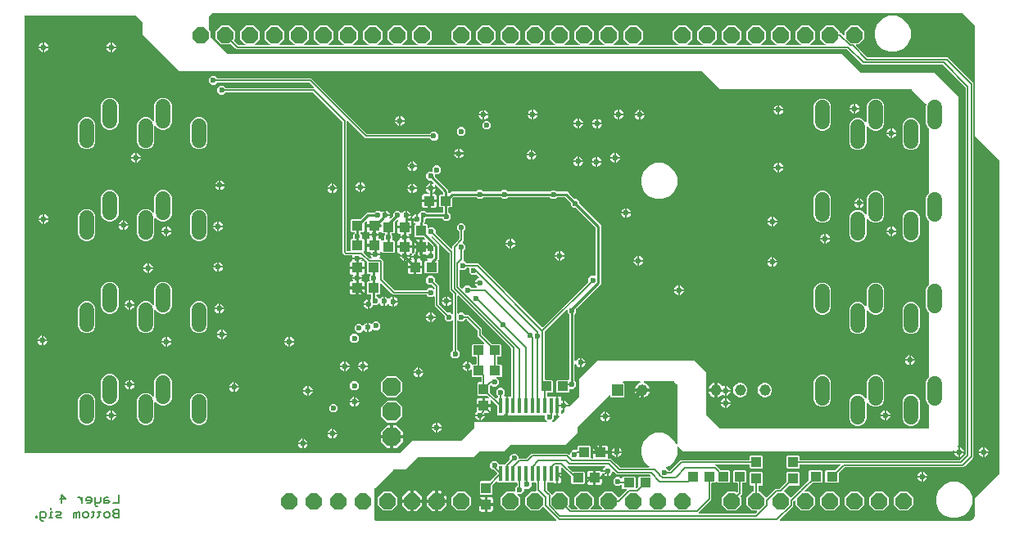
<source format=gbr>
G04 EAGLE Gerber RS-274X export*
G75*
%MOMM*%
%FSLAX34Y34*%
%LPD*%
%INBottom Copper*%
%IPPOS*%
%AMOC8*
5,1,8,0,0,1.08239X$1,22.5*%
G01*
%ADD10C,0.152400*%
%ADD11R,1.100000X1.000000*%
%ADD12R,1.000000X1.100000*%
%ADD13P,1.814519X8X22.500000*%
%ADD14P,2.089446X8X22.500000*%
%ADD15R,1.160000X1.160000*%
%ADD16C,1.160000*%
%ADD17C,1.500000*%
%ADD18R,0.431800X1.612900*%
%ADD19C,0.600000*%
%ADD20C,0.254000*%
%ADD21C,0.150000*%
%ADD22C,0.508000*%

G36*
X393790Y75454D02*
X393790Y75454D01*
X393881Y75461D01*
X393911Y75473D01*
X393943Y75479D01*
X394023Y75521D01*
X394107Y75557D01*
X394139Y75583D01*
X394160Y75594D01*
X394182Y75617D01*
X394238Y75662D01*
X406715Y88139D01*
X457200Y88139D01*
X457290Y88154D01*
X457381Y88161D01*
X457411Y88173D01*
X457443Y88179D01*
X457523Y88221D01*
X457607Y88257D01*
X457639Y88283D01*
X457660Y88294D01*
X457682Y88317D01*
X457738Y88362D01*
X470438Y101062D01*
X470491Y101136D01*
X470551Y101205D01*
X470563Y101235D01*
X470582Y101261D01*
X470609Y101348D01*
X470643Y101433D01*
X470647Y101474D01*
X470654Y101497D01*
X470653Y101529D01*
X470661Y101600D01*
X470661Y107189D01*
X545008Y107189D01*
X545079Y107200D01*
X545151Y107202D01*
X545200Y107220D01*
X545251Y107229D01*
X545315Y107262D01*
X545382Y107287D01*
X545423Y107319D01*
X545469Y107344D01*
X545518Y107396D01*
X545574Y107440D01*
X545602Y107484D01*
X545638Y107522D01*
X545668Y107587D01*
X545707Y107647D01*
X545720Y107698D01*
X545742Y107745D01*
X545749Y107816D01*
X545767Y107886D01*
X545763Y107938D01*
X545769Y107989D01*
X545753Y108060D01*
X545748Y108131D01*
X545727Y108179D01*
X545716Y108230D01*
X545680Y108291D01*
X545652Y108357D01*
X545607Y108413D01*
X545590Y108441D01*
X545572Y108456D01*
X545547Y108488D01*
X543699Y110336D01*
X543699Y113562D01*
X543695Y113582D01*
X543698Y113601D01*
X543676Y113703D01*
X543659Y113805D01*
X543650Y113822D01*
X543645Y113842D01*
X543592Y113931D01*
X543544Y114022D01*
X543529Y114036D01*
X543519Y114053D01*
X543441Y114120D01*
X543366Y114192D01*
X543347Y114200D01*
X543332Y114213D01*
X543236Y114252D01*
X543142Y114295D01*
X543123Y114297D01*
X543104Y114305D01*
X542937Y114323D01*
X540495Y114323D01*
X540472Y114338D01*
X540389Y114398D01*
X540370Y114404D01*
X540353Y114415D01*
X540252Y114440D01*
X540154Y114470D01*
X540133Y114470D01*
X540114Y114475D01*
X540011Y114467D01*
X539908Y114464D01*
X539889Y114457D01*
X539869Y114455D01*
X539774Y114415D01*
X539677Y114379D01*
X539661Y114367D01*
X539643Y114359D01*
X539598Y114323D01*
X533995Y114323D01*
X533972Y114338D01*
X533889Y114398D01*
X533870Y114404D01*
X533853Y114415D01*
X533752Y114440D01*
X533654Y114470D01*
X533633Y114470D01*
X533614Y114475D01*
X533511Y114467D01*
X533408Y114464D01*
X533389Y114457D01*
X533369Y114456D01*
X533274Y114415D01*
X533177Y114380D01*
X533161Y114367D01*
X533143Y114359D01*
X533098Y114323D01*
X527495Y114323D01*
X527472Y114338D01*
X527389Y114398D01*
X527370Y114404D01*
X527353Y114415D01*
X527252Y114440D01*
X527154Y114470D01*
X527133Y114470D01*
X527114Y114475D01*
X527011Y114467D01*
X526908Y114464D01*
X526889Y114457D01*
X526869Y114455D01*
X526774Y114415D01*
X526677Y114379D01*
X526661Y114367D01*
X526643Y114359D01*
X526598Y114323D01*
X520995Y114323D01*
X520972Y114338D01*
X520889Y114398D01*
X520870Y114404D01*
X520853Y114415D01*
X520752Y114440D01*
X520653Y114470D01*
X520633Y114470D01*
X520614Y114475D01*
X520511Y114467D01*
X520408Y114464D01*
X520389Y114457D01*
X520369Y114455D01*
X520274Y114415D01*
X520177Y114379D01*
X520161Y114367D01*
X520143Y114359D01*
X520098Y114323D01*
X514495Y114323D01*
X514472Y114338D01*
X514389Y114398D01*
X514370Y114404D01*
X514353Y114415D01*
X514252Y114440D01*
X514153Y114470D01*
X514133Y114470D01*
X514114Y114475D01*
X514011Y114467D01*
X513908Y114464D01*
X513889Y114457D01*
X513869Y114455D01*
X513774Y114415D01*
X513677Y114379D01*
X513661Y114367D01*
X513643Y114359D01*
X513598Y114323D01*
X508065Y114323D01*
X507951Y114305D01*
X507838Y114289D01*
X507829Y114285D01*
X507822Y114284D01*
X507803Y114273D01*
X507684Y114221D01*
X507231Y113960D01*
X506722Y113823D01*
X505379Y113823D01*
X505379Y123571D01*
X505376Y123590D01*
X505378Y123610D01*
X505356Y123712D01*
X505339Y123814D01*
X505330Y123831D01*
X505325Y123851D01*
X505301Y123892D01*
X505307Y123908D01*
X505351Y124001D01*
X505353Y124021D01*
X505360Y124039D01*
X505379Y124206D01*
X505379Y133954D01*
X506722Y133954D01*
X507231Y133817D01*
X507684Y133556D01*
X507792Y133515D01*
X507898Y133472D01*
X507908Y133471D01*
X507915Y133469D01*
X507937Y133468D01*
X508065Y133454D01*
X508237Y133454D01*
X508257Y133457D01*
X508276Y133455D01*
X508378Y133477D01*
X508480Y133493D01*
X508497Y133503D01*
X508517Y133507D01*
X508606Y133560D01*
X508697Y133609D01*
X508711Y133623D01*
X508728Y133633D01*
X508795Y133712D01*
X508867Y133787D01*
X508875Y133805D01*
X508888Y133820D01*
X508927Y133916D01*
X508970Y134010D01*
X508972Y134030D01*
X508980Y134048D01*
X508998Y134215D01*
X508998Y183226D01*
X508984Y183316D01*
X508976Y183407D01*
X508964Y183437D01*
X508959Y183469D01*
X508916Y183550D01*
X508880Y183633D01*
X508854Y183666D01*
X508843Y183686D01*
X508820Y183708D01*
X508775Y183764D01*
X454400Y238139D01*
X454342Y238181D01*
X454290Y238231D01*
X454243Y238253D01*
X454201Y238283D01*
X454132Y238304D01*
X454067Y238334D01*
X454015Y238340D01*
X453965Y238355D01*
X453894Y238353D01*
X453823Y238361D01*
X453772Y238350D01*
X453720Y238349D01*
X453652Y238324D01*
X453582Y238309D01*
X453537Y238282D01*
X453489Y238265D01*
X453433Y238220D01*
X453371Y238183D01*
X453337Y238143D01*
X453297Y238111D01*
X453258Y238051D01*
X453211Y237996D01*
X453192Y237948D01*
X453164Y237904D01*
X453146Y237834D01*
X453119Y237768D01*
X453111Y237697D01*
X453103Y237665D01*
X453105Y237642D01*
X453101Y237601D01*
X453101Y220004D01*
X453112Y219933D01*
X453114Y219861D01*
X453132Y219812D01*
X453140Y219761D01*
X453174Y219697D01*
X453199Y219630D01*
X453231Y219589D01*
X453256Y219543D01*
X453308Y219494D01*
X453352Y219438D01*
X453396Y219410D01*
X453434Y219374D01*
X453499Y219344D01*
X453559Y219305D01*
X453610Y219292D01*
X453657Y219270D01*
X453728Y219263D01*
X453798Y219245D01*
X453850Y219249D01*
X453901Y219243D01*
X453972Y219259D01*
X454043Y219264D01*
X454091Y219284D01*
X454142Y219296D01*
X454203Y219332D01*
X454269Y219360D01*
X454325Y219405D01*
X454353Y219422D01*
X454368Y219440D01*
X454400Y219465D01*
X455336Y220401D01*
X459064Y220401D01*
X461091Y218374D01*
X461165Y218321D01*
X461235Y218261D01*
X461265Y218249D01*
X461291Y218230D01*
X461378Y218203D01*
X461463Y218169D01*
X461504Y218165D01*
X461526Y218158D01*
X461558Y218159D01*
X461630Y218151D01*
X464482Y218151D01*
X478501Y204132D01*
X478501Y198282D01*
X478515Y198192D01*
X478523Y198101D01*
X478535Y198071D01*
X478540Y198039D01*
X478583Y197958D01*
X478619Y197874D01*
X478645Y197842D01*
X478656Y197822D01*
X478679Y197799D01*
X478724Y197743D01*
X488339Y188128D01*
X488413Y188075D01*
X488482Y188015D01*
X488513Y188003D01*
X488539Y187984D01*
X488626Y187958D01*
X488711Y187923D01*
X488752Y187919D01*
X488774Y187912D01*
X488806Y187913D01*
X488877Y187905D01*
X498001Y187905D01*
X498880Y187026D01*
X498880Y175783D01*
X498001Y174904D01*
X495141Y174904D01*
X495121Y174900D01*
X495101Y174903D01*
X495000Y174881D01*
X494898Y174864D01*
X494880Y174855D01*
X494861Y174850D01*
X494772Y174797D01*
X494681Y174749D01*
X494667Y174734D01*
X494650Y174724D01*
X494582Y174645D01*
X494511Y174570D01*
X494503Y174552D01*
X494490Y174537D01*
X494451Y174441D01*
X494408Y174347D01*
X494405Y174328D01*
X494398Y174309D01*
X494379Y174142D01*
X494379Y167564D01*
X494383Y167544D01*
X494380Y167524D01*
X494402Y167423D01*
X494419Y167321D01*
X494428Y167304D01*
X494433Y167284D01*
X494486Y167195D01*
X494534Y167104D01*
X494549Y167090D01*
X494559Y167073D01*
X494638Y167006D01*
X494713Y166934D01*
X494731Y166926D01*
X494746Y166913D01*
X494842Y166874D01*
X494936Y166831D01*
X494955Y166829D01*
X494974Y166821D01*
X495141Y166803D01*
X498250Y166803D01*
X499129Y165924D01*
X499129Y154680D01*
X498250Y153801D01*
X494482Y153801D01*
X494411Y153790D01*
X494339Y153788D01*
X494290Y153770D01*
X494239Y153761D01*
X494176Y153728D01*
X494108Y153703D01*
X494068Y153671D01*
X494021Y153646D01*
X493972Y153594D01*
X493916Y153550D01*
X493888Y153506D01*
X493852Y153468D01*
X493822Y153403D01*
X493783Y153343D01*
X493770Y153292D01*
X493748Y153245D01*
X493741Y153174D01*
X493723Y153104D01*
X493727Y153052D01*
X493721Y153000D01*
X493737Y152930D01*
X493742Y152859D01*
X493763Y152811D01*
X493774Y152760D01*
X493810Y152699D01*
X493839Y152633D01*
X493883Y152577D01*
X493900Y152549D01*
X493918Y152534D01*
X493943Y152502D01*
X495991Y150454D01*
X495991Y146726D01*
X493354Y144089D01*
X489626Y144089D01*
X488406Y145309D01*
X488390Y145321D01*
X488377Y145336D01*
X488290Y145392D01*
X488206Y145453D01*
X488187Y145458D01*
X488170Y145469D01*
X488070Y145494D01*
X487971Y145525D01*
X487951Y145524D01*
X487932Y145529D01*
X487829Y145521D01*
X487725Y145519D01*
X487706Y145512D01*
X487687Y145510D01*
X487592Y145470D01*
X487494Y145434D01*
X487479Y145422D01*
X487460Y145414D01*
X487329Y145309D01*
X486964Y144944D01*
X486911Y144870D01*
X486851Y144800D01*
X486839Y144770D01*
X486820Y144744D01*
X486794Y144657D01*
X486760Y144572D01*
X486755Y144531D01*
X486748Y144509D01*
X486749Y144477D01*
X486741Y144405D01*
X486741Y138446D01*
X486756Y138356D01*
X486763Y138265D01*
X486776Y138235D01*
X486781Y138203D01*
X486824Y138122D01*
X486859Y138038D01*
X486885Y138006D01*
X486896Y137986D01*
X486919Y137963D01*
X486964Y137907D01*
X492841Y132031D01*
X492899Y131989D01*
X492951Y131940D01*
X492998Y131918D01*
X493040Y131887D01*
X493109Y131866D01*
X493174Y131836D01*
X493226Y131830D01*
X493276Y131815D01*
X493347Y131817D01*
X493418Y131809D01*
X493469Y131820D01*
X493521Y131821D01*
X493589Y131846D01*
X493659Y131861D01*
X493704Y131888D01*
X493752Y131906D01*
X493808Y131951D01*
X493870Y131987D01*
X493904Y132027D01*
X493944Y132059D01*
X493983Y132120D01*
X494030Y132174D01*
X494049Y132223D01*
X494077Y132266D01*
X494095Y132336D01*
X494122Y132402D01*
X494130Y132474D01*
X494138Y132505D01*
X494136Y132528D01*
X494140Y132569D01*
X494140Y132575D01*
X495033Y133467D01*
X495045Y133484D01*
X495060Y133496D01*
X495116Y133583D01*
X495177Y133667D01*
X495182Y133686D01*
X495193Y133703D01*
X495218Y133803D01*
X495249Y133902D01*
X495248Y133922D01*
X495253Y133941D01*
X495245Y134044D01*
X495243Y134148D01*
X495236Y134167D01*
X495234Y134187D01*
X495194Y134282D01*
X495158Y134379D01*
X495146Y134395D01*
X495138Y134413D01*
X495033Y134544D01*
X493339Y136238D01*
X493339Y139966D01*
X495976Y142603D01*
X499704Y142603D01*
X502341Y139966D01*
X502341Y136238D01*
X501356Y135253D01*
X501314Y135195D01*
X501265Y135143D01*
X501243Y135096D01*
X501213Y135054D01*
X501192Y134985D01*
X501161Y134920D01*
X501156Y134868D01*
X501140Y134818D01*
X501142Y134747D01*
X501134Y134676D01*
X501145Y134625D01*
X501147Y134573D01*
X501171Y134505D01*
X501187Y134435D01*
X501213Y134390D01*
X501231Y134342D01*
X501276Y134286D01*
X501313Y134224D01*
X501352Y134190D01*
X501385Y134150D01*
X501445Y134111D01*
X501500Y134064D01*
X501548Y134045D01*
X501592Y134017D01*
X501661Y133999D01*
X501728Y133972D01*
X501799Y133964D01*
X501830Y133956D01*
X501854Y133958D01*
X501895Y133954D01*
X503221Y133954D01*
X503221Y124206D01*
X503224Y124187D01*
X503222Y124167D01*
X503244Y124065D01*
X503261Y123963D01*
X503270Y123946D01*
X503274Y123926D01*
X503299Y123885D01*
X503293Y123869D01*
X503249Y123776D01*
X503247Y123756D01*
X503240Y123738D01*
X503221Y123571D01*
X503221Y113823D01*
X501878Y113823D01*
X501369Y113960D01*
X500916Y114221D01*
X500808Y114262D01*
X500702Y114305D01*
X500692Y114306D01*
X500685Y114308D01*
X500663Y114309D01*
X500535Y114323D01*
X495019Y114323D01*
X494140Y115202D01*
X494140Y124050D01*
X494126Y124140D01*
X494118Y124231D01*
X494106Y124261D01*
X494101Y124293D01*
X494058Y124373D01*
X494022Y124457D01*
X493996Y124489D01*
X493985Y124510D01*
X493962Y124532D01*
X493917Y124588D01*
X488541Y129965D01*
X488482Y130007D01*
X488430Y130056D01*
X488383Y130078D01*
X488341Y130108D01*
X488272Y130130D01*
X488207Y130160D01*
X488156Y130165D01*
X488106Y130181D01*
X488034Y130179D01*
X487963Y130187D01*
X487912Y130176D01*
X487860Y130174D01*
X487793Y130150D01*
X487723Y130135D01*
X487678Y130108D01*
X487629Y130090D01*
X487573Y130045D01*
X487511Y130008D01*
X487478Y129969D01*
X487437Y129936D01*
X487398Y129876D01*
X487351Y129821D01*
X487332Y129773D01*
X487304Y129729D01*
X487286Y129660D01*
X487260Y129593D01*
X487252Y129522D01*
X487244Y129491D01*
X487246Y129468D01*
X487241Y129427D01*
X487241Y125926D01*
X481764Y125926D01*
X481764Y131904D01*
X484764Y131904D01*
X484835Y131915D01*
X484906Y131917D01*
X484955Y131935D01*
X485007Y131943D01*
X485070Y131977D01*
X485137Y132002D01*
X485178Y132034D01*
X485224Y132059D01*
X485273Y132110D01*
X485329Y132155D01*
X485358Y132199D01*
X485393Y132237D01*
X485424Y132302D01*
X485462Y132362D01*
X485475Y132413D01*
X485497Y132460D01*
X485505Y132531D01*
X485523Y132601D01*
X485518Y132653D01*
X485524Y132704D01*
X485509Y132775D01*
X485503Y132846D01*
X485483Y132894D01*
X485472Y132945D01*
X485435Y133006D01*
X485407Y133072D01*
X485362Y133128D01*
X485346Y133156D01*
X485328Y133171D01*
X485302Y133203D01*
X484326Y134179D01*
X484252Y134232D01*
X484183Y134292D01*
X484153Y134304D01*
X484126Y134323D01*
X484039Y134350D01*
X483955Y134384D01*
X483914Y134388D01*
X483891Y134395D01*
X483859Y134394D01*
X483788Y134402D01*
X474619Y134402D01*
X473740Y135281D01*
X473740Y147525D01*
X474619Y148404D01*
X477228Y148404D01*
X477248Y148407D01*
X477268Y148405D01*
X477369Y148427D01*
X477471Y148443D01*
X477489Y148453D01*
X477508Y148457D01*
X477597Y148510D01*
X477688Y148559D01*
X477702Y148573D01*
X477719Y148583D01*
X477787Y148662D01*
X477858Y148737D01*
X477866Y148755D01*
X477879Y148770D01*
X477918Y148866D01*
X477961Y148960D01*
X477964Y148980D01*
X477971Y148998D01*
X477990Y149165D01*
X477990Y153040D01*
X477986Y153060D01*
X477989Y153079D01*
X477967Y153181D01*
X477950Y153283D01*
X477941Y153300D01*
X477936Y153320D01*
X477883Y153409D01*
X477835Y153500D01*
X477820Y153514D01*
X477810Y153531D01*
X477731Y153598D01*
X477656Y153669D01*
X477638Y153678D01*
X477623Y153691D01*
X477527Y153730D01*
X477433Y153773D01*
X477414Y153775D01*
X477395Y153783D01*
X477228Y153801D01*
X469007Y153801D01*
X468128Y154680D01*
X468128Y160768D01*
X468116Y160839D01*
X468115Y160911D01*
X468097Y160960D01*
X468088Y161011D01*
X468055Y161074D01*
X468030Y161142D01*
X467997Y161182D01*
X467973Y161228D01*
X467921Y161277D01*
X467876Y161334D01*
X467833Y161362D01*
X467795Y161398D01*
X467730Y161428D01*
X467669Y161467D01*
X467619Y161479D01*
X467572Y161501D01*
X467500Y161509D01*
X467431Y161527D01*
X467379Y161523D01*
X467327Y161528D01*
X467257Y161513D01*
X467186Y161507D01*
X467138Y161487D01*
X467087Y161476D01*
X467025Y161439D01*
X466959Y161411D01*
X466903Y161366D01*
X466876Y161350D01*
X466861Y161332D01*
X466828Y161306D01*
X466621Y161098D01*
X465480Y160440D01*
X464424Y160157D01*
X464424Y164987D01*
X464421Y165006D01*
X464423Y165026D01*
X464410Y165086D01*
X464424Y165213D01*
X464424Y170043D01*
X465480Y169760D01*
X466621Y169102D01*
X467552Y168171D01*
X468122Y167183D01*
X468164Y167131D01*
X468199Y167073D01*
X468242Y167036D01*
X468277Y166993D01*
X468335Y166957D01*
X468386Y166913D01*
X468438Y166892D01*
X468486Y166862D01*
X468551Y166846D01*
X468614Y166821D01*
X468693Y166812D01*
X468725Y166805D01*
X468746Y166807D01*
X468781Y166803D01*
X472117Y166803D01*
X472136Y166806D01*
X472156Y166804D01*
X472257Y166826D01*
X472359Y166842D01*
X472377Y166852D01*
X472397Y166856D01*
X472486Y166909D01*
X472577Y166957D01*
X472591Y166972D01*
X472608Y166982D01*
X472675Y167061D01*
X472746Y167136D01*
X472755Y167154D01*
X472768Y167169D01*
X472806Y167265D01*
X472850Y167359D01*
X472852Y167379D01*
X472859Y167397D01*
X472878Y167564D01*
X472878Y174142D01*
X472875Y174162D01*
X472877Y174182D01*
X472855Y174283D01*
X472838Y174385D01*
X472829Y174403D01*
X472825Y174422D01*
X472771Y174511D01*
X472723Y174602D01*
X472709Y174616D01*
X472698Y174633D01*
X472620Y174701D01*
X472545Y174772D01*
X472527Y174780D01*
X472512Y174793D01*
X472415Y174832D01*
X472322Y174875D01*
X472302Y174878D01*
X472283Y174885D01*
X472117Y174904D01*
X468758Y174904D01*
X467879Y175783D01*
X467879Y187026D01*
X468758Y187905D01*
X480358Y187905D01*
X480429Y187917D01*
X480501Y187918D01*
X480550Y187936D01*
X480601Y187945D01*
X480664Y187978D01*
X480732Y188003D01*
X480772Y188035D01*
X480818Y188060D01*
X480868Y188112D01*
X480924Y188157D01*
X480952Y188200D01*
X480988Y188238D01*
X481018Y188303D01*
X481057Y188364D01*
X481069Y188414D01*
X481091Y188461D01*
X481099Y188533D01*
X481117Y188602D01*
X481113Y188654D01*
X481118Y188706D01*
X481103Y188776D01*
X481098Y188847D01*
X481077Y188895D01*
X481066Y188946D01*
X481029Y189008D01*
X481001Y189074D01*
X480957Y189130D01*
X480940Y189157D01*
X480922Y189172D01*
X480896Y189205D01*
X475541Y194560D01*
X473999Y196102D01*
X473999Y201952D01*
X473985Y202042D01*
X473977Y202133D01*
X473965Y202163D01*
X473960Y202195D01*
X473917Y202276D01*
X473881Y202360D01*
X473855Y202392D01*
X473844Y202413D01*
X473821Y202435D01*
X473776Y202491D01*
X462841Y213426D01*
X462767Y213479D01*
X462697Y213539D01*
X462667Y213551D01*
X462641Y213570D01*
X462554Y213597D01*
X462469Y213631D01*
X462428Y213635D01*
X462406Y213642D01*
X462374Y213641D01*
X462302Y213649D01*
X461630Y213649D01*
X461540Y213635D01*
X461449Y213627D01*
X461419Y213615D01*
X461387Y213610D01*
X461306Y213567D01*
X461222Y213531D01*
X461190Y213505D01*
X461169Y213494D01*
X461147Y213471D01*
X461091Y213426D01*
X459064Y211399D01*
X455336Y211399D01*
X454400Y212335D01*
X454342Y212377D01*
X454290Y212426D01*
X454243Y212448D01*
X454201Y212478D01*
X454132Y212499D01*
X454067Y212530D01*
X454015Y212535D01*
X453965Y212551D01*
X453894Y212549D01*
X453823Y212557D01*
X453772Y212546D01*
X453720Y212544D01*
X453652Y212520D01*
X453582Y212504D01*
X453537Y212478D01*
X453489Y212460D01*
X453433Y212415D01*
X453371Y212378D01*
X453337Y212339D01*
X453297Y212306D01*
X453258Y212246D01*
X453211Y212191D01*
X453192Y212143D01*
X453164Y212099D01*
X453146Y212030D01*
X453119Y211963D01*
X453111Y211892D01*
X453103Y211861D01*
X453105Y211837D01*
X453101Y211796D01*
X453101Y182230D01*
X453115Y182140D01*
X453123Y182049D01*
X453135Y182019D01*
X453140Y181987D01*
X453183Y181906D01*
X453219Y181822D01*
X453245Y181790D01*
X453256Y181769D01*
X453279Y181747D01*
X453324Y181691D01*
X455351Y179664D01*
X455351Y175936D01*
X452714Y173299D01*
X448986Y173299D01*
X446349Y175936D01*
X446349Y179664D01*
X448376Y181691D01*
X448429Y181765D01*
X448489Y181835D01*
X448501Y181865D01*
X448520Y181891D01*
X448547Y181978D01*
X448581Y182063D01*
X448585Y182104D01*
X448592Y182126D01*
X448591Y182158D01*
X448599Y182230D01*
X448599Y211796D01*
X448588Y211867D01*
X448586Y211939D01*
X448568Y211988D01*
X448560Y212039D01*
X448526Y212103D01*
X448501Y212170D01*
X448469Y212211D01*
X448444Y212257D01*
X448392Y212306D01*
X448348Y212362D01*
X448304Y212390D01*
X448266Y212426D01*
X448201Y212456D01*
X448141Y212495D01*
X448090Y212508D01*
X448043Y212530D01*
X447972Y212537D01*
X447902Y212555D01*
X447850Y212551D01*
X447799Y212557D01*
X447728Y212541D01*
X447657Y212536D01*
X447609Y212516D01*
X447558Y212504D01*
X447497Y212468D01*
X447431Y212440D01*
X447375Y212395D01*
X447347Y212378D01*
X447332Y212360D01*
X447300Y212335D01*
X446364Y211399D01*
X442636Y211399D01*
X439999Y214036D01*
X439999Y216902D01*
X439985Y216992D01*
X439977Y217083D01*
X439965Y217113D01*
X439960Y217145D01*
X439917Y217226D01*
X439881Y217310D01*
X439855Y217342D01*
X439844Y217363D01*
X439821Y217385D01*
X439776Y217441D01*
X429549Y227668D01*
X429549Y237196D01*
X429538Y237267D01*
X429536Y237339D01*
X429518Y237388D01*
X429510Y237439D01*
X429476Y237503D01*
X429451Y237570D01*
X429419Y237611D01*
X429394Y237657D01*
X429342Y237706D01*
X429298Y237762D01*
X429254Y237790D01*
X429216Y237826D01*
X429151Y237856D01*
X429091Y237895D01*
X429040Y237908D01*
X428993Y237930D01*
X428922Y237937D01*
X428852Y237955D01*
X428800Y237951D01*
X428749Y237957D01*
X428678Y237941D01*
X428607Y237936D01*
X428559Y237916D01*
X428508Y237904D01*
X428447Y237868D01*
X428381Y237840D01*
X428325Y237795D01*
X428297Y237778D01*
X428282Y237760D01*
X428250Y237735D01*
X427314Y236799D01*
X423586Y236799D01*
X421559Y238826D01*
X421485Y238879D01*
X421415Y238939D01*
X421385Y238951D01*
X421359Y238970D01*
X421272Y238997D01*
X421187Y239031D01*
X421146Y239035D01*
X421124Y239042D01*
X421092Y239041D01*
X421020Y239049D01*
X386418Y239049D01*
X384876Y240591D01*
X374940Y250527D01*
X374882Y250569D01*
X374830Y250618D01*
X374783Y250640D01*
X374741Y250670D01*
X374672Y250691D01*
X374607Y250722D01*
X374555Y250727D01*
X374505Y250743D01*
X374434Y250741D01*
X374363Y250749D01*
X374312Y250738D01*
X374260Y250736D01*
X374192Y250712D01*
X374122Y250696D01*
X374077Y250670D01*
X374029Y250652D01*
X373973Y250607D01*
X373911Y250570D01*
X373877Y250531D01*
X373837Y250498D01*
X373798Y250438D01*
X373751Y250383D01*
X373732Y250335D01*
X373704Y250291D01*
X373686Y250222D01*
X373659Y250155D01*
X373651Y250084D01*
X373643Y250053D01*
X373645Y250029D01*
X373641Y249988D01*
X373641Y240504D01*
X372762Y239625D01*
X370172Y239625D01*
X370152Y239622D01*
X370133Y239624D01*
X370031Y239602D01*
X369929Y239586D01*
X369912Y239576D01*
X369892Y239572D01*
X369803Y239519D01*
X369712Y239470D01*
X369698Y239456D01*
X369681Y239446D01*
X369614Y239367D01*
X369542Y239292D01*
X369534Y239274D01*
X369521Y239259D01*
X369482Y239163D01*
X369439Y239069D01*
X369437Y239049D01*
X369429Y239031D01*
X369411Y238864D01*
X369411Y237999D01*
X369414Y237979D01*
X369412Y237959D01*
X369434Y237858D01*
X369450Y237756D01*
X369460Y237738D01*
X369464Y237719D01*
X369517Y237630D01*
X369566Y237539D01*
X369580Y237525D01*
X369590Y237508D01*
X369669Y237440D01*
X369744Y237369D01*
X369762Y237361D01*
X369777Y237348D01*
X369873Y237309D01*
X369967Y237266D01*
X369987Y237263D01*
X370005Y237256D01*
X370172Y237237D01*
X370284Y237237D01*
X372077Y235445D01*
X372093Y235434D01*
X372105Y235418D01*
X372192Y235362D01*
X372276Y235302D01*
X372295Y235296D01*
X372312Y235285D01*
X372412Y235260D01*
X372511Y235229D01*
X372531Y235230D01*
X372551Y235225D01*
X372654Y235233D01*
X372757Y235236D01*
X372776Y235243D01*
X372796Y235244D01*
X372891Y235284D01*
X372988Y235320D01*
X373004Y235333D01*
X373022Y235340D01*
X373153Y235445D01*
X374119Y236412D01*
X375260Y237070D01*
X376316Y237353D01*
X376316Y232523D01*
X376319Y232504D01*
X376317Y232484D01*
X376330Y232424D01*
X376316Y232297D01*
X376316Y227467D01*
X375260Y227750D01*
X374119Y228408D01*
X373188Y229339D01*
X373025Y229622D01*
X372980Y229677D01*
X372965Y229702D01*
X372947Y229718D01*
X372876Y229807D01*
X372872Y229809D01*
X372870Y229812D01*
X372770Y229874D01*
X372669Y229940D01*
X372665Y229941D01*
X372661Y229943D01*
X372546Y229971D01*
X372430Y230000D01*
X372426Y229999D01*
X372422Y230000D01*
X372303Y229990D01*
X372185Y229981D01*
X372181Y229979D01*
X372177Y229979D01*
X372068Y229931D01*
X371959Y229884D01*
X371955Y229881D01*
X371952Y229880D01*
X371942Y229871D01*
X371828Y229780D01*
X370284Y228236D01*
X366553Y228236D01*
X366510Y228229D01*
X366466Y228231D01*
X366389Y228209D01*
X366311Y228196D01*
X366272Y228176D01*
X366230Y228164D01*
X366164Y228118D01*
X366093Y228081D01*
X366063Y228049D01*
X366027Y228024D01*
X365979Y227961D01*
X365924Y227903D01*
X365905Y227863D01*
X365879Y227828D01*
X365826Y227692D01*
X365820Y227680D01*
X365820Y227676D01*
X365818Y227672D01*
X365774Y227506D01*
X365115Y226366D01*
X364184Y225435D01*
X363044Y224776D01*
X361988Y224493D01*
X361988Y229323D01*
X361985Y229343D01*
X361987Y229362D01*
X361974Y229422D01*
X361988Y229549D01*
X361988Y234379D01*
X362911Y234132D01*
X363030Y234120D01*
X363147Y234107D01*
X363152Y234108D01*
X363156Y234107D01*
X363271Y234134D01*
X363388Y234159D01*
X363391Y234161D01*
X363396Y234162D01*
X363497Y234224D01*
X363599Y234285D01*
X363602Y234288D01*
X363605Y234291D01*
X363682Y234382D01*
X363759Y234472D01*
X363760Y234476D01*
X363763Y234479D01*
X363806Y234590D01*
X363851Y234700D01*
X363851Y234705D01*
X363853Y234708D01*
X363853Y234722D01*
X363869Y234867D01*
X363869Y238864D01*
X363866Y238884D01*
X363868Y238903D01*
X363846Y239005D01*
X363830Y239107D01*
X363820Y239124D01*
X363816Y239144D01*
X363763Y239233D01*
X363714Y239324D01*
X363700Y239338D01*
X363690Y239355D01*
X363611Y239422D01*
X363536Y239494D01*
X363518Y239502D01*
X363503Y239515D01*
X363407Y239554D01*
X363313Y239597D01*
X363293Y239599D01*
X363275Y239607D01*
X363108Y239625D01*
X360518Y239625D01*
X359639Y240504D01*
X359639Y251748D01*
X360518Y252627D01*
X362350Y252627D01*
X362421Y252638D01*
X362493Y252640D01*
X362542Y252658D01*
X362593Y252666D01*
X362657Y252700D01*
X362724Y252725D01*
X362765Y252757D01*
X362811Y252782D01*
X362860Y252834D01*
X362916Y252878D01*
X362944Y252922D01*
X362980Y252960D01*
X363010Y253025D01*
X363049Y253085D01*
X363062Y253136D01*
X363084Y253183D01*
X363091Y253254D01*
X363109Y253324D01*
X363105Y253376D01*
X363111Y253427D01*
X363095Y253498D01*
X363090Y253569D01*
X363070Y253617D01*
X363058Y253668D01*
X363022Y253729D01*
X362994Y253795D01*
X362949Y253851D01*
X362932Y253879D01*
X362914Y253894D01*
X362889Y253926D01*
X362139Y254676D01*
X362139Y258404D01*
X362889Y259154D01*
X362931Y259212D01*
X362980Y259264D01*
X363002Y259311D01*
X363032Y259353D01*
X363053Y259422D01*
X363084Y259487D01*
X363089Y259539D01*
X363105Y259589D01*
X363103Y259660D01*
X363111Y259731D01*
X363100Y259782D01*
X363098Y259834D01*
X363074Y259902D01*
X363058Y259972D01*
X363032Y260017D01*
X363014Y260065D01*
X362969Y260121D01*
X362932Y260183D01*
X362893Y260217D01*
X362860Y260257D01*
X362800Y260296D01*
X362745Y260343D01*
X362697Y260362D01*
X362653Y260390D01*
X362584Y260408D01*
X362517Y260435D01*
X362446Y260443D01*
X362415Y260451D01*
X362391Y260449D01*
X362350Y260453D01*
X360518Y260453D01*
X359639Y261332D01*
X359639Y272758D01*
X359655Y272810D01*
X359655Y272830D01*
X359660Y272850D01*
X359652Y272953D01*
X359649Y273056D01*
X359642Y273075D01*
X359640Y273095D01*
X359600Y273190D01*
X359565Y273287D01*
X359552Y273303D01*
X359544Y273322D01*
X359439Y273452D01*
X359397Y273495D01*
X355380Y277511D01*
X355306Y277564D01*
X355237Y277624D01*
X355207Y277636D01*
X355181Y277655D01*
X355094Y277682D01*
X355009Y277716D01*
X354968Y277720D01*
X354946Y277727D01*
X354913Y277726D01*
X354842Y277734D01*
X349363Y277734D01*
X349344Y277731D01*
X349324Y277733D01*
X349264Y277720D01*
X349137Y277734D01*
X344307Y277734D01*
X344612Y278871D01*
X344622Y278893D01*
X344625Y278921D01*
X344635Y278946D01*
X344638Y279042D01*
X344649Y279137D01*
X344643Y279164D01*
X344644Y279192D01*
X344617Y279284D01*
X344597Y279378D01*
X344583Y279402D01*
X344575Y279428D01*
X344520Y279507D01*
X344471Y279589D01*
X344450Y279607D01*
X344434Y279630D01*
X344357Y279687D01*
X344284Y279749D01*
X344258Y279759D01*
X344236Y279776D01*
X344145Y279805D01*
X344055Y279841D01*
X344021Y279845D01*
X344002Y279851D01*
X343969Y279850D01*
X343889Y279859D01*
X337142Y279859D01*
X335841Y281160D01*
X334299Y282702D01*
X334299Y417852D01*
X334285Y417942D01*
X334277Y418033D01*
X334265Y418063D01*
X334260Y418095D01*
X334217Y418176D01*
X334181Y418260D01*
X334155Y418292D01*
X334144Y418313D01*
X334121Y418335D01*
X334076Y418391D01*
X304091Y448376D01*
X304017Y448429D01*
X303947Y448489D01*
X303917Y448501D01*
X303891Y448520D01*
X303804Y448547D01*
X303719Y448581D01*
X303678Y448585D01*
X303656Y448592D01*
X303624Y448591D01*
X303552Y448599D01*
X213980Y448599D01*
X213889Y448585D01*
X213799Y448577D01*
X213769Y448565D01*
X213737Y448560D01*
X213656Y448517D01*
X213572Y448481D01*
X213540Y448455D01*
X213519Y448444D01*
X213497Y448421D01*
X213441Y448376D01*
X211414Y446349D01*
X207686Y446349D01*
X205049Y448986D01*
X205049Y452714D01*
X207686Y455351D01*
X211414Y455351D01*
X213441Y453324D01*
X213515Y453271D01*
X213585Y453211D01*
X213615Y453199D01*
X213641Y453180D01*
X213728Y453153D01*
X213813Y453119D01*
X213854Y453115D01*
X213876Y453108D01*
X213908Y453109D01*
X213980Y453101D01*
X303878Y453101D01*
X303949Y453112D01*
X304021Y453114D01*
X304070Y453132D01*
X304121Y453140D01*
X304185Y453174D01*
X304252Y453199D01*
X304293Y453231D01*
X304339Y453256D01*
X304388Y453308D01*
X304444Y453352D01*
X304472Y453396D01*
X304508Y453434D01*
X304538Y453499D01*
X304577Y453559D01*
X304590Y453610D01*
X304612Y453657D01*
X304619Y453728D01*
X304637Y453798D01*
X304633Y453850D01*
X304639Y453901D01*
X304623Y453972D01*
X304618Y454043D01*
X304598Y454091D01*
X304586Y454142D01*
X304550Y454203D01*
X304522Y454269D01*
X304477Y454325D01*
X304460Y454353D01*
X304442Y454368D01*
X304417Y454400D01*
X300281Y458536D01*
X300207Y458589D01*
X300137Y458649D01*
X300107Y458661D01*
X300081Y458680D01*
X299994Y458707D01*
X299909Y458741D01*
X299868Y458745D01*
X299846Y458752D01*
X299814Y458751D01*
X299742Y458759D01*
X205090Y458759D01*
X205000Y458745D01*
X204909Y458737D01*
X204879Y458725D01*
X204847Y458720D01*
X204766Y458677D01*
X204682Y458641D01*
X204650Y458615D01*
X204629Y458604D01*
X204607Y458581D01*
X204551Y458536D01*
X202524Y456509D01*
X198796Y456509D01*
X196159Y459146D01*
X196159Y462874D01*
X198796Y465511D01*
X202524Y465511D01*
X204551Y463484D01*
X204625Y463431D01*
X204695Y463371D01*
X204725Y463359D01*
X204751Y463340D01*
X204838Y463313D01*
X204923Y463279D01*
X204964Y463275D01*
X204986Y463268D01*
X205018Y463269D01*
X205090Y463261D01*
X301922Y463261D01*
X359484Y405699D01*
X359558Y405646D01*
X359628Y405586D01*
X359658Y405574D01*
X359684Y405555D01*
X359771Y405528D01*
X359856Y405494D01*
X359897Y405490D01*
X359919Y405483D01*
X359951Y405484D01*
X360023Y405476D01*
X424195Y405476D01*
X424285Y405490D01*
X424376Y405498D01*
X424406Y405510D01*
X424438Y405515D01*
X424519Y405558D01*
X424603Y405594D01*
X424635Y405620D01*
X424656Y405631D01*
X424678Y405654D01*
X424734Y405699D01*
X426761Y407726D01*
X430489Y407726D01*
X433126Y405089D01*
X433126Y401361D01*
X430489Y398724D01*
X426761Y398724D01*
X424734Y400751D01*
X424660Y400804D01*
X424590Y400864D01*
X424560Y400876D01*
X424534Y400895D01*
X424447Y400922D01*
X424362Y400956D01*
X424321Y400960D01*
X424299Y400967D01*
X424267Y400966D01*
X424195Y400974D01*
X357843Y400974D01*
X340100Y418717D01*
X340042Y418759D01*
X339990Y418808D01*
X339943Y418830D01*
X339901Y418860D01*
X339832Y418881D01*
X339767Y418912D01*
X339715Y418917D01*
X339665Y418933D01*
X339594Y418931D01*
X339523Y418939D01*
X339472Y418928D01*
X339420Y418926D01*
X339352Y418902D01*
X339282Y418886D01*
X339237Y418860D01*
X339189Y418842D01*
X339133Y418797D01*
X339071Y418760D01*
X339037Y418721D01*
X338997Y418688D01*
X338958Y418628D01*
X338911Y418573D01*
X338892Y418525D01*
X338864Y418481D01*
X338846Y418412D01*
X338819Y418345D01*
X338811Y418274D01*
X338803Y418243D01*
X338805Y418219D01*
X338801Y418178D01*
X338801Y285122D01*
X338804Y285102D01*
X338802Y285083D01*
X338824Y284981D01*
X338840Y284879D01*
X338850Y284862D01*
X338854Y284842D01*
X338907Y284753D01*
X338956Y284662D01*
X338970Y284648D01*
X338980Y284631D01*
X339059Y284564D01*
X339134Y284492D01*
X339152Y284484D01*
X339167Y284471D01*
X339263Y284432D01*
X339357Y284389D01*
X339377Y284387D01*
X339395Y284379D01*
X339562Y284361D01*
X342132Y284361D01*
X342152Y284364D01*
X342171Y284362D01*
X342273Y284384D01*
X342375Y284400D01*
X342392Y284410D01*
X342412Y284414D01*
X342501Y284467D01*
X342592Y284516D01*
X342606Y284530D01*
X342623Y284540D01*
X342690Y284619D01*
X342762Y284694D01*
X342770Y284712D01*
X342783Y284727D01*
X342822Y284823D01*
X342865Y284917D01*
X342867Y284937D01*
X342875Y284955D01*
X342893Y285122D01*
X342893Y295944D01*
X343772Y296823D01*
X344632Y296823D01*
X344652Y296826D01*
X344671Y296824D01*
X344773Y296846D01*
X344875Y296862D01*
X344892Y296872D01*
X344912Y296876D01*
X345001Y296929D01*
X345092Y296978D01*
X345106Y296992D01*
X345123Y297002D01*
X345190Y297081D01*
X345262Y297156D01*
X345270Y297174D01*
X345283Y297189D01*
X345322Y297285D01*
X345365Y297379D01*
X345367Y297399D01*
X345375Y297417D01*
X345393Y297584D01*
X345393Y301584D01*
X346651Y302842D01*
X346693Y302900D01*
X346742Y302952D01*
X346764Y302999D01*
X346794Y303041D01*
X346815Y303110D01*
X346846Y303175D01*
X346851Y303227D01*
X346867Y303277D01*
X346865Y303348D01*
X346873Y303419D01*
X346862Y303470D01*
X346860Y303522D01*
X346836Y303590D01*
X346820Y303660D01*
X346794Y303705D01*
X346776Y303753D01*
X346731Y303809D01*
X346694Y303871D01*
X346655Y303905D01*
X346622Y303945D01*
X346562Y303984D01*
X346507Y304031D01*
X346459Y304050D01*
X346415Y304078D01*
X346346Y304096D01*
X346279Y304123D01*
X346208Y304131D01*
X346177Y304139D01*
X346153Y304137D01*
X346112Y304141D01*
X343772Y304141D01*
X342893Y305020D01*
X342893Y316264D01*
X343772Y317143D01*
X352161Y317143D01*
X352251Y317157D01*
X352342Y317165D01*
X352372Y317177D01*
X352404Y317182D01*
X352484Y317225D01*
X352568Y317261D01*
X352600Y317287D01*
X352621Y317298D01*
X352643Y317321D01*
X352699Y317366D01*
X359414Y324081D01*
X366930Y324081D01*
X367020Y324095D01*
X367111Y324103D01*
X367141Y324115D01*
X367173Y324120D01*
X367254Y324163D01*
X367338Y324199D01*
X367370Y324225D01*
X367391Y324236D01*
X367413Y324259D01*
X367469Y324304D01*
X368976Y325811D01*
X372704Y325811D01*
X373758Y324757D01*
X373774Y324745D01*
X373787Y324730D01*
X373874Y324674D01*
X373958Y324613D01*
X373977Y324607D01*
X373994Y324597D01*
X374094Y324571D01*
X374193Y324541D01*
X374213Y324541D01*
X374232Y324537D01*
X374335Y324545D01*
X374439Y324547D01*
X374458Y324554D01*
X374477Y324556D01*
X374573Y324596D01*
X374670Y324632D01*
X374685Y324644D01*
X374704Y324652D01*
X374835Y324757D01*
X375390Y325312D01*
X376530Y325970D01*
X377586Y326253D01*
X377586Y321423D01*
X377589Y321404D01*
X377587Y321384D01*
X377609Y321282D01*
X377625Y321180D01*
X377635Y321163D01*
X377639Y321143D01*
X377692Y321054D01*
X377741Y320963D01*
X377755Y320949D01*
X377765Y320932D01*
X377844Y320865D01*
X377919Y320794D01*
X377937Y320785D01*
X377945Y320779D01*
X377967Y320737D01*
X377981Y320723D01*
X377991Y320706D01*
X378070Y320639D01*
X378145Y320567D01*
X378163Y320559D01*
X378178Y320546D01*
X378275Y320507D01*
X378368Y320464D01*
X378388Y320462D01*
X378406Y320454D01*
X378573Y320436D01*
X383403Y320436D01*
X383120Y319380D01*
X383018Y319202D01*
X383009Y319180D01*
X382995Y319160D01*
X382966Y319065D01*
X382931Y318972D01*
X382930Y318948D01*
X382923Y318925D01*
X382925Y318826D01*
X382922Y318727D01*
X382928Y318703D01*
X382929Y318679D01*
X382963Y318586D01*
X382991Y318491D01*
X383005Y318471D01*
X383013Y318448D01*
X383076Y318371D01*
X383133Y318289D01*
X383152Y318275D01*
X383167Y318256D01*
X383251Y318202D01*
X383331Y318144D01*
X383354Y318136D01*
X383374Y318123D01*
X383470Y318099D01*
X383565Y318069D01*
X383589Y318069D01*
X383613Y318063D01*
X383711Y318071D01*
X383811Y318072D01*
X383834Y318080D01*
X383858Y318082D01*
X383949Y318121D01*
X384043Y318154D01*
X384062Y318169D01*
X384084Y318179D01*
X384215Y318283D01*
X386436Y320505D01*
X386489Y320579D01*
X386549Y320648D01*
X386561Y320678D01*
X386580Y320704D01*
X386607Y320792D01*
X386641Y320876D01*
X386645Y320917D01*
X386652Y320940D01*
X386651Y320972D01*
X386659Y321043D01*
X386659Y323174D01*
X389296Y325811D01*
X393024Y325811D01*
X394763Y324072D01*
X394860Y324002D01*
X394956Y323932D01*
X394960Y323930D01*
X394963Y323928D01*
X395076Y323893D01*
X395190Y323857D01*
X395194Y323857D01*
X395198Y323856D01*
X395317Y323859D01*
X395436Y323860D01*
X395440Y323862D01*
X395444Y323862D01*
X395556Y323903D01*
X395668Y323942D01*
X395671Y323945D01*
X395675Y323946D01*
X395768Y324021D01*
X395862Y324094D01*
X395865Y324098D01*
X395867Y324100D01*
X395875Y324112D01*
X395961Y324229D01*
X396048Y324381D01*
X396979Y325312D01*
X398120Y325970D01*
X399176Y326253D01*
X399176Y321423D01*
X399179Y321404D01*
X399177Y321384D01*
X399190Y321324D01*
X399176Y321197D01*
X399176Y316880D01*
X399179Y316860D01*
X399177Y316841D01*
X399199Y316739D01*
X399215Y316637D01*
X399225Y316620D01*
X399229Y316600D01*
X399282Y316511D01*
X399331Y316420D01*
X399345Y316406D01*
X399355Y316389D01*
X399434Y316322D01*
X399509Y316250D01*
X399527Y316242D01*
X399542Y316229D01*
X399638Y316190D01*
X399732Y316147D01*
X399752Y316145D01*
X399770Y316137D01*
X399937Y316119D01*
X400163Y316119D01*
X400183Y316122D01*
X400202Y316120D01*
X400304Y316142D01*
X400406Y316158D01*
X400423Y316168D01*
X400443Y316172D01*
X400532Y316225D01*
X400623Y316274D01*
X400637Y316288D01*
X400654Y316298D01*
X400721Y316377D01*
X400793Y316452D01*
X400801Y316470D01*
X400814Y316485D01*
X400853Y316581D01*
X400896Y316675D01*
X400898Y316695D01*
X400906Y316713D01*
X400924Y316880D01*
X400924Y320436D01*
X404993Y320436D01*
X404710Y319380D01*
X404052Y318239D01*
X403230Y317418D01*
X403189Y317360D01*
X403139Y317308D01*
X403117Y317261D01*
X403087Y317219D01*
X403066Y317150D01*
X403036Y317085D01*
X403030Y317033D01*
X403014Y316983D01*
X403016Y316912D01*
X403008Y316841D01*
X403019Y316790D01*
X403021Y316738D01*
X403045Y316670D01*
X403061Y316600D01*
X403087Y316555D01*
X403105Y316507D01*
X403150Y316451D01*
X403187Y316389D01*
X403226Y316355D01*
X403259Y316315D01*
X403319Y316276D01*
X403374Y316229D01*
X403422Y316210D01*
X403466Y316182D01*
X403535Y316164D01*
X403602Y316137D01*
X403673Y316129D01*
X403704Y316121D01*
X403728Y316123D01*
X403769Y316119D01*
X404407Y316119D01*
X404916Y315982D01*
X404920Y315980D01*
X404987Y315955D01*
X405050Y315921D01*
X405101Y315912D01*
X405150Y315893D01*
X405222Y315891D01*
X405292Y315878D01*
X405344Y315886D01*
X405396Y315884D01*
X405465Y315905D01*
X405536Y315915D01*
X405582Y315939D01*
X405632Y315954D01*
X405690Y315995D01*
X405754Y316028D01*
X405790Y316065D01*
X405833Y316095D01*
X405876Y316153D01*
X405925Y316205D01*
X405948Y316252D01*
X405979Y316293D01*
X406001Y316362D01*
X406032Y316427D01*
X406038Y316478D01*
X406054Y316528D01*
X406053Y316600D01*
X406055Y316623D01*
X410923Y316623D01*
X410942Y316626D01*
X410962Y316624D01*
X411064Y316646D01*
X411166Y316663D01*
X411183Y316672D01*
X411203Y316676D01*
X411292Y316730D01*
X411383Y316778D01*
X411397Y316792D01*
X411414Y316803D01*
X411481Y316881D01*
X411552Y316956D01*
X411561Y316974D01*
X411567Y316982D01*
X411609Y317004D01*
X411623Y317019D01*
X411640Y317029D01*
X411707Y317108D01*
X411779Y317183D01*
X411787Y317201D01*
X411800Y317216D01*
X411839Y317312D01*
X411882Y317406D01*
X411884Y317425D01*
X411892Y317444D01*
X411910Y317611D01*
X411910Y322440D01*
X412371Y322317D01*
X412490Y322305D01*
X412607Y322292D01*
X412612Y322293D01*
X412616Y322292D01*
X412731Y322319D01*
X412848Y322344D01*
X412851Y322346D01*
X412856Y322347D01*
X412957Y322409D01*
X413059Y322470D01*
X413062Y322473D01*
X413065Y322476D01*
X413142Y322567D01*
X413219Y322657D01*
X413220Y322661D01*
X413223Y322664D01*
X413266Y322774D01*
X413311Y322885D01*
X413311Y322890D01*
X413313Y322893D01*
X413313Y322907D01*
X413329Y323052D01*
X413329Y323174D01*
X415966Y325811D01*
X419694Y325811D01*
X421201Y324304D01*
X421275Y324251D01*
X421345Y324191D01*
X421375Y324179D01*
X421401Y324160D01*
X421488Y324133D01*
X421573Y324099D01*
X421614Y324095D01*
X421636Y324088D01*
X421668Y324089D01*
X421740Y324081D01*
X437530Y324081D01*
X437550Y324084D01*
X437569Y324082D01*
X437671Y324104D01*
X437773Y324120D01*
X437790Y324130D01*
X437810Y324134D01*
X437899Y324187D01*
X437990Y324236D01*
X438004Y324250D01*
X438021Y324260D01*
X438088Y324339D01*
X438160Y324414D01*
X438168Y324432D01*
X438181Y324447D01*
X438220Y324543D01*
X438263Y324637D01*
X438265Y324657D01*
X438273Y324675D01*
X438291Y324842D01*
X438291Y329034D01*
X438288Y329054D01*
X438290Y329073D01*
X438268Y329175D01*
X438252Y329277D01*
X438242Y329294D01*
X438238Y329314D01*
X438185Y329403D01*
X438136Y329494D01*
X438122Y329508D01*
X438112Y329525D01*
X438033Y329592D01*
X437958Y329664D01*
X437940Y329672D01*
X437925Y329685D01*
X437829Y329724D01*
X437735Y329767D01*
X437715Y329769D01*
X437697Y329777D01*
X437530Y329795D01*
X434940Y329795D01*
X434061Y330674D01*
X434061Y341918D01*
X434940Y342797D01*
X437530Y342797D01*
X437550Y342800D01*
X437569Y342798D01*
X437671Y342820D01*
X437773Y342836D01*
X437790Y342846D01*
X437810Y342850D01*
X437899Y342903D01*
X437990Y342952D01*
X438004Y342966D01*
X438021Y342976D01*
X438088Y343055D01*
X438160Y343130D01*
X438168Y343148D01*
X438181Y343163D01*
X438220Y343259D01*
X438263Y343353D01*
X438265Y343373D01*
X438273Y343391D01*
X438291Y343558D01*
X438291Y344875D01*
X438277Y344965D01*
X438269Y345056D01*
X438257Y345086D01*
X438252Y345118D01*
X438209Y345198D01*
X438173Y345282D01*
X438147Y345314D01*
X438136Y345335D01*
X438113Y345357D01*
X438068Y345413D01*
X431205Y352277D01*
X431186Y352291D01*
X431170Y352309D01*
X431086Y352362D01*
X431005Y352420D01*
X430982Y352427D01*
X430962Y352440D01*
X430865Y352463D01*
X430770Y352492D01*
X430746Y352492D01*
X430723Y352497D01*
X430624Y352489D01*
X430524Y352486D01*
X430502Y352478D01*
X430478Y352476D01*
X430387Y352436D01*
X430293Y352402D01*
X430274Y352387D01*
X430252Y352377D01*
X430179Y352310D01*
X430101Y352248D01*
X430088Y352228D01*
X430070Y352211D01*
X430022Y352125D01*
X429968Y352041D01*
X429962Y352018D01*
X429951Y351997D01*
X429932Y351899D01*
X429908Y351802D01*
X429910Y351778D01*
X429906Y351755D01*
X429920Y351656D01*
X429927Y351557D01*
X429937Y351535D01*
X429940Y351511D01*
X430008Y351358D01*
X430110Y351180D01*
X430393Y350124D01*
X426324Y350124D01*
X426324Y354193D01*
X427380Y353910D01*
X427558Y353808D01*
X427580Y353799D01*
X427600Y353785D01*
X427694Y353756D01*
X427788Y353721D01*
X427812Y353720D01*
X427835Y353713D01*
X427934Y353715D01*
X428033Y353711D01*
X428057Y353718D01*
X428081Y353719D01*
X428174Y353753D01*
X428269Y353781D01*
X428289Y353795D01*
X428312Y353803D01*
X428389Y353866D01*
X428471Y353923D01*
X428485Y353942D01*
X428504Y353957D01*
X428558Y354041D01*
X428616Y354121D01*
X428624Y354144D01*
X428637Y354164D01*
X428661Y354261D01*
X428691Y354355D01*
X428691Y354379D01*
X428697Y354403D01*
X428689Y354502D01*
X428688Y354601D01*
X428680Y354624D01*
X428678Y354648D01*
X428639Y354739D01*
X428606Y354833D01*
X428591Y354852D01*
X428581Y354874D01*
X428477Y355005D01*
X426255Y357226D01*
X426181Y357279D01*
X426112Y357339D01*
X426082Y357351D01*
X426056Y357370D01*
X425969Y357397D01*
X425884Y357431D01*
X425843Y357435D01*
X425820Y357442D01*
X425788Y357441D01*
X425717Y357449D01*
X423586Y357449D01*
X420949Y360086D01*
X420949Y363814D01*
X423586Y366451D01*
X426538Y366451D01*
X426558Y366454D01*
X426577Y366452D01*
X426679Y366474D01*
X426781Y366490D01*
X426798Y366500D01*
X426818Y366504D01*
X426907Y366557D01*
X426998Y366606D01*
X427012Y366620D01*
X427029Y366630D01*
X427096Y366709D01*
X427168Y366784D01*
X427176Y366802D01*
X427189Y366817D01*
X427228Y366913D01*
X427271Y367007D01*
X427273Y367027D01*
X427281Y367045D01*
X427299Y367212D01*
X427299Y370164D01*
X429936Y372801D01*
X433664Y372801D01*
X436301Y370164D01*
X436301Y366436D01*
X433664Y363799D01*
X430712Y363799D01*
X430692Y363796D01*
X430673Y363798D01*
X430571Y363776D01*
X430469Y363760D01*
X430452Y363750D01*
X430432Y363746D01*
X430343Y363693D01*
X430252Y363644D01*
X430238Y363630D01*
X430221Y363620D01*
X430154Y363541D01*
X430082Y363466D01*
X430074Y363448D01*
X430061Y363433D01*
X430022Y363337D01*
X429979Y363243D01*
X429977Y363223D01*
X429969Y363205D01*
X429951Y363038D01*
X429951Y361683D01*
X429965Y361593D01*
X429973Y361502D01*
X429985Y361472D01*
X429990Y361440D01*
X430033Y361360D01*
X430069Y361276D01*
X430095Y361244D01*
X430106Y361223D01*
X430129Y361201D01*
X430136Y361192D01*
X430144Y361178D01*
X430153Y361170D01*
X430174Y361145D01*
X441987Y349332D01*
X443833Y347486D01*
X443833Y344823D01*
X443844Y344752D01*
X443846Y344681D01*
X443864Y344632D01*
X443872Y344580D01*
X443906Y344517D01*
X443931Y344450D01*
X443963Y344409D01*
X443988Y344363D01*
X444040Y344313D01*
X444084Y344257D01*
X444128Y344229D01*
X444166Y344193D01*
X444231Y344163D01*
X444291Y344124D01*
X444342Y344112D01*
X444389Y344090D01*
X444460Y344082D01*
X444530Y344064D01*
X444582Y344068D01*
X444633Y344063D01*
X444704Y344078D01*
X444775Y344084D01*
X444823Y344104D01*
X444874Y344115D01*
X444935Y344152D01*
X445001Y344180D01*
X445057Y344225D01*
X445085Y344241D01*
X445100Y344259D01*
X445132Y344285D01*
X446518Y345671D01*
X472340Y345671D01*
X472430Y345685D01*
X472521Y345693D01*
X472551Y345705D01*
X472583Y345710D01*
X472664Y345753D01*
X472748Y345789D01*
X472780Y345815D01*
X472801Y345826D01*
X472811Y345837D01*
X472812Y345837D01*
X472825Y345851D01*
X472879Y345894D01*
X474386Y347401D01*
X478114Y347401D01*
X479621Y345894D01*
X479695Y345841D01*
X479765Y345781D01*
X479795Y345769D01*
X479821Y345750D01*
X479908Y345723D01*
X479993Y345689D01*
X480034Y345685D01*
X480056Y345678D01*
X480088Y345679D01*
X480160Y345671D01*
X497740Y345671D01*
X497830Y345685D01*
X497921Y345693D01*
X497951Y345705D01*
X497983Y345710D01*
X498064Y345753D01*
X498148Y345789D01*
X498180Y345815D01*
X498201Y345826D01*
X498211Y345837D01*
X498212Y345837D01*
X498225Y345851D01*
X498279Y345894D01*
X499786Y347401D01*
X503514Y347401D01*
X505021Y345894D01*
X505095Y345841D01*
X505165Y345781D01*
X505195Y345769D01*
X505221Y345750D01*
X505308Y345723D01*
X505393Y345689D01*
X505434Y345685D01*
X505456Y345678D01*
X505488Y345679D01*
X505560Y345671D01*
X548794Y345671D01*
X548884Y345685D01*
X548975Y345693D01*
X549005Y345705D01*
X549037Y345710D01*
X549118Y345753D01*
X549202Y345789D01*
X549234Y345815D01*
X549255Y345826D01*
X549265Y345837D01*
X549266Y345837D01*
X549279Y345851D01*
X549333Y345894D01*
X550586Y347147D01*
X554314Y347147D01*
X555567Y345894D01*
X555641Y345841D01*
X555711Y345781D01*
X555741Y345769D01*
X555767Y345750D01*
X555854Y345723D01*
X555939Y345689D01*
X555980Y345685D01*
X556002Y345678D01*
X556034Y345679D01*
X556106Y345671D01*
X566838Y345671D01*
X568684Y343825D01*
X574256Y338252D01*
X574330Y338199D01*
X574399Y338140D01*
X574430Y338128D01*
X574456Y338109D01*
X574543Y338082D01*
X574628Y338048D01*
X574669Y338043D01*
X574691Y338036D01*
X574723Y338037D01*
X574794Y338029D01*
X576693Y338029D01*
X579329Y335393D01*
X579329Y333494D01*
X579332Y333478D01*
X579330Y333463D01*
X579345Y333397D01*
X579351Y333313D01*
X579364Y333284D01*
X579369Y333252D01*
X579381Y333228D01*
X579383Y333223D01*
X579398Y333197D01*
X579412Y333171D01*
X579448Y333087D01*
X579473Y333055D01*
X579484Y333034D01*
X579508Y333012D01*
X579552Y332956D01*
X601631Y310878D01*
X601631Y250462D01*
X576180Y225012D01*
X576168Y224995D01*
X576153Y224983D01*
X576097Y224895D01*
X576036Y224812D01*
X576031Y224793D01*
X576020Y224776D01*
X575994Y224675D01*
X575964Y224577D01*
X575965Y224557D01*
X575960Y224537D01*
X575968Y224434D01*
X575970Y224331D01*
X575977Y224312D01*
X575979Y224292D01*
X576001Y224241D01*
X576001Y220386D01*
X574494Y218879D01*
X574441Y218805D01*
X574381Y218735D01*
X574369Y218705D01*
X574350Y218679D01*
X574323Y218592D01*
X574289Y218507D01*
X574285Y218466D01*
X574278Y218444D01*
X574279Y218412D01*
X574271Y218340D01*
X574271Y171154D01*
X574278Y171106D01*
X574277Y171058D01*
X574298Y170986D01*
X574310Y170911D01*
X574333Y170869D01*
X574347Y170822D01*
X574390Y170760D01*
X574426Y170693D01*
X574460Y170660D01*
X574488Y170621D01*
X574549Y170576D01*
X574604Y170524D01*
X574647Y170504D01*
X574686Y170476D01*
X574758Y170452D01*
X574827Y170420D01*
X574875Y170415D01*
X574920Y170401D01*
X574996Y170402D01*
X575071Y170393D01*
X575118Y170404D01*
X575166Y170404D01*
X575238Y170430D01*
X575312Y170446D01*
X575353Y170470D01*
X575398Y170486D01*
X575458Y170533D01*
X575523Y170572D01*
X575554Y170608D01*
X575592Y170638D01*
X575668Y170742D01*
X575683Y170759D01*
X575685Y170765D01*
X575691Y170773D01*
X576388Y171981D01*
X577319Y172912D01*
X578460Y173570D01*
X579516Y173853D01*
X579516Y169023D01*
X579519Y169004D01*
X579517Y168984D01*
X579530Y168924D01*
X579516Y168797D01*
X579516Y163967D01*
X578460Y164250D01*
X577319Y164908D01*
X576388Y165839D01*
X575691Y167047D01*
X575661Y167084D01*
X575638Y167127D01*
X575583Y167179D01*
X575535Y167237D01*
X575495Y167263D01*
X575460Y167296D01*
X575391Y167328D01*
X575327Y167368D01*
X575280Y167379D01*
X575237Y167400D01*
X575162Y167408D01*
X575088Y167426D01*
X575040Y167421D01*
X574993Y167427D01*
X574918Y167411D01*
X574843Y167404D01*
X574799Y167385D01*
X574752Y167374D01*
X574687Y167335D01*
X574618Y167305D01*
X574582Y167273D01*
X574541Y167248D01*
X574492Y167191D01*
X574436Y167140D01*
X574412Y167098D01*
X574381Y167061D01*
X574353Y166991D01*
X574316Y166925D01*
X574307Y166878D01*
X574289Y166833D01*
X574275Y166705D01*
X574271Y166683D01*
X574272Y166676D01*
X574271Y166666D01*
X574271Y149960D01*
X574285Y149870D01*
X574293Y149779D01*
X574305Y149749D01*
X574310Y149717D01*
X574353Y149636D01*
X574389Y149552D01*
X574415Y149520D01*
X574426Y149499D01*
X574449Y149477D01*
X574494Y149421D01*
X576001Y147914D01*
X576001Y144186D01*
X573364Y141549D01*
X569845Y141549D01*
X569825Y141546D01*
X569805Y141548D01*
X569704Y141526D01*
X569602Y141510D01*
X569584Y141500D01*
X569565Y141496D01*
X569476Y141443D01*
X569385Y141394D01*
X569371Y141380D01*
X569354Y141370D01*
X569287Y141291D01*
X569215Y141216D01*
X569207Y141198D01*
X569194Y141183D01*
X569155Y141087D01*
X569112Y140993D01*
X569109Y140973D01*
X569102Y140955D01*
X569084Y140788D01*
X569084Y138706D01*
X568204Y137827D01*
X555961Y137827D01*
X555082Y138706D01*
X555082Y149950D01*
X555961Y150829D01*
X567968Y150829D01*
X567988Y150832D01*
X568007Y150830D01*
X568109Y150852D01*
X568211Y150868D01*
X568228Y150878D01*
X568248Y150882D01*
X568337Y150935D01*
X568428Y150983D01*
X568442Y150998D01*
X568459Y151008D01*
X568526Y151087D01*
X568598Y151162D01*
X568606Y151180D01*
X568619Y151195D01*
X568658Y151291D01*
X568701Y151385D01*
X568703Y151405D01*
X568711Y151423D01*
X568729Y151590D01*
X568729Y218340D01*
X568715Y218430D01*
X568707Y218521D01*
X568695Y218551D01*
X568690Y218583D01*
X568647Y218664D01*
X568611Y218748D01*
X568585Y218780D01*
X568574Y218801D01*
X568551Y218823D01*
X568506Y218879D01*
X566999Y220386D01*
X566999Y222888D01*
X566988Y222959D01*
X566986Y223031D01*
X566968Y223080D01*
X566960Y223131D01*
X566926Y223195D01*
X566901Y223262D01*
X566869Y223303D01*
X566844Y223349D01*
X566792Y223398D01*
X566748Y223454D01*
X566704Y223482D01*
X566666Y223518D01*
X566601Y223548D01*
X566541Y223587D01*
X566490Y223600D01*
X566443Y223622D01*
X566372Y223629D01*
X566302Y223647D01*
X566250Y223643D01*
X566199Y223649D01*
X566128Y223633D01*
X566057Y223628D01*
X566009Y223608D01*
X565958Y223596D01*
X565897Y223560D01*
X565831Y223532D01*
X565775Y223487D01*
X565747Y223470D01*
X565732Y223452D01*
X565700Y223427D01*
X543747Y201473D01*
X543693Y201400D01*
X543634Y201330D01*
X543622Y201300D01*
X543603Y201274D01*
X543576Y201187D01*
X543542Y201102D01*
X543537Y201061D01*
X543531Y201039D01*
X543531Y201006D01*
X543524Y200935D01*
X543524Y151590D01*
X543527Y151570D01*
X543525Y151550D01*
X543547Y151449D01*
X543563Y151347D01*
X543573Y151330D01*
X543577Y151310D01*
X543630Y151221D01*
X543678Y151130D01*
X543693Y151116D01*
X543703Y151099D01*
X543782Y151032D01*
X543857Y150960D01*
X543875Y150952D01*
X543890Y150939D01*
X543986Y150900D01*
X544080Y150857D01*
X544100Y150855D01*
X544118Y150847D01*
X544285Y150829D01*
X551204Y150829D01*
X552084Y149950D01*
X552084Y138706D01*
X551204Y137827D01*
X546312Y137827D01*
X546292Y137824D01*
X546272Y137826D01*
X546171Y137804D01*
X546069Y137787D01*
X546052Y137778D01*
X546032Y137774D01*
X545943Y137721D01*
X545852Y137672D01*
X545838Y137658D01*
X545821Y137648D01*
X545754Y137569D01*
X545682Y137494D01*
X545674Y137476D01*
X545661Y137461D01*
X545622Y137365D01*
X545579Y137271D01*
X545577Y137251D01*
X545569Y137233D01*
X545551Y137066D01*
X545551Y134215D01*
X545554Y134195D01*
X545552Y134176D01*
X545574Y134074D01*
X545590Y133972D01*
X545600Y133955D01*
X545604Y133935D01*
X545657Y133846D01*
X545706Y133755D01*
X545720Y133741D01*
X545730Y133724D01*
X545809Y133657D01*
X545884Y133585D01*
X545902Y133577D01*
X545917Y133564D01*
X546006Y133528D01*
X546012Y133523D01*
X546028Y133511D01*
X546040Y133495D01*
X546128Y133439D01*
X546211Y133379D01*
X546230Y133373D01*
X546247Y133362D01*
X546348Y133337D01*
X546446Y133307D01*
X546467Y133307D01*
X546486Y133302D01*
X546589Y133310D01*
X546692Y133313D01*
X546711Y133320D01*
X546731Y133321D01*
X546826Y133362D01*
X546923Y133397D01*
X546939Y133410D01*
X546957Y133418D01*
X547002Y133454D01*
X552535Y133454D01*
X552648Y133472D01*
X552762Y133488D01*
X552771Y133492D01*
X552778Y133493D01*
X552797Y133504D01*
X552916Y133556D01*
X553369Y133817D01*
X553878Y133954D01*
X555221Y133954D01*
X555221Y124206D01*
X555224Y124187D01*
X555222Y124167D01*
X555244Y124065D01*
X555261Y123963D01*
X555270Y123946D01*
X555274Y123926D01*
X555299Y123885D01*
X555293Y123869D01*
X555249Y123776D01*
X555247Y123756D01*
X555240Y123738D01*
X555221Y123571D01*
X555221Y113823D01*
X553878Y113823D01*
X553658Y113882D01*
X553540Y113894D01*
X553422Y113907D01*
X553418Y113906D01*
X553414Y113906D01*
X553299Y113880D01*
X553182Y113855D01*
X553178Y113852D01*
X553174Y113852D01*
X553073Y113790D01*
X552970Y113728D01*
X552968Y113725D01*
X552964Y113723D01*
X552888Y113633D01*
X552811Y113542D01*
X552809Y113538D01*
X552806Y113534D01*
X552764Y113425D01*
X552719Y113313D01*
X552718Y113308D01*
X552717Y113305D01*
X552716Y113292D01*
X552700Y113147D01*
X552700Y110336D01*
X550852Y108488D01*
X550810Y108430D01*
X550761Y108378D01*
X550739Y108331D01*
X550709Y108289D01*
X550688Y108220D01*
X550657Y108155D01*
X550652Y108103D01*
X550636Y108053D01*
X550638Y107982D01*
X550630Y107911D01*
X550641Y107860D01*
X550643Y107808D01*
X550667Y107740D01*
X550682Y107670D01*
X550709Y107626D01*
X550727Y107577D01*
X550772Y107521D01*
X550809Y107459D01*
X550848Y107425D01*
X550881Y107385D01*
X550941Y107346D01*
X550996Y107299D01*
X551044Y107280D01*
X551088Y107252D01*
X551157Y107234D01*
X551224Y107207D01*
X551295Y107199D01*
X551326Y107191D01*
X551350Y107193D01*
X551390Y107189D01*
X552450Y107189D01*
X552540Y107204D01*
X552631Y107211D01*
X552661Y107223D01*
X552693Y107229D01*
X552773Y107271D01*
X552857Y107307D01*
X552889Y107333D01*
X552910Y107344D01*
X552932Y107367D01*
X552988Y107412D01*
X558100Y112524D01*
X558142Y112582D01*
X558192Y112634D01*
X558213Y112681D01*
X558244Y112723D01*
X558265Y112792D01*
X558295Y112857D01*
X558301Y112909D01*
X558316Y112959D01*
X558314Y113030D01*
X558322Y113102D01*
X558311Y113152D01*
X558310Y113204D01*
X558285Y113272D01*
X558270Y113342D01*
X558243Y113386D01*
X558225Y113435D01*
X558180Y113492D01*
X558144Y113553D01*
X558104Y113587D01*
X558072Y113627D01*
X558011Y113666D01*
X557957Y113713D01*
X557909Y113732D01*
X557865Y113760D01*
X557795Y113778D01*
X557729Y113805D01*
X557657Y113813D01*
X557626Y113821D01*
X557603Y113819D01*
X557562Y113823D01*
X557379Y113823D01*
X557379Y123571D01*
X557376Y123590D01*
X557378Y123610D01*
X557356Y123712D01*
X557339Y123814D01*
X557330Y123831D01*
X557325Y123851D01*
X557301Y123892D01*
X557307Y123908D01*
X557351Y124001D01*
X557353Y124021D01*
X557360Y124039D01*
X557379Y124206D01*
X557379Y133954D01*
X558722Y133954D01*
X559231Y133817D01*
X559687Y133554D01*
X560060Y133181D01*
X560323Y132725D01*
X560460Y132216D01*
X560460Y130053D01*
X560479Y129936D01*
X560497Y129818D01*
X560499Y129814D01*
X560499Y129810D01*
X560555Y129705D01*
X560610Y129600D01*
X560613Y129597D01*
X560615Y129593D01*
X560700Y129512D01*
X560786Y129428D01*
X560790Y129426D01*
X560793Y129424D01*
X560901Y129373D01*
X561008Y129322D01*
X561012Y129322D01*
X561016Y129320D01*
X561134Y129307D01*
X561252Y129292D01*
X561257Y129293D01*
X561260Y129293D01*
X561274Y129296D01*
X561418Y129318D01*
X561736Y129403D01*
X561736Y124573D01*
X561739Y124554D01*
X561737Y124534D01*
X561750Y124474D01*
X561736Y124347D01*
X561736Y119517D01*
X561418Y119602D01*
X561299Y119614D01*
X561181Y119627D01*
X561177Y119626D01*
X561173Y119627D01*
X561058Y119600D01*
X560941Y119575D01*
X560938Y119573D01*
X560933Y119572D01*
X560832Y119510D01*
X560730Y119449D01*
X560727Y119446D01*
X560724Y119443D01*
X560647Y119352D01*
X560570Y119262D01*
X560569Y119258D01*
X560566Y119255D01*
X560523Y119144D01*
X560478Y119034D01*
X560478Y119029D01*
X560476Y119026D01*
X560476Y119012D01*
X560460Y118867D01*
X560460Y116721D01*
X560471Y116650D01*
X560473Y116579D01*
X560491Y116530D01*
X560499Y116478D01*
X560533Y116415D01*
X560558Y116348D01*
X560590Y116307D01*
X560615Y116261D01*
X560666Y116212D01*
X560711Y116155D01*
X560755Y116127D01*
X560793Y116091D01*
X560858Y116061D01*
X560918Y116022D01*
X560969Y116010D01*
X561016Y115988D01*
X561087Y115980D01*
X561157Y115962D01*
X561209Y115966D01*
X561260Y115961D01*
X561331Y115976D01*
X561402Y115982D01*
X561450Y116002D01*
X561501Y116013D01*
X561562Y116050D01*
X561628Y116078D01*
X561684Y116123D01*
X561712Y116139D01*
X561727Y116157D01*
X561759Y116183D01*
X563736Y118160D01*
X563778Y118218D01*
X563828Y118270D01*
X563850Y118317D01*
X563880Y118359D01*
X563901Y118428D01*
X563931Y118493D01*
X563937Y118545D01*
X563952Y118595D01*
X563950Y118666D01*
X563958Y118737D01*
X563947Y118788D01*
X563946Y118840D01*
X563921Y118908D01*
X563906Y118978D01*
X563879Y119022D01*
X563861Y119071D01*
X563817Y119127D01*
X563780Y119189D01*
X563740Y119223D01*
X563708Y119263D01*
X563647Y119302D01*
X563593Y119349D01*
X563545Y119368D01*
X563501Y119396D01*
X563484Y119401D01*
X563484Y123586D01*
X567674Y123586D01*
X567684Y123566D01*
X567709Y123499D01*
X567741Y123458D01*
X567766Y123412D01*
X567817Y123363D01*
X567862Y123307D01*
X567906Y123278D01*
X567944Y123242D01*
X568009Y123212D01*
X568069Y123174D01*
X568120Y123161D01*
X568167Y123139D01*
X568238Y123131D01*
X568308Y123113D01*
X568360Y123118D01*
X568411Y123112D01*
X568482Y123127D01*
X568553Y123133D01*
X568601Y123153D01*
X568652Y123164D01*
X568713Y123201D01*
X568779Y123229D01*
X568835Y123274D01*
X568863Y123290D01*
X568878Y123308D01*
X568910Y123334D01*
X578388Y132812D01*
X578441Y132886D01*
X578501Y132955D01*
X578513Y132985D01*
X578532Y133011D01*
X578559Y133098D01*
X578593Y133183D01*
X578597Y133224D01*
X578604Y133247D01*
X578603Y133279D01*
X578611Y133350D01*
X578611Y152085D01*
X597215Y170689D01*
X698185Y170689D01*
X710439Y158435D01*
X710439Y114300D01*
X710454Y114210D01*
X710461Y114119D01*
X710473Y114089D01*
X710479Y114057D01*
X710521Y113977D01*
X710557Y113893D01*
X710583Y113861D01*
X710594Y113840D01*
X710617Y113818D01*
X710662Y113762D01*
X723362Y101062D01*
X723436Y101009D01*
X723505Y100949D01*
X723535Y100937D01*
X723561Y100918D01*
X723648Y100891D01*
X723733Y100857D01*
X723774Y100853D01*
X723797Y100846D01*
X723829Y100847D01*
X723900Y100839D01*
X939800Y100839D01*
X939820Y100842D01*
X939839Y100840D01*
X939941Y100862D01*
X940043Y100879D01*
X940060Y100888D01*
X940080Y100892D01*
X940169Y100945D01*
X940260Y100994D01*
X940274Y101008D01*
X940291Y101018D01*
X940358Y101097D01*
X940430Y101172D01*
X940438Y101190D01*
X940451Y101205D01*
X940490Y101301D01*
X940533Y101395D01*
X940535Y101415D01*
X940543Y101433D01*
X940561Y101600D01*
X940561Y124744D01*
X940547Y124835D01*
X940539Y124925D01*
X940527Y124955D01*
X940522Y124987D01*
X940479Y125068D01*
X940443Y125152D01*
X940417Y125184D01*
X940406Y125205D01*
X940383Y125227D01*
X940338Y125283D01*
X938520Y127101D01*
X937149Y130410D01*
X937149Y148990D01*
X938520Y152299D01*
X940338Y154117D01*
X940391Y154191D01*
X940451Y154261D01*
X940463Y154291D01*
X940482Y154317D01*
X940509Y154404D01*
X940543Y154489D01*
X940547Y154530D01*
X940554Y154552D01*
X940553Y154584D01*
X940561Y154656D01*
X940561Y219994D01*
X940547Y220085D01*
X940539Y220175D01*
X940527Y220205D01*
X940522Y220237D01*
X940479Y220318D01*
X940443Y220402D01*
X940417Y220434D01*
X940406Y220455D01*
X940383Y220477D01*
X940338Y220533D01*
X938520Y222351D01*
X937149Y225660D01*
X937149Y244240D01*
X938520Y247549D01*
X940338Y249367D01*
X940391Y249441D01*
X940451Y249511D01*
X940463Y249541D01*
X940482Y249567D01*
X940509Y249654D01*
X940543Y249739D01*
X940547Y249780D01*
X940554Y249802D01*
X940553Y249834D01*
X940561Y249906D01*
X940561Y315244D01*
X940559Y315259D01*
X940560Y315272D01*
X940546Y315335D01*
X940539Y315425D01*
X940527Y315455D01*
X940522Y315487D01*
X940479Y315568D01*
X940443Y315652D01*
X940417Y315684D01*
X940406Y315705D01*
X940383Y315727D01*
X940338Y315783D01*
X938520Y317601D01*
X937149Y320910D01*
X937149Y339490D01*
X938520Y342799D01*
X940338Y344617D01*
X940391Y344691D01*
X940451Y344761D01*
X940463Y344791D01*
X940482Y344817D01*
X940509Y344904D01*
X940543Y344989D01*
X940547Y345030D01*
X940554Y345052D01*
X940553Y345084D01*
X940561Y345156D01*
X940561Y410494D01*
X940547Y410585D01*
X940539Y410675D01*
X940527Y410705D01*
X940522Y410737D01*
X940479Y410818D01*
X940443Y410902D01*
X940417Y410934D01*
X940406Y410955D01*
X940383Y410977D01*
X940338Y411033D01*
X938520Y412851D01*
X937149Y416160D01*
X937149Y434740D01*
X937557Y435725D01*
X937584Y435838D01*
X937612Y435952D01*
X937612Y435958D01*
X937613Y435964D01*
X937602Y436081D01*
X937593Y436197D01*
X937591Y436203D01*
X937590Y436209D01*
X937542Y436317D01*
X937497Y436424D01*
X937492Y436429D01*
X937490Y436434D01*
X937477Y436448D01*
X937392Y436555D01*
X922558Y451388D01*
X922484Y451441D01*
X922415Y451501D01*
X922385Y451513D01*
X922359Y451532D01*
X922272Y451559D01*
X922187Y451593D01*
X922146Y451597D01*
X922123Y451604D01*
X922091Y451603D01*
X922020Y451611D01*
X724215Y451611D01*
X705388Y470438D01*
X705314Y470491D01*
X705245Y470551D01*
X705215Y470563D01*
X705189Y470582D01*
X705102Y470609D01*
X705017Y470643D01*
X704976Y470647D01*
X704953Y470654D01*
X704921Y470653D01*
X704850Y470661D01*
X165415Y470661D01*
X127761Y508315D01*
X127761Y520700D01*
X127747Y520790D01*
X127739Y520881D01*
X127727Y520911D01*
X127722Y520943D01*
X127679Y521023D01*
X127643Y521107D01*
X127617Y521139D01*
X127606Y521160D01*
X127583Y521182D01*
X127538Y521238D01*
X121188Y527588D01*
X121114Y527641D01*
X121045Y527701D01*
X121015Y527713D01*
X120989Y527732D01*
X120902Y527759D01*
X120817Y527793D01*
X120776Y527797D01*
X120753Y527804D01*
X120721Y527803D01*
X120650Y527811D01*
X6451Y527811D01*
X6337Y527793D01*
X6220Y527775D01*
X6214Y527773D01*
X6208Y527772D01*
X6106Y527717D01*
X6001Y527664D01*
X5996Y527659D01*
X5991Y527656D01*
X5911Y527572D01*
X5829Y527488D01*
X5825Y527482D01*
X5822Y527478D01*
X5814Y527461D01*
X5748Y527341D01*
X5647Y527097D01*
X5632Y527034D01*
X5607Y526973D01*
X5598Y526890D01*
X5591Y526858D01*
X5592Y526839D01*
X5589Y526806D01*
X5589Y76200D01*
X5592Y76180D01*
X5590Y76161D01*
X5612Y76059D01*
X5629Y75957D01*
X5638Y75940D01*
X5642Y75920D01*
X5695Y75831D01*
X5744Y75740D01*
X5758Y75726D01*
X5768Y75709D01*
X5847Y75642D01*
X5922Y75571D01*
X5940Y75562D01*
X5955Y75549D01*
X6051Y75510D01*
X6145Y75467D01*
X6165Y75465D01*
X6183Y75457D01*
X6350Y75439D01*
X393700Y75439D01*
X393790Y75454D01*
G37*
G36*
X981892Y5044D02*
X981892Y5044D01*
X981943Y5044D01*
X983013Y5150D01*
X983048Y5159D01*
X983084Y5160D01*
X983226Y5203D01*
X984687Y5808D01*
X984750Y5847D01*
X984816Y5877D01*
X984874Y5924D01*
X984895Y5937D01*
X984905Y5950D01*
X984931Y5971D01*
X987169Y8209D01*
X987212Y8269D01*
X987262Y8322D01*
X987297Y8388D01*
X987311Y8408D01*
X987316Y8424D01*
X987332Y8453D01*
X987937Y9914D01*
X987945Y9950D01*
X987961Y9983D01*
X987990Y10127D01*
X988096Y11197D01*
X988094Y11219D01*
X988099Y11270D01*
X988099Y28232D01*
X1013280Y53412D01*
X1013337Y53492D01*
X1013399Y53567D01*
X1013407Y53590D01*
X1013422Y53611D01*
X1013450Y53704D01*
X1013485Y53795D01*
X1013488Y53828D01*
X1013493Y53844D01*
X1013492Y53869D01*
X1013499Y53942D01*
X1013499Y377858D01*
X1013483Y377954D01*
X1013474Y378051D01*
X1013464Y378074D01*
X1013460Y378099D01*
X1013414Y378185D01*
X1013373Y378273D01*
X1013352Y378299D01*
X1013345Y378314D01*
X1013326Y378331D01*
X1013280Y378388D01*
X990528Y401140D01*
X990527Y401140D01*
X988099Y403568D01*
X988099Y517558D01*
X988097Y517571D01*
X988098Y517576D01*
X988093Y517598D01*
X988083Y517654D01*
X988074Y517751D01*
X988064Y517774D01*
X988060Y517799D01*
X988014Y517885D01*
X987973Y517973D01*
X987952Y517999D01*
X987945Y518014D01*
X987926Y518031D01*
X987880Y518088D01*
X975288Y530680D01*
X975208Y530737D01*
X975133Y530799D01*
X975110Y530807D01*
X975089Y530822D01*
X974996Y530850D01*
X974905Y530885D01*
X974872Y530888D01*
X974856Y530893D01*
X974831Y530892D01*
X974758Y530899D01*
X199950Y530899D01*
X199854Y530883D01*
X199757Y530874D01*
X199734Y530864D01*
X199709Y530860D01*
X199623Y530814D01*
X199534Y530773D01*
X199509Y530752D01*
X199494Y530745D01*
X199477Y530726D01*
X199420Y530680D01*
X196320Y527580D01*
X196263Y527500D01*
X196202Y527425D01*
X196193Y527402D01*
X196178Y527381D01*
X196150Y527288D01*
X196115Y527197D01*
X196112Y527164D01*
X196107Y527148D01*
X196108Y527123D01*
X196101Y527050D01*
X196101Y514146D01*
X196117Y514050D01*
X196126Y513953D01*
X196136Y513930D01*
X196140Y513905D01*
X196186Y513819D01*
X196227Y513730D01*
X196248Y513705D01*
X196255Y513690D01*
X196274Y513673D01*
X196320Y513616D01*
X197843Y512094D01*
X197843Y506258D01*
X197845Y506246D01*
X197844Y506240D01*
X197849Y506221D01*
X197859Y506162D01*
X197868Y506065D01*
X197878Y506042D01*
X197882Y506017D01*
X197928Y505931D01*
X197969Y505842D01*
X197990Y505817D01*
X197997Y505802D01*
X198016Y505785D01*
X198062Y505728D01*
X215370Y488420D01*
X215450Y488363D01*
X215525Y488302D01*
X215548Y488293D01*
X215569Y488278D01*
X215662Y488250D01*
X215753Y488215D01*
X215786Y488212D01*
X215802Y488207D01*
X215827Y488208D01*
X215900Y488201D01*
X850590Y488201D01*
X869420Y469370D01*
X869500Y469313D01*
X869575Y469252D01*
X869598Y469243D01*
X869619Y469228D01*
X869712Y469200D01*
X869803Y469165D01*
X869836Y469162D01*
X869852Y469157D01*
X869877Y469158D01*
X869950Y469151D01*
X945840Y469151D01*
X970801Y444190D01*
X970801Y82860D01*
X970420Y82480D01*
X970377Y82420D01*
X970327Y82366D01*
X970307Y82322D01*
X970278Y82281D01*
X970257Y82211D01*
X970226Y82144D01*
X970221Y82095D01*
X970207Y82048D01*
X970210Y81975D01*
X970202Y81901D01*
X970213Y81853D01*
X970215Y81804D01*
X970241Y81735D01*
X970258Y81664D01*
X970284Y81622D01*
X970301Y81576D01*
X970347Y81519D01*
X970386Y81456D01*
X970424Y81425D01*
X970456Y81387D01*
X970518Y81348D01*
X970575Y81301D01*
X970621Y81284D01*
X970663Y81258D01*
X970676Y81255D01*
X970676Y77074D01*
X966492Y77074D01*
X966475Y77106D01*
X966449Y77174D01*
X966418Y77213D01*
X966395Y77256D01*
X966341Y77306D01*
X966294Y77363D01*
X966252Y77389D01*
X966217Y77423D01*
X966150Y77453D01*
X966087Y77492D01*
X966039Y77503D01*
X965994Y77524D01*
X965921Y77531D01*
X965850Y77548D01*
X965801Y77543D01*
X965751Y77548D01*
X965680Y77531D01*
X965607Y77524D01*
X965562Y77504D01*
X965514Y77492D01*
X965451Y77454D01*
X965384Y77423D01*
X965328Y77377D01*
X965306Y77364D01*
X965296Y77351D01*
X965270Y77330D01*
X964890Y76949D01*
X686110Y76949D01*
X681450Y81610D01*
X681390Y81653D01*
X681336Y81703D01*
X681292Y81723D01*
X681251Y81752D01*
X681181Y81773D01*
X681114Y81804D01*
X681065Y81809D01*
X681018Y81823D01*
X680945Y81820D01*
X680871Y81828D01*
X680823Y81817D01*
X680774Y81815D01*
X680705Y81789D01*
X680634Y81772D01*
X680592Y81746D01*
X680546Y81729D01*
X680489Y81683D01*
X680426Y81644D01*
X680395Y81606D01*
X680357Y81574D01*
X680318Y81512D01*
X680271Y81455D01*
X680254Y81409D01*
X680228Y81367D01*
X680211Y81296D01*
X680185Y81227D01*
X680178Y81154D01*
X680172Y81130D01*
X680174Y81113D01*
X680171Y81080D01*
X680171Y73790D01*
X677354Y66990D01*
X672150Y61786D01*
X669086Y60517D01*
X669044Y60491D01*
X668998Y60473D01*
X668941Y60427D01*
X668878Y60388D01*
X668847Y60350D01*
X668809Y60319D01*
X668770Y60256D01*
X668723Y60199D01*
X668706Y60153D01*
X668680Y60112D01*
X668663Y60040D01*
X668637Y59971D01*
X668636Y59922D01*
X668625Y59874D01*
X668632Y59801D01*
X668629Y59727D01*
X668644Y59680D01*
X668648Y59631D01*
X668679Y59564D01*
X668700Y59493D01*
X668729Y59453D01*
X668749Y59409D01*
X668842Y59296D01*
X668842Y59295D01*
X671045Y57092D01*
X671124Y57035D01*
X671199Y56973D01*
X671223Y56965D01*
X671243Y56950D01*
X671336Y56922D01*
X671428Y56887D01*
X671461Y56884D01*
X671477Y56879D01*
X671502Y56880D01*
X671575Y56873D01*
X672264Y56873D01*
X672361Y56889D01*
X672458Y56898D01*
X672480Y56908D01*
X672505Y56912D01*
X672591Y56958D01*
X672680Y56999D01*
X672706Y57020D01*
X672720Y57027D01*
X672737Y57046D01*
X672794Y57092D01*
X683615Y67913D01*
X754750Y67913D01*
X754774Y67917D01*
X754799Y67914D01*
X754894Y67936D01*
X754991Y67952D01*
X755012Y67964D01*
X755036Y67970D01*
X755120Y68021D01*
X755206Y68067D01*
X755223Y68085D01*
X755244Y68098D01*
X755306Y68174D01*
X755373Y68245D01*
X755383Y68268D01*
X755399Y68287D01*
X755433Y68378D01*
X755474Y68468D01*
X755476Y68492D01*
X755485Y68515D01*
X755499Y68662D01*
X755499Y71772D01*
X756378Y72651D01*
X767622Y72651D01*
X768501Y71772D01*
X768501Y59528D01*
X767622Y58649D01*
X756378Y58649D01*
X755499Y59528D01*
X755499Y62638D01*
X755495Y62662D01*
X755498Y62687D01*
X755476Y62782D01*
X755460Y62879D01*
X755448Y62900D01*
X755442Y62924D01*
X755391Y63008D01*
X755345Y63094D01*
X755327Y63111D01*
X755314Y63132D01*
X755238Y63194D01*
X755167Y63261D01*
X755144Y63271D01*
X755125Y63287D01*
X755034Y63321D01*
X754944Y63362D01*
X754920Y63364D01*
X754897Y63373D01*
X754750Y63387D01*
X720522Y63387D01*
X720449Y63375D01*
X720376Y63373D01*
X720330Y63356D01*
X720281Y63348D01*
X720216Y63313D01*
X720147Y63287D01*
X720109Y63256D01*
X720066Y63233D01*
X720015Y63179D01*
X719959Y63132D01*
X719932Y63090D01*
X719899Y63055D01*
X719868Y62988D01*
X719830Y62925D01*
X719818Y62877D01*
X719798Y62832D01*
X719791Y62759D01*
X719774Y62688D01*
X719779Y62639D01*
X719774Y62589D01*
X719791Y62518D01*
X719798Y62445D01*
X719818Y62400D01*
X719829Y62352D01*
X719868Y62289D01*
X719898Y62222D01*
X719945Y62166D01*
X719958Y62144D01*
X719971Y62134D01*
X719992Y62108D01*
X721692Y60408D01*
X724580Y57520D01*
X724659Y57463D01*
X724734Y57401D01*
X724758Y57393D01*
X724778Y57378D01*
X724871Y57350D01*
X724963Y57315D01*
X724996Y57312D01*
X725012Y57307D01*
X725036Y57308D01*
X725110Y57301D01*
X734222Y57301D01*
X735101Y56422D01*
X735101Y45178D01*
X734222Y44299D01*
X721978Y44299D01*
X721255Y45023D01*
X721235Y45037D01*
X721219Y45056D01*
X721136Y45108D01*
X721056Y45165D01*
X721033Y45172D01*
X721012Y45185D01*
X720917Y45207D01*
X720823Y45236D01*
X720798Y45235D01*
X720775Y45241D01*
X720677Y45231D01*
X720579Y45228D01*
X720556Y45219D01*
X720532Y45217D01*
X720442Y45177D01*
X720351Y45142D01*
X720332Y45127D01*
X720309Y45116D01*
X720195Y45023D01*
X719472Y44299D01*
X716350Y44299D01*
X716326Y44295D01*
X716301Y44298D01*
X716206Y44276D01*
X716109Y44260D01*
X716088Y44248D01*
X716064Y44242D01*
X715980Y44191D01*
X715894Y44145D01*
X715877Y44127D01*
X715856Y44114D01*
X715794Y44038D01*
X715727Y43967D01*
X715717Y43944D01*
X715701Y43925D01*
X715667Y43834D01*
X715626Y43744D01*
X715624Y43720D01*
X715615Y43697D01*
X715601Y43550D01*
X715601Y26618D01*
X702867Y13884D01*
X702824Y13824D01*
X702774Y13770D01*
X702753Y13726D01*
X702725Y13685D01*
X702703Y13615D01*
X702673Y13548D01*
X702668Y13499D01*
X702654Y13452D01*
X702656Y13379D01*
X702649Y13305D01*
X702660Y13257D01*
X702662Y13208D01*
X702687Y13139D01*
X702704Y13068D01*
X702730Y13026D01*
X702748Y12980D01*
X702794Y12923D01*
X702833Y12860D01*
X702871Y12829D01*
X702902Y12791D01*
X702965Y12752D01*
X703021Y12705D01*
X703067Y12688D01*
X703109Y12662D01*
X703181Y12645D01*
X703250Y12619D01*
X703323Y12612D01*
X703347Y12606D01*
X703364Y12608D01*
X703397Y12605D01*
X760747Y12605D01*
X760844Y12621D01*
X760941Y12630D01*
X760963Y12640D01*
X760988Y12644D01*
X761074Y12691D01*
X761163Y12731D01*
X761189Y12752D01*
X761203Y12759D01*
X761220Y12778D01*
X761277Y12824D01*
X762691Y14238D01*
X762734Y14298D01*
X762784Y14352D01*
X762805Y14396D01*
X762833Y14437D01*
X762855Y14507D01*
X762885Y14574D01*
X762890Y14623D01*
X762904Y14670D01*
X762902Y14743D01*
X762909Y14817D01*
X762898Y14865D01*
X762896Y14914D01*
X762870Y14983D01*
X762854Y15054D01*
X762828Y15096D01*
X762810Y15142D01*
X762764Y15199D01*
X762725Y15262D01*
X762687Y15293D01*
X762656Y15331D01*
X762593Y15370D01*
X762537Y15417D01*
X762491Y15434D01*
X762449Y15460D01*
X762377Y15477D01*
X762308Y15503D01*
X762235Y15510D01*
X762211Y15516D01*
X762194Y15514D01*
X762161Y15517D01*
X757906Y15517D01*
X752117Y21306D01*
X752117Y29494D01*
X757906Y35283D01*
X758988Y35283D01*
X759012Y35287D01*
X759037Y35284D01*
X759132Y35306D01*
X759229Y35322D01*
X759250Y35334D01*
X759274Y35340D01*
X759358Y35391D01*
X759444Y35437D01*
X759461Y35455D01*
X759482Y35468D01*
X759544Y35544D01*
X759611Y35615D01*
X759621Y35638D01*
X759637Y35657D01*
X759671Y35748D01*
X759712Y35838D01*
X759714Y35862D01*
X759723Y35885D01*
X759737Y36032D01*
X759737Y40900D01*
X759733Y40924D01*
X759736Y40949D01*
X759714Y41044D01*
X759698Y41141D01*
X759686Y41162D01*
X759680Y41186D01*
X759629Y41270D01*
X759583Y41356D01*
X759565Y41373D01*
X759552Y41394D01*
X759476Y41456D01*
X759405Y41523D01*
X759382Y41533D01*
X759363Y41549D01*
X759272Y41583D01*
X759182Y41624D01*
X759158Y41626D01*
X759135Y41635D01*
X758988Y41649D01*
X756378Y41649D01*
X755499Y42528D01*
X755499Y54772D01*
X756378Y55651D01*
X767622Y55651D01*
X768501Y54772D01*
X768501Y42528D01*
X767622Y41649D01*
X765012Y41649D01*
X764988Y41645D01*
X764963Y41648D01*
X764868Y41626D01*
X764771Y41610D01*
X764750Y41598D01*
X764726Y41592D01*
X764642Y41541D01*
X764556Y41495D01*
X764539Y41477D01*
X764518Y41464D01*
X764456Y41388D01*
X764389Y41317D01*
X764379Y41294D01*
X764363Y41275D01*
X764329Y41184D01*
X764288Y41094D01*
X764286Y41070D01*
X764277Y41047D01*
X764263Y40900D01*
X764263Y36032D01*
X764267Y36008D01*
X764264Y35983D01*
X764286Y35888D01*
X764302Y35791D01*
X764314Y35770D01*
X764320Y35746D01*
X764371Y35662D01*
X764417Y35576D01*
X764435Y35559D01*
X764448Y35538D01*
X764524Y35476D01*
X764595Y35409D01*
X764618Y35399D01*
X764637Y35383D01*
X764728Y35349D01*
X764818Y35308D01*
X764842Y35306D01*
X764865Y35297D01*
X765012Y35283D01*
X766094Y35283D01*
X772032Y29344D01*
X772052Y29330D01*
X772067Y29311D01*
X772150Y29260D01*
X772230Y29202D01*
X772254Y29195D01*
X772274Y29182D01*
X772370Y29160D01*
X772464Y29131D01*
X772488Y29132D01*
X772512Y29127D01*
X772610Y29136D01*
X772708Y29139D01*
X772731Y29148D01*
X772755Y29150D01*
X772844Y29191D01*
X772936Y29225D01*
X772955Y29241D01*
X772977Y29251D01*
X773091Y29344D01*
X782054Y38307D01*
X786246Y38307D01*
X786343Y38323D01*
X786440Y38332D01*
X786462Y38342D01*
X786487Y38346D01*
X786573Y38392D01*
X786662Y38433D01*
X786688Y38454D01*
X786702Y38461D01*
X786719Y38480D01*
X786776Y38526D01*
X793380Y45130D01*
X793437Y45209D01*
X793499Y45284D01*
X793507Y45308D01*
X793522Y45328D01*
X793550Y45421D01*
X793585Y45513D01*
X793588Y45546D01*
X793593Y45562D01*
X793592Y45586D01*
X793599Y45660D01*
X793599Y54772D01*
X794478Y55651D01*
X805722Y55651D01*
X806601Y54772D01*
X806601Y42528D01*
X805722Y41649D01*
X796610Y41649D01*
X796513Y41633D01*
X796416Y41624D01*
X796394Y41614D01*
X796369Y41610D01*
X796283Y41564D01*
X796194Y41523D01*
X796168Y41502D01*
X796154Y41495D01*
X796137Y41476D01*
X796080Y41430D01*
X791212Y36562D01*
X791169Y36502D01*
X791119Y36448D01*
X791098Y36404D01*
X791070Y36363D01*
X791048Y36293D01*
X791018Y36226D01*
X791013Y36177D01*
X790999Y36130D01*
X791001Y36057D01*
X790994Y35983D01*
X791005Y35935D01*
X791007Y35886D01*
X791032Y35817D01*
X791049Y35746D01*
X791075Y35704D01*
X791092Y35658D01*
X791139Y35601D01*
X791178Y35538D01*
X791216Y35507D01*
X791247Y35469D01*
X791310Y35430D01*
X791366Y35383D01*
X791409Y35367D01*
X797449Y29327D01*
X797469Y29313D01*
X797484Y29294D01*
X797567Y29242D01*
X797647Y29185D01*
X797671Y29178D01*
X797691Y29165D01*
X797787Y29143D01*
X797881Y29114D01*
X797905Y29115D01*
X797929Y29110D01*
X798026Y29119D01*
X798125Y29122D01*
X798147Y29131D01*
X798172Y29133D01*
X798261Y29174D01*
X798353Y29208D01*
X798372Y29224D01*
X798394Y29234D01*
X798508Y29327D01*
X807484Y38303D01*
X807533Y38308D01*
X807555Y38318D01*
X807580Y38322D01*
X807666Y38368D01*
X807755Y38409D01*
X807781Y38430D01*
X807795Y38437D01*
X807812Y38456D01*
X807869Y38502D01*
X816130Y46763D01*
X816187Y46842D01*
X816249Y46917D01*
X816257Y46941D01*
X816272Y46961D01*
X816300Y47055D01*
X816335Y47146D01*
X816338Y47179D01*
X816343Y47195D01*
X816342Y47220D01*
X816349Y47293D01*
X816349Y56422D01*
X817228Y57301D01*
X829472Y57301D01*
X830351Y56422D01*
X830351Y45178D01*
X829472Y44299D01*
X820343Y44299D01*
X820246Y44283D01*
X820149Y44274D01*
X820127Y44264D01*
X820102Y44260D01*
X820016Y44214D01*
X819927Y44173D01*
X819901Y44152D01*
X819887Y44145D01*
X819870Y44126D01*
X819813Y44080D01*
X812295Y36562D01*
X812252Y36502D01*
X812202Y36448D01*
X812181Y36404D01*
X812153Y36363D01*
X812131Y36293D01*
X812101Y36226D01*
X812096Y36177D01*
X812082Y36130D01*
X812084Y36057D01*
X812077Y35983D01*
X812088Y35935D01*
X812090Y35886D01*
X812115Y35817D01*
X812132Y35746D01*
X812158Y35704D01*
X812176Y35658D01*
X812222Y35601D01*
X812261Y35538D01*
X812299Y35507D01*
X812330Y35469D01*
X812393Y35430D01*
X812449Y35383D01*
X812495Y35366D01*
X812537Y35340D01*
X812609Y35323D01*
X812678Y35297D01*
X812751Y35290D01*
X812775Y35284D01*
X812792Y35286D01*
X812825Y35283D01*
X816894Y35283D01*
X822683Y29494D01*
X822683Y21306D01*
X816894Y15517D01*
X808706Y15517D01*
X802917Y21306D01*
X802917Y25561D01*
X802905Y25634D01*
X802903Y25707D01*
X802886Y25753D01*
X802878Y25802D01*
X802843Y25867D01*
X802817Y25936D01*
X802786Y25974D01*
X802763Y26017D01*
X802709Y26068D01*
X802662Y26124D01*
X802620Y26150D01*
X802585Y26184D01*
X802518Y26215D01*
X802455Y26253D01*
X802407Y26265D01*
X802362Y26285D01*
X802289Y26292D01*
X802218Y26309D01*
X802169Y26304D01*
X802119Y26309D01*
X802048Y26292D01*
X801975Y26285D01*
X801930Y26265D01*
X801882Y26254D01*
X801819Y26215D01*
X801752Y26185D01*
X801696Y26138D01*
X801674Y26125D01*
X801664Y26112D01*
X801638Y26091D01*
X800502Y24955D01*
X800445Y24876D01*
X800383Y24801D01*
X800375Y24777D01*
X800360Y24757D01*
X800332Y24663D01*
X800297Y24572D01*
X800294Y24539D01*
X800289Y24523D01*
X800290Y24498D01*
X800283Y24425D01*
X800283Y20064D01*
X786539Y6320D01*
X786496Y6260D01*
X786446Y6206D01*
X786425Y6162D01*
X786397Y6121D01*
X786375Y6051D01*
X786345Y5984D01*
X786340Y5935D01*
X786326Y5888D01*
X786328Y5815D01*
X786321Y5741D01*
X786332Y5693D01*
X786334Y5644D01*
X786359Y5575D01*
X786376Y5504D01*
X786402Y5462D01*
X786419Y5416D01*
X786466Y5359D01*
X786505Y5296D01*
X786543Y5265D01*
X786574Y5227D01*
X786637Y5188D01*
X786693Y5141D01*
X786739Y5124D01*
X786781Y5098D01*
X786853Y5081D01*
X786922Y5055D01*
X786995Y5048D01*
X787019Y5042D01*
X787035Y5044D01*
X787069Y5041D01*
X981870Y5041D01*
X981892Y5044D01*
G37*
%LPC*%
G36*
X834228Y44299D02*
X834228Y44299D01*
X833349Y45178D01*
X833349Y56422D01*
X834228Y57301D01*
X843357Y57301D01*
X843454Y57317D01*
X843551Y57326D01*
X843573Y57336D01*
X843598Y57340D01*
X843684Y57386D01*
X843773Y57427D01*
X843799Y57448D01*
X843813Y57455D01*
X843830Y57474D01*
X843887Y57520D01*
X848487Y62120D01*
X848530Y62180D01*
X848580Y62234D01*
X848601Y62278D01*
X848629Y62319D01*
X848651Y62389D01*
X848681Y62456D01*
X848686Y62505D01*
X848700Y62552D01*
X848698Y62625D01*
X848705Y62699D01*
X848694Y62747D01*
X848692Y62796D01*
X848667Y62865D01*
X848650Y62936D01*
X848624Y62978D01*
X848606Y63024D01*
X848560Y63081D01*
X848521Y63144D01*
X848483Y63175D01*
X848452Y63213D01*
X848389Y63252D01*
X848333Y63299D01*
X848287Y63316D01*
X848245Y63342D01*
X848173Y63359D01*
X848104Y63385D01*
X848031Y63392D01*
X848007Y63398D01*
X847990Y63396D01*
X847957Y63399D01*
X807350Y63399D01*
X807326Y63395D01*
X807301Y63398D01*
X807206Y63376D01*
X807109Y63360D01*
X807088Y63348D01*
X807064Y63342D01*
X806980Y63291D01*
X806894Y63245D01*
X806877Y63227D01*
X806856Y63214D01*
X806794Y63138D01*
X806727Y63067D01*
X806717Y63044D01*
X806701Y63025D01*
X806667Y62934D01*
X806626Y62844D01*
X806624Y62820D01*
X806615Y62797D01*
X806601Y62650D01*
X806601Y59528D01*
X805722Y58649D01*
X794478Y58649D01*
X793599Y59528D01*
X793599Y71772D01*
X794478Y72651D01*
X805722Y72651D01*
X806601Y71772D01*
X806601Y68650D01*
X806605Y68626D01*
X806602Y68601D01*
X806624Y68506D01*
X806640Y68409D01*
X806652Y68388D01*
X806658Y68364D01*
X806709Y68280D01*
X806755Y68194D01*
X806773Y68177D01*
X806786Y68156D01*
X806862Y68094D01*
X806933Y68027D01*
X806956Y68017D01*
X806975Y68001D01*
X807066Y67967D01*
X807156Y67926D01*
X807180Y67924D01*
X807203Y67915D01*
X807350Y67901D01*
X972457Y67901D01*
X972554Y67917D01*
X972651Y67926D01*
X972673Y67936D01*
X972698Y67940D01*
X972784Y67986D01*
X972873Y68027D01*
X972899Y68048D01*
X972913Y68055D01*
X972930Y68074D01*
X972987Y68120D01*
X977970Y73103D01*
X978027Y73182D01*
X978089Y73257D01*
X978097Y73281D01*
X978112Y73301D01*
X978140Y73395D01*
X978175Y73486D01*
X978178Y73519D01*
X978183Y73535D01*
X978182Y73560D01*
X978189Y73633D01*
X978189Y453417D01*
X978173Y453514D01*
X978164Y453611D01*
X978154Y453633D01*
X978150Y453658D01*
X978104Y453744D01*
X978063Y453833D01*
X978042Y453859D01*
X978035Y453873D01*
X978016Y453890D01*
X977970Y453947D01*
X954787Y477130D01*
X954708Y477187D01*
X954633Y477249D01*
X954609Y477257D01*
X954589Y477272D01*
X954495Y477300D01*
X954404Y477335D01*
X954371Y477338D01*
X954355Y477343D01*
X954330Y477342D01*
X954257Y477349D01*
X871789Y477349D01*
X856309Y492830D01*
X856229Y492887D01*
X856154Y492949D01*
X856131Y492957D01*
X856110Y492972D01*
X856017Y493000D01*
X855926Y493035D01*
X855893Y493038D01*
X855877Y493043D01*
X855852Y493042D01*
X855779Y493049D01*
X826760Y493049D01*
X826687Y493037D01*
X225123Y493037D01*
X223578Y494582D01*
X219278Y498882D01*
X219258Y498896D01*
X219242Y498915D01*
X219159Y498967D01*
X219080Y499024D01*
X219056Y499031D01*
X219035Y499044D01*
X218940Y499067D01*
X218846Y499095D01*
X218822Y499094D01*
X218798Y499100D01*
X218700Y499090D01*
X218602Y499087D01*
X218579Y499079D01*
X218555Y499076D01*
X218466Y499036D01*
X218374Y499001D01*
X218355Y498986D01*
X218333Y498976D01*
X218218Y498882D01*
X217454Y498117D01*
X209266Y498117D01*
X203477Y503906D01*
X203477Y512094D01*
X209266Y517883D01*
X217454Y517883D01*
X223243Y512094D01*
X223243Y503906D01*
X222478Y503142D01*
X222464Y503122D01*
X222445Y503106D01*
X222393Y503023D01*
X222336Y502943D01*
X222329Y502920D01*
X222316Y502899D01*
X222293Y502804D01*
X222265Y502710D01*
X222266Y502685D01*
X222260Y502662D01*
X222270Y502564D01*
X222273Y502466D01*
X222281Y502443D01*
X222284Y502419D01*
X222324Y502329D01*
X222359Y502238D01*
X222374Y502219D01*
X222384Y502196D01*
X222478Y502082D01*
X226778Y497782D01*
X226857Y497725D01*
X226932Y497663D01*
X226956Y497655D01*
X226976Y497640D01*
X227069Y497612D01*
X227161Y497577D01*
X227194Y497574D01*
X227210Y497569D01*
X227235Y497570D01*
X227308Y497563D01*
X233412Y497563D01*
X233485Y497575D01*
X233558Y497577D01*
X233604Y497594D01*
X233653Y497602D01*
X233718Y497637D01*
X233786Y497663D01*
X233825Y497694D01*
X233868Y497717D01*
X233918Y497771D01*
X233975Y497818D01*
X234001Y497859D01*
X234035Y497895D01*
X234065Y497962D01*
X234104Y498025D01*
X234115Y498073D01*
X234136Y498118D01*
X234143Y498191D01*
X234160Y498262D01*
X234155Y498311D01*
X234160Y498361D01*
X234143Y498432D01*
X234136Y498505D01*
X234116Y498550D01*
X234105Y498598D01*
X234066Y498661D01*
X234036Y498728D01*
X233989Y498784D01*
X233976Y498806D01*
X233963Y498816D01*
X233942Y498842D01*
X228877Y503906D01*
X228877Y512094D01*
X234666Y517883D01*
X242854Y517883D01*
X248643Y512094D01*
X248643Y503906D01*
X243578Y498842D01*
X243535Y498782D01*
X243485Y498728D01*
X243465Y498684D01*
X243436Y498643D01*
X243415Y498573D01*
X243384Y498506D01*
X243379Y498457D01*
X243365Y498410D01*
X243367Y498337D01*
X243360Y498263D01*
X243371Y498215D01*
X243373Y498166D01*
X243399Y498097D01*
X243415Y498026D01*
X243441Y497984D01*
X243459Y497938D01*
X243505Y497881D01*
X243544Y497818D01*
X243582Y497787D01*
X243613Y497749D01*
X243676Y497710D01*
X243733Y497663D01*
X243779Y497646D01*
X243821Y497620D01*
X243892Y497603D01*
X243961Y497577D01*
X244034Y497570D01*
X244058Y497564D01*
X244075Y497566D01*
X244108Y497563D01*
X258812Y497563D01*
X258885Y497575D01*
X258958Y497577D01*
X259004Y497594D01*
X259053Y497602D01*
X259118Y497637D01*
X259186Y497663D01*
X259225Y497694D01*
X259268Y497717D01*
X259318Y497771D01*
X259375Y497818D01*
X259401Y497859D01*
X259435Y497895D01*
X259465Y497962D01*
X259504Y498025D01*
X259515Y498073D01*
X259536Y498118D01*
X259543Y498191D01*
X259560Y498262D01*
X259555Y498311D01*
X259560Y498361D01*
X259543Y498432D01*
X259536Y498505D01*
X259516Y498550D01*
X259505Y498598D01*
X259466Y498661D01*
X259436Y498728D01*
X259389Y498784D01*
X259376Y498806D01*
X259363Y498816D01*
X259342Y498842D01*
X254277Y503906D01*
X254277Y512094D01*
X260066Y517883D01*
X268254Y517883D01*
X274043Y512094D01*
X274043Y503906D01*
X268978Y498842D01*
X268935Y498782D01*
X268885Y498728D01*
X268865Y498684D01*
X268836Y498643D01*
X268815Y498573D01*
X268784Y498506D01*
X268779Y498457D01*
X268765Y498410D01*
X268767Y498337D01*
X268760Y498263D01*
X268771Y498215D01*
X268773Y498166D01*
X268799Y498097D01*
X268815Y498026D01*
X268841Y497984D01*
X268859Y497938D01*
X268905Y497881D01*
X268944Y497818D01*
X268982Y497787D01*
X269013Y497749D01*
X269076Y497710D01*
X269133Y497663D01*
X269179Y497646D01*
X269221Y497620D01*
X269292Y497603D01*
X269361Y497577D01*
X269434Y497570D01*
X269458Y497564D01*
X269475Y497566D01*
X269508Y497563D01*
X284212Y497563D01*
X284285Y497575D01*
X284358Y497577D01*
X284404Y497594D01*
X284453Y497602D01*
X284518Y497637D01*
X284586Y497663D01*
X284625Y497694D01*
X284668Y497717D01*
X284718Y497771D01*
X284775Y497818D01*
X284801Y497859D01*
X284835Y497895D01*
X284865Y497962D01*
X284904Y498025D01*
X284915Y498073D01*
X284936Y498118D01*
X284943Y498191D01*
X284960Y498262D01*
X284955Y498311D01*
X284960Y498361D01*
X284943Y498432D01*
X284936Y498505D01*
X284916Y498550D01*
X284905Y498598D01*
X284866Y498661D01*
X284836Y498728D01*
X284789Y498784D01*
X284776Y498806D01*
X284763Y498816D01*
X284742Y498842D01*
X279677Y503906D01*
X279677Y512094D01*
X285466Y517883D01*
X293654Y517883D01*
X299443Y512094D01*
X299443Y503906D01*
X294378Y498842D01*
X294335Y498782D01*
X294285Y498728D01*
X294265Y498684D01*
X294236Y498643D01*
X294215Y498573D01*
X294184Y498506D01*
X294179Y498457D01*
X294165Y498410D01*
X294167Y498337D01*
X294160Y498263D01*
X294171Y498215D01*
X294173Y498166D01*
X294199Y498097D01*
X294215Y498026D01*
X294241Y497984D01*
X294259Y497938D01*
X294305Y497881D01*
X294344Y497818D01*
X294382Y497787D01*
X294413Y497749D01*
X294476Y497710D01*
X294533Y497663D01*
X294579Y497646D01*
X294621Y497620D01*
X294692Y497603D01*
X294761Y497577D01*
X294834Y497570D01*
X294858Y497564D01*
X294875Y497566D01*
X294908Y497563D01*
X309612Y497563D01*
X309685Y497575D01*
X309758Y497577D01*
X309804Y497594D01*
X309853Y497602D01*
X309918Y497637D01*
X309986Y497663D01*
X310025Y497694D01*
X310068Y497717D01*
X310118Y497771D01*
X310175Y497818D01*
X310201Y497859D01*
X310235Y497895D01*
X310265Y497962D01*
X310304Y498025D01*
X310315Y498073D01*
X310336Y498118D01*
X310343Y498191D01*
X310360Y498262D01*
X310355Y498311D01*
X310360Y498361D01*
X310343Y498432D01*
X310336Y498505D01*
X310316Y498550D01*
X310305Y498598D01*
X310266Y498661D01*
X310236Y498728D01*
X310189Y498784D01*
X310176Y498806D01*
X310163Y498816D01*
X310142Y498842D01*
X305077Y503906D01*
X305077Y512094D01*
X310866Y517883D01*
X319054Y517883D01*
X324843Y512094D01*
X324843Y503906D01*
X319778Y498842D01*
X319735Y498782D01*
X319685Y498728D01*
X319665Y498684D01*
X319636Y498643D01*
X319615Y498573D01*
X319584Y498506D01*
X319579Y498457D01*
X319565Y498410D01*
X319567Y498337D01*
X319560Y498263D01*
X319571Y498215D01*
X319573Y498166D01*
X319599Y498097D01*
X319615Y498026D01*
X319641Y497984D01*
X319659Y497938D01*
X319705Y497881D01*
X319744Y497818D01*
X319782Y497787D01*
X319813Y497749D01*
X319876Y497710D01*
X319933Y497663D01*
X319979Y497646D01*
X320021Y497620D01*
X320092Y497603D01*
X320161Y497577D01*
X320234Y497570D01*
X320258Y497564D01*
X320275Y497566D01*
X320308Y497563D01*
X335012Y497563D01*
X335085Y497575D01*
X335158Y497577D01*
X335204Y497594D01*
X335253Y497602D01*
X335318Y497637D01*
X335386Y497663D01*
X335425Y497694D01*
X335468Y497717D01*
X335518Y497771D01*
X335575Y497818D01*
X335601Y497859D01*
X335635Y497895D01*
X335665Y497962D01*
X335704Y498025D01*
X335715Y498073D01*
X335736Y498118D01*
X335743Y498191D01*
X335760Y498262D01*
X335755Y498311D01*
X335760Y498361D01*
X335743Y498432D01*
X335736Y498505D01*
X335716Y498550D01*
X335705Y498598D01*
X335666Y498661D01*
X335636Y498728D01*
X335589Y498784D01*
X335576Y498806D01*
X335563Y498816D01*
X335542Y498842D01*
X330477Y503906D01*
X330477Y512094D01*
X336266Y517883D01*
X344454Y517883D01*
X350243Y512094D01*
X350243Y503906D01*
X345178Y498842D01*
X345135Y498782D01*
X345085Y498728D01*
X345065Y498684D01*
X345036Y498643D01*
X345015Y498573D01*
X344984Y498506D01*
X344979Y498457D01*
X344965Y498410D01*
X344967Y498337D01*
X344960Y498263D01*
X344971Y498215D01*
X344973Y498166D01*
X344999Y498097D01*
X345015Y498026D01*
X345041Y497984D01*
X345059Y497938D01*
X345105Y497881D01*
X345144Y497818D01*
X345182Y497787D01*
X345213Y497749D01*
X345276Y497710D01*
X345333Y497663D01*
X345379Y497646D01*
X345421Y497620D01*
X345492Y497603D01*
X345561Y497577D01*
X345634Y497570D01*
X345658Y497564D01*
X345675Y497566D01*
X345708Y497563D01*
X360412Y497563D01*
X360485Y497575D01*
X360558Y497577D01*
X360604Y497594D01*
X360653Y497602D01*
X360718Y497637D01*
X360786Y497663D01*
X360825Y497694D01*
X360868Y497717D01*
X360918Y497771D01*
X360975Y497818D01*
X361001Y497859D01*
X361035Y497895D01*
X361065Y497962D01*
X361104Y498025D01*
X361115Y498073D01*
X361136Y498118D01*
X361143Y498191D01*
X361160Y498262D01*
X361155Y498311D01*
X361160Y498361D01*
X361143Y498432D01*
X361136Y498505D01*
X361116Y498550D01*
X361105Y498598D01*
X361066Y498661D01*
X361036Y498728D01*
X360989Y498784D01*
X360976Y498806D01*
X360963Y498816D01*
X360942Y498842D01*
X355877Y503906D01*
X355877Y512094D01*
X361666Y517883D01*
X369854Y517883D01*
X375643Y512094D01*
X375643Y503906D01*
X370578Y498842D01*
X370535Y498782D01*
X370485Y498728D01*
X370465Y498684D01*
X370436Y498643D01*
X370415Y498573D01*
X370384Y498506D01*
X370379Y498457D01*
X370365Y498410D01*
X370367Y498337D01*
X370360Y498263D01*
X370371Y498215D01*
X370373Y498166D01*
X370399Y498097D01*
X370415Y498026D01*
X370441Y497984D01*
X370459Y497938D01*
X370505Y497881D01*
X370544Y497818D01*
X370582Y497787D01*
X370613Y497749D01*
X370676Y497710D01*
X370733Y497663D01*
X370779Y497646D01*
X370821Y497620D01*
X370892Y497603D01*
X370961Y497577D01*
X371034Y497570D01*
X371058Y497564D01*
X371075Y497566D01*
X371108Y497563D01*
X385812Y497563D01*
X385885Y497575D01*
X385958Y497577D01*
X386004Y497594D01*
X386053Y497602D01*
X386118Y497637D01*
X386186Y497663D01*
X386225Y497694D01*
X386268Y497717D01*
X386318Y497771D01*
X386375Y497818D01*
X386401Y497859D01*
X386435Y497895D01*
X386465Y497962D01*
X386504Y498025D01*
X386515Y498073D01*
X386536Y498118D01*
X386543Y498191D01*
X386560Y498262D01*
X386555Y498311D01*
X386560Y498361D01*
X386543Y498432D01*
X386536Y498505D01*
X386516Y498550D01*
X386505Y498598D01*
X386466Y498661D01*
X386436Y498728D01*
X386389Y498784D01*
X386376Y498806D01*
X386363Y498816D01*
X386342Y498842D01*
X381277Y503906D01*
X381277Y512094D01*
X387066Y517883D01*
X395254Y517883D01*
X401043Y512094D01*
X401043Y503906D01*
X395978Y498842D01*
X395935Y498782D01*
X395885Y498728D01*
X395865Y498684D01*
X395836Y498643D01*
X395815Y498573D01*
X395784Y498506D01*
X395779Y498457D01*
X395765Y498410D01*
X395767Y498337D01*
X395760Y498263D01*
X395771Y498215D01*
X395773Y498166D01*
X395799Y498097D01*
X395815Y498026D01*
X395841Y497984D01*
X395859Y497938D01*
X395905Y497881D01*
X395944Y497818D01*
X395982Y497787D01*
X396013Y497749D01*
X396076Y497710D01*
X396133Y497663D01*
X396179Y497646D01*
X396221Y497620D01*
X396292Y497603D01*
X396361Y497577D01*
X396434Y497570D01*
X396458Y497564D01*
X396475Y497566D01*
X396508Y497563D01*
X411212Y497563D01*
X411285Y497575D01*
X411358Y497577D01*
X411404Y497594D01*
X411453Y497602D01*
X411518Y497637D01*
X411586Y497663D01*
X411625Y497694D01*
X411668Y497717D01*
X411718Y497771D01*
X411775Y497818D01*
X411801Y497859D01*
X411835Y497895D01*
X411865Y497962D01*
X411904Y498025D01*
X411915Y498073D01*
X411936Y498118D01*
X411943Y498191D01*
X411960Y498262D01*
X411955Y498311D01*
X411960Y498361D01*
X411943Y498432D01*
X411936Y498505D01*
X411916Y498550D01*
X411905Y498598D01*
X411866Y498661D01*
X411836Y498728D01*
X411789Y498784D01*
X411776Y498806D01*
X411763Y498816D01*
X411742Y498842D01*
X406677Y503906D01*
X406677Y512094D01*
X412466Y517883D01*
X420654Y517883D01*
X426443Y512094D01*
X426443Y503906D01*
X421378Y498842D01*
X421335Y498782D01*
X421285Y498728D01*
X421265Y498684D01*
X421236Y498643D01*
X421215Y498573D01*
X421184Y498506D01*
X421179Y498457D01*
X421165Y498410D01*
X421167Y498337D01*
X421160Y498263D01*
X421171Y498215D01*
X421173Y498166D01*
X421199Y498097D01*
X421215Y498026D01*
X421241Y497984D01*
X421259Y497938D01*
X421305Y497881D01*
X421344Y497818D01*
X421382Y497787D01*
X421413Y497749D01*
X421476Y497710D01*
X421533Y497663D01*
X421579Y497646D01*
X421621Y497620D01*
X421692Y497603D01*
X421761Y497577D01*
X421834Y497570D01*
X421858Y497564D01*
X421875Y497566D01*
X421908Y497563D01*
X451852Y497563D01*
X451925Y497575D01*
X451998Y497577D01*
X452044Y497594D01*
X452093Y497602D01*
X452158Y497637D01*
X452226Y497663D01*
X452265Y497694D01*
X452308Y497717D01*
X452358Y497771D01*
X452415Y497818D01*
X452441Y497859D01*
X452475Y497895D01*
X452505Y497962D01*
X452544Y498025D01*
X452555Y498073D01*
X452576Y498118D01*
X452583Y498191D01*
X452600Y498262D01*
X452595Y498311D01*
X452600Y498361D01*
X452583Y498432D01*
X452576Y498505D01*
X452556Y498550D01*
X452545Y498598D01*
X452506Y498661D01*
X452476Y498728D01*
X452429Y498784D01*
X452416Y498806D01*
X452403Y498816D01*
X452382Y498842D01*
X447317Y503906D01*
X447317Y512094D01*
X453106Y517883D01*
X461294Y517883D01*
X467083Y512094D01*
X467083Y503906D01*
X462018Y498842D01*
X461975Y498782D01*
X461925Y498728D01*
X461905Y498684D01*
X461876Y498643D01*
X461855Y498573D01*
X461824Y498506D01*
X461819Y498457D01*
X461805Y498410D01*
X461807Y498337D01*
X461800Y498263D01*
X461811Y498215D01*
X461813Y498166D01*
X461839Y498097D01*
X461855Y498026D01*
X461881Y497984D01*
X461899Y497938D01*
X461945Y497881D01*
X461984Y497818D01*
X462022Y497787D01*
X462053Y497749D01*
X462116Y497710D01*
X462173Y497663D01*
X462219Y497646D01*
X462261Y497620D01*
X462332Y497603D01*
X462401Y497577D01*
X462474Y497570D01*
X462498Y497564D01*
X462515Y497566D01*
X462548Y497563D01*
X477252Y497563D01*
X477325Y497575D01*
X477398Y497577D01*
X477444Y497594D01*
X477493Y497602D01*
X477558Y497637D01*
X477626Y497663D01*
X477665Y497694D01*
X477708Y497717D01*
X477758Y497771D01*
X477815Y497818D01*
X477841Y497859D01*
X477875Y497895D01*
X477905Y497962D01*
X477944Y498025D01*
X477955Y498073D01*
X477976Y498118D01*
X477983Y498191D01*
X478000Y498262D01*
X477995Y498311D01*
X478000Y498361D01*
X477983Y498432D01*
X477976Y498505D01*
X477956Y498550D01*
X477945Y498598D01*
X477906Y498661D01*
X477876Y498728D01*
X477829Y498784D01*
X477816Y498806D01*
X477803Y498816D01*
X477782Y498842D01*
X472717Y503906D01*
X472717Y512094D01*
X478506Y517883D01*
X486694Y517883D01*
X492483Y512094D01*
X492483Y503906D01*
X487418Y498842D01*
X487375Y498782D01*
X487325Y498728D01*
X487305Y498684D01*
X487276Y498643D01*
X487255Y498573D01*
X487224Y498506D01*
X487219Y498457D01*
X487205Y498410D01*
X487207Y498337D01*
X487200Y498263D01*
X487211Y498215D01*
X487213Y498166D01*
X487239Y498097D01*
X487255Y498026D01*
X487281Y497984D01*
X487299Y497938D01*
X487345Y497881D01*
X487384Y497818D01*
X487422Y497787D01*
X487453Y497749D01*
X487516Y497710D01*
X487573Y497663D01*
X487619Y497646D01*
X487661Y497620D01*
X487732Y497603D01*
X487801Y497577D01*
X487874Y497570D01*
X487898Y497564D01*
X487915Y497566D01*
X487948Y497563D01*
X502652Y497563D01*
X502725Y497575D01*
X502798Y497577D01*
X502844Y497594D01*
X502893Y497602D01*
X502958Y497637D01*
X503026Y497663D01*
X503065Y497694D01*
X503108Y497717D01*
X503158Y497771D01*
X503215Y497818D01*
X503241Y497859D01*
X503275Y497895D01*
X503305Y497962D01*
X503344Y498025D01*
X503355Y498073D01*
X503376Y498118D01*
X503383Y498191D01*
X503400Y498262D01*
X503395Y498311D01*
X503400Y498361D01*
X503383Y498432D01*
X503376Y498505D01*
X503356Y498550D01*
X503345Y498598D01*
X503306Y498661D01*
X503276Y498728D01*
X503229Y498784D01*
X503216Y498806D01*
X503203Y498816D01*
X503182Y498842D01*
X498117Y503906D01*
X498117Y512094D01*
X503906Y517883D01*
X512094Y517883D01*
X517883Y512094D01*
X517883Y503906D01*
X512818Y498842D01*
X512775Y498782D01*
X512725Y498728D01*
X512705Y498684D01*
X512676Y498643D01*
X512655Y498573D01*
X512624Y498506D01*
X512619Y498457D01*
X512605Y498410D01*
X512607Y498337D01*
X512600Y498263D01*
X512611Y498215D01*
X512613Y498166D01*
X512639Y498097D01*
X512655Y498026D01*
X512681Y497984D01*
X512699Y497938D01*
X512745Y497881D01*
X512784Y497818D01*
X512822Y497787D01*
X512853Y497749D01*
X512916Y497710D01*
X512973Y497663D01*
X513019Y497646D01*
X513061Y497620D01*
X513132Y497603D01*
X513201Y497577D01*
X513274Y497570D01*
X513298Y497564D01*
X513315Y497566D01*
X513348Y497563D01*
X528052Y497563D01*
X528125Y497575D01*
X528198Y497577D01*
X528244Y497594D01*
X528293Y497602D01*
X528358Y497637D01*
X528426Y497663D01*
X528465Y497694D01*
X528508Y497717D01*
X528558Y497771D01*
X528615Y497818D01*
X528641Y497859D01*
X528675Y497895D01*
X528705Y497962D01*
X528744Y498025D01*
X528755Y498073D01*
X528776Y498118D01*
X528783Y498191D01*
X528800Y498262D01*
X528795Y498311D01*
X528800Y498361D01*
X528783Y498432D01*
X528776Y498505D01*
X528756Y498550D01*
X528745Y498598D01*
X528706Y498661D01*
X528676Y498728D01*
X528629Y498784D01*
X528616Y498806D01*
X528603Y498816D01*
X528582Y498842D01*
X523517Y503906D01*
X523517Y512094D01*
X529306Y517883D01*
X537494Y517883D01*
X543283Y512094D01*
X543283Y503906D01*
X538218Y498842D01*
X538175Y498782D01*
X538125Y498728D01*
X538105Y498684D01*
X538076Y498643D01*
X538055Y498573D01*
X538024Y498506D01*
X538019Y498457D01*
X538005Y498410D01*
X538007Y498337D01*
X538000Y498263D01*
X538011Y498215D01*
X538013Y498166D01*
X538039Y498097D01*
X538055Y498026D01*
X538081Y497984D01*
X538099Y497938D01*
X538145Y497881D01*
X538184Y497818D01*
X538222Y497787D01*
X538253Y497749D01*
X538316Y497710D01*
X538373Y497663D01*
X538419Y497646D01*
X538461Y497620D01*
X538532Y497603D01*
X538601Y497577D01*
X538674Y497570D01*
X538698Y497564D01*
X538715Y497566D01*
X538748Y497563D01*
X553452Y497563D01*
X553525Y497575D01*
X553598Y497577D01*
X553644Y497594D01*
X553693Y497602D01*
X553758Y497637D01*
X553826Y497663D01*
X553865Y497694D01*
X553908Y497717D01*
X553958Y497771D01*
X554015Y497818D01*
X554041Y497859D01*
X554075Y497895D01*
X554105Y497962D01*
X554144Y498025D01*
X554155Y498073D01*
X554176Y498118D01*
X554183Y498191D01*
X554200Y498262D01*
X554195Y498311D01*
X554200Y498361D01*
X554183Y498432D01*
X554176Y498505D01*
X554156Y498550D01*
X554145Y498598D01*
X554106Y498661D01*
X554076Y498728D01*
X554029Y498784D01*
X554016Y498806D01*
X554003Y498816D01*
X553982Y498842D01*
X548917Y503906D01*
X548917Y512094D01*
X554706Y517883D01*
X562894Y517883D01*
X568683Y512094D01*
X568683Y503906D01*
X563618Y498842D01*
X563575Y498782D01*
X563525Y498728D01*
X563505Y498684D01*
X563476Y498643D01*
X563455Y498573D01*
X563424Y498506D01*
X563419Y498457D01*
X563405Y498410D01*
X563407Y498337D01*
X563400Y498263D01*
X563411Y498215D01*
X563413Y498166D01*
X563439Y498097D01*
X563455Y498026D01*
X563481Y497984D01*
X563499Y497938D01*
X563545Y497881D01*
X563584Y497818D01*
X563622Y497787D01*
X563653Y497749D01*
X563716Y497710D01*
X563773Y497663D01*
X563819Y497646D01*
X563861Y497620D01*
X563932Y497603D01*
X564001Y497577D01*
X564074Y497570D01*
X564098Y497564D01*
X564115Y497566D01*
X564148Y497563D01*
X578852Y497563D01*
X578925Y497575D01*
X578998Y497577D01*
X579044Y497594D01*
X579093Y497602D01*
X579158Y497637D01*
X579226Y497663D01*
X579265Y497694D01*
X579308Y497717D01*
X579358Y497771D01*
X579415Y497818D01*
X579441Y497859D01*
X579475Y497895D01*
X579505Y497962D01*
X579544Y498025D01*
X579555Y498073D01*
X579576Y498118D01*
X579583Y498191D01*
X579600Y498262D01*
X579595Y498311D01*
X579600Y498361D01*
X579583Y498432D01*
X579576Y498505D01*
X579556Y498550D01*
X579545Y498598D01*
X579506Y498661D01*
X579476Y498728D01*
X579429Y498784D01*
X579416Y498806D01*
X579403Y498816D01*
X579382Y498842D01*
X574317Y503906D01*
X574317Y512094D01*
X580106Y517883D01*
X588294Y517883D01*
X594083Y512094D01*
X594083Y503906D01*
X589018Y498842D01*
X588975Y498782D01*
X588925Y498728D01*
X588905Y498684D01*
X588876Y498643D01*
X588855Y498573D01*
X588824Y498506D01*
X588819Y498457D01*
X588805Y498410D01*
X588807Y498337D01*
X588800Y498263D01*
X588811Y498215D01*
X588813Y498166D01*
X588839Y498097D01*
X588855Y498026D01*
X588881Y497984D01*
X588899Y497938D01*
X588945Y497881D01*
X588984Y497818D01*
X589022Y497787D01*
X589053Y497749D01*
X589116Y497710D01*
X589173Y497663D01*
X589219Y497646D01*
X589261Y497620D01*
X589332Y497603D01*
X589401Y497577D01*
X589474Y497570D01*
X589498Y497564D01*
X589515Y497566D01*
X589548Y497563D01*
X604252Y497563D01*
X604325Y497575D01*
X604398Y497577D01*
X604444Y497594D01*
X604493Y497602D01*
X604558Y497637D01*
X604626Y497663D01*
X604665Y497694D01*
X604708Y497717D01*
X604758Y497771D01*
X604815Y497818D01*
X604841Y497859D01*
X604875Y497895D01*
X604905Y497962D01*
X604944Y498025D01*
X604955Y498073D01*
X604976Y498118D01*
X604983Y498191D01*
X605000Y498262D01*
X604995Y498311D01*
X605000Y498361D01*
X604983Y498432D01*
X604976Y498505D01*
X604956Y498550D01*
X604945Y498598D01*
X604906Y498661D01*
X604876Y498728D01*
X604829Y498784D01*
X604816Y498806D01*
X604803Y498816D01*
X604782Y498842D01*
X599717Y503906D01*
X599717Y512094D01*
X605506Y517883D01*
X613694Y517883D01*
X619483Y512094D01*
X619483Y503906D01*
X614418Y498842D01*
X614375Y498782D01*
X614325Y498728D01*
X614305Y498684D01*
X614276Y498643D01*
X614255Y498573D01*
X614224Y498506D01*
X614219Y498457D01*
X614205Y498410D01*
X614207Y498337D01*
X614200Y498263D01*
X614211Y498215D01*
X614213Y498166D01*
X614239Y498097D01*
X614255Y498026D01*
X614281Y497984D01*
X614299Y497938D01*
X614345Y497881D01*
X614384Y497818D01*
X614422Y497787D01*
X614453Y497749D01*
X614516Y497710D01*
X614573Y497663D01*
X614619Y497646D01*
X614661Y497620D01*
X614732Y497603D01*
X614801Y497577D01*
X614874Y497570D01*
X614898Y497564D01*
X614915Y497566D01*
X614948Y497563D01*
X629652Y497563D01*
X629725Y497575D01*
X629798Y497577D01*
X629844Y497594D01*
X629893Y497602D01*
X629958Y497637D01*
X630026Y497663D01*
X630065Y497694D01*
X630108Y497717D01*
X630158Y497771D01*
X630215Y497818D01*
X630241Y497859D01*
X630275Y497895D01*
X630305Y497962D01*
X630344Y498025D01*
X630355Y498073D01*
X630376Y498118D01*
X630383Y498191D01*
X630400Y498262D01*
X630395Y498311D01*
X630400Y498361D01*
X630383Y498432D01*
X630376Y498505D01*
X630356Y498550D01*
X630345Y498598D01*
X630306Y498661D01*
X630276Y498728D01*
X630229Y498784D01*
X630216Y498806D01*
X630203Y498816D01*
X630182Y498842D01*
X625117Y503906D01*
X625117Y512094D01*
X630906Y517883D01*
X639094Y517883D01*
X644883Y512094D01*
X644883Y503906D01*
X639818Y498842D01*
X639775Y498782D01*
X639725Y498728D01*
X639705Y498684D01*
X639676Y498643D01*
X639655Y498573D01*
X639624Y498506D01*
X639619Y498457D01*
X639605Y498410D01*
X639607Y498337D01*
X639600Y498263D01*
X639611Y498215D01*
X639613Y498166D01*
X639639Y498097D01*
X639655Y498026D01*
X639681Y497984D01*
X639699Y497938D01*
X639745Y497881D01*
X639784Y497818D01*
X639822Y497787D01*
X639853Y497749D01*
X639916Y497710D01*
X639973Y497663D01*
X640019Y497646D01*
X640061Y497620D01*
X640132Y497603D01*
X640201Y497577D01*
X640274Y497570D01*
X640298Y497564D01*
X640315Y497566D01*
X640348Y497563D01*
X680452Y497563D01*
X680525Y497575D01*
X680598Y497577D01*
X680644Y497594D01*
X680693Y497602D01*
X680758Y497637D01*
X680826Y497663D01*
X680865Y497694D01*
X680908Y497717D01*
X680958Y497771D01*
X681015Y497818D01*
X681041Y497859D01*
X681075Y497895D01*
X681105Y497962D01*
X681144Y498025D01*
X681155Y498073D01*
X681176Y498118D01*
X681183Y498191D01*
X681200Y498262D01*
X681195Y498311D01*
X681200Y498361D01*
X681183Y498432D01*
X681176Y498505D01*
X681156Y498550D01*
X681145Y498598D01*
X681106Y498661D01*
X681076Y498728D01*
X681029Y498784D01*
X681016Y498806D01*
X681003Y498816D01*
X680982Y498842D01*
X675917Y503906D01*
X675917Y512094D01*
X681706Y517883D01*
X689894Y517883D01*
X695683Y512094D01*
X695683Y503906D01*
X690618Y498842D01*
X690575Y498782D01*
X690525Y498728D01*
X690505Y498684D01*
X690476Y498643D01*
X690455Y498573D01*
X690424Y498506D01*
X690419Y498457D01*
X690405Y498410D01*
X690407Y498337D01*
X690400Y498263D01*
X690411Y498215D01*
X690413Y498166D01*
X690439Y498097D01*
X690455Y498026D01*
X690481Y497984D01*
X690499Y497938D01*
X690545Y497881D01*
X690584Y497818D01*
X690622Y497787D01*
X690653Y497749D01*
X690716Y497710D01*
X690773Y497663D01*
X690819Y497646D01*
X690861Y497620D01*
X690932Y497603D01*
X691001Y497577D01*
X691074Y497570D01*
X691098Y497564D01*
X691115Y497566D01*
X691148Y497563D01*
X705852Y497563D01*
X705925Y497575D01*
X705998Y497577D01*
X706044Y497594D01*
X706093Y497602D01*
X706158Y497637D01*
X706226Y497663D01*
X706265Y497694D01*
X706308Y497717D01*
X706358Y497771D01*
X706415Y497818D01*
X706441Y497859D01*
X706475Y497895D01*
X706505Y497962D01*
X706544Y498025D01*
X706555Y498073D01*
X706576Y498118D01*
X706583Y498191D01*
X706600Y498262D01*
X706595Y498311D01*
X706600Y498361D01*
X706583Y498432D01*
X706576Y498505D01*
X706556Y498550D01*
X706545Y498598D01*
X706506Y498661D01*
X706476Y498728D01*
X706429Y498784D01*
X706416Y498806D01*
X706403Y498816D01*
X706382Y498842D01*
X701317Y503906D01*
X701317Y512094D01*
X707106Y517883D01*
X715294Y517883D01*
X721083Y512094D01*
X721083Y503906D01*
X716018Y498842D01*
X715975Y498782D01*
X715925Y498728D01*
X715905Y498684D01*
X715876Y498643D01*
X715855Y498573D01*
X715824Y498506D01*
X715819Y498457D01*
X715805Y498410D01*
X715807Y498337D01*
X715800Y498263D01*
X715811Y498215D01*
X715813Y498166D01*
X715839Y498097D01*
X715855Y498026D01*
X715881Y497984D01*
X715899Y497938D01*
X715945Y497881D01*
X715984Y497818D01*
X716022Y497787D01*
X716053Y497749D01*
X716116Y497710D01*
X716173Y497663D01*
X716219Y497646D01*
X716261Y497620D01*
X716332Y497603D01*
X716401Y497577D01*
X716474Y497570D01*
X716498Y497564D01*
X716515Y497566D01*
X716548Y497563D01*
X731252Y497563D01*
X731325Y497575D01*
X731398Y497577D01*
X731444Y497594D01*
X731493Y497602D01*
X731558Y497637D01*
X731626Y497663D01*
X731665Y497694D01*
X731708Y497717D01*
X731758Y497771D01*
X731815Y497818D01*
X731841Y497859D01*
X731875Y497895D01*
X731905Y497962D01*
X731944Y498025D01*
X731955Y498073D01*
X731976Y498118D01*
X731983Y498191D01*
X732000Y498262D01*
X731995Y498311D01*
X732000Y498361D01*
X731983Y498432D01*
X731976Y498505D01*
X731956Y498550D01*
X731945Y498598D01*
X731906Y498661D01*
X731876Y498728D01*
X731829Y498784D01*
X731816Y498806D01*
X731803Y498816D01*
X731782Y498842D01*
X726717Y503906D01*
X726717Y512094D01*
X732506Y517883D01*
X740694Y517883D01*
X746483Y512094D01*
X746483Y503906D01*
X741418Y498842D01*
X741375Y498782D01*
X741325Y498728D01*
X741305Y498684D01*
X741276Y498643D01*
X741255Y498573D01*
X741224Y498506D01*
X741219Y498457D01*
X741205Y498410D01*
X741207Y498337D01*
X741200Y498263D01*
X741211Y498215D01*
X741213Y498166D01*
X741239Y498097D01*
X741255Y498026D01*
X741281Y497984D01*
X741299Y497938D01*
X741345Y497881D01*
X741384Y497818D01*
X741422Y497787D01*
X741453Y497749D01*
X741516Y497710D01*
X741573Y497663D01*
X741619Y497646D01*
X741661Y497620D01*
X741732Y497603D01*
X741801Y497577D01*
X741874Y497570D01*
X741898Y497564D01*
X741915Y497566D01*
X741948Y497563D01*
X756652Y497563D01*
X756725Y497575D01*
X756798Y497577D01*
X756844Y497594D01*
X756893Y497602D01*
X756958Y497637D01*
X757026Y497663D01*
X757065Y497694D01*
X757108Y497717D01*
X757158Y497771D01*
X757215Y497818D01*
X757241Y497859D01*
X757275Y497895D01*
X757305Y497962D01*
X757344Y498025D01*
X757355Y498073D01*
X757376Y498118D01*
X757383Y498191D01*
X757400Y498262D01*
X757395Y498311D01*
X757400Y498361D01*
X757383Y498432D01*
X757376Y498505D01*
X757356Y498550D01*
X757345Y498598D01*
X757306Y498661D01*
X757276Y498728D01*
X757229Y498784D01*
X757216Y498806D01*
X757203Y498816D01*
X757182Y498842D01*
X752117Y503906D01*
X752117Y512094D01*
X757906Y517883D01*
X766094Y517883D01*
X771883Y512094D01*
X771883Y503906D01*
X766818Y498842D01*
X766775Y498782D01*
X766725Y498728D01*
X766705Y498684D01*
X766676Y498643D01*
X766655Y498573D01*
X766624Y498506D01*
X766619Y498457D01*
X766605Y498410D01*
X766607Y498337D01*
X766600Y498263D01*
X766611Y498215D01*
X766613Y498166D01*
X766639Y498097D01*
X766655Y498026D01*
X766681Y497984D01*
X766699Y497938D01*
X766745Y497881D01*
X766784Y497818D01*
X766822Y497787D01*
X766853Y497749D01*
X766916Y497710D01*
X766973Y497663D01*
X767019Y497646D01*
X767061Y497620D01*
X767132Y497603D01*
X767201Y497577D01*
X767274Y497570D01*
X767298Y497564D01*
X767315Y497566D01*
X767348Y497563D01*
X782052Y497563D01*
X782125Y497575D01*
X782198Y497577D01*
X782244Y497594D01*
X782293Y497602D01*
X782358Y497637D01*
X782426Y497663D01*
X782465Y497694D01*
X782508Y497717D01*
X782558Y497771D01*
X782615Y497818D01*
X782641Y497859D01*
X782675Y497895D01*
X782705Y497962D01*
X782744Y498025D01*
X782755Y498073D01*
X782776Y498118D01*
X782783Y498191D01*
X782800Y498262D01*
X782795Y498311D01*
X782800Y498361D01*
X782783Y498432D01*
X782776Y498505D01*
X782756Y498550D01*
X782745Y498598D01*
X782706Y498661D01*
X782676Y498728D01*
X782629Y498784D01*
X782616Y498806D01*
X782603Y498816D01*
X782582Y498842D01*
X777517Y503906D01*
X777517Y512094D01*
X783306Y517883D01*
X791494Y517883D01*
X797283Y512094D01*
X797283Y503906D01*
X792218Y498842D01*
X792175Y498782D01*
X792125Y498728D01*
X792105Y498684D01*
X792076Y498643D01*
X792055Y498573D01*
X792024Y498506D01*
X792019Y498457D01*
X792005Y498410D01*
X792007Y498337D01*
X792000Y498263D01*
X792011Y498215D01*
X792013Y498166D01*
X792039Y498097D01*
X792055Y498026D01*
X792081Y497984D01*
X792099Y497938D01*
X792145Y497881D01*
X792184Y497818D01*
X792222Y497787D01*
X792253Y497749D01*
X792316Y497710D01*
X792373Y497663D01*
X792419Y497646D01*
X792461Y497620D01*
X792532Y497603D01*
X792601Y497577D01*
X792674Y497570D01*
X792698Y497564D01*
X792715Y497566D01*
X792748Y497563D01*
X807452Y497563D01*
X807525Y497575D01*
X807598Y497577D01*
X807644Y497594D01*
X807693Y497602D01*
X807758Y497637D01*
X807826Y497663D01*
X807865Y497694D01*
X807908Y497717D01*
X807958Y497771D01*
X808015Y497818D01*
X808041Y497859D01*
X808075Y497895D01*
X808105Y497962D01*
X808144Y498025D01*
X808155Y498073D01*
X808176Y498118D01*
X808183Y498191D01*
X808200Y498262D01*
X808195Y498311D01*
X808200Y498361D01*
X808183Y498432D01*
X808176Y498505D01*
X808156Y498550D01*
X808145Y498598D01*
X808106Y498661D01*
X808076Y498728D01*
X808029Y498784D01*
X808016Y498806D01*
X808003Y498816D01*
X807982Y498842D01*
X802917Y503906D01*
X802917Y512094D01*
X808706Y517883D01*
X816894Y517883D01*
X822683Y512094D01*
X822683Y503906D01*
X817618Y498842D01*
X817575Y498782D01*
X817525Y498728D01*
X817505Y498684D01*
X817476Y498643D01*
X817455Y498573D01*
X817424Y498506D01*
X817419Y498457D01*
X817405Y498410D01*
X817407Y498337D01*
X817400Y498263D01*
X817411Y498215D01*
X817413Y498166D01*
X817439Y498097D01*
X817455Y498026D01*
X817481Y497984D01*
X817499Y497938D01*
X817545Y497881D01*
X817584Y497818D01*
X817622Y497787D01*
X817653Y497749D01*
X817716Y497710D01*
X817773Y497663D01*
X817819Y497646D01*
X817861Y497620D01*
X817932Y497603D01*
X818001Y497577D01*
X818074Y497570D01*
X818098Y497564D01*
X818115Y497566D01*
X818148Y497563D01*
X826639Y497563D01*
X826646Y497562D01*
X826662Y497557D01*
X826687Y497558D01*
X826760Y497551D01*
X832864Y497551D01*
X832937Y497563D01*
X833010Y497565D01*
X833056Y497582D01*
X833105Y497590D01*
X833170Y497625D01*
X833238Y497651D01*
X833277Y497682D01*
X833320Y497705D01*
X833370Y497759D01*
X833427Y497806D01*
X833453Y497847D01*
X833487Y497883D01*
X833517Y497950D01*
X833556Y498013D01*
X833567Y498061D01*
X833588Y498106D01*
X833595Y498179D01*
X833612Y498250D01*
X833607Y498299D01*
X833612Y498349D01*
X833595Y498420D01*
X833588Y498493D01*
X833568Y498538D01*
X833557Y498586D01*
X833518Y498649D01*
X833488Y498716D01*
X833441Y498772D01*
X833428Y498794D01*
X833415Y498804D01*
X833394Y498830D01*
X828317Y503906D01*
X828317Y512094D01*
X834106Y517883D01*
X842294Y517883D01*
X848083Y512094D01*
X848083Y511000D01*
X848087Y510976D01*
X848084Y510951D01*
X848106Y510856D01*
X848122Y510759D01*
X848134Y510738D01*
X848140Y510714D01*
X848191Y510630D01*
X848237Y510544D01*
X848255Y510527D01*
X848268Y510506D01*
X848344Y510444D01*
X848415Y510377D01*
X848438Y510367D01*
X848457Y510351D01*
X848548Y510317D01*
X848638Y510276D01*
X848662Y510274D01*
X848685Y510265D01*
X848832Y510251D01*
X849496Y510251D01*
X852438Y507309D01*
X852498Y507266D01*
X852552Y507216D01*
X852596Y507195D01*
X852637Y507167D01*
X852707Y507145D01*
X852774Y507115D01*
X852823Y507110D01*
X852870Y507096D01*
X852943Y507098D01*
X853017Y507091D01*
X853065Y507102D01*
X853114Y507104D01*
X853183Y507130D01*
X853254Y507146D01*
X853296Y507172D01*
X853342Y507190D01*
X853399Y507236D01*
X853462Y507275D01*
X853493Y507313D01*
X853531Y507344D01*
X853570Y507407D01*
X853617Y507463D01*
X853634Y507509D01*
X853660Y507551D01*
X853677Y507623D01*
X853703Y507692D01*
X853710Y507765D01*
X853716Y507789D01*
X853714Y507806D01*
X853717Y507839D01*
X853717Y512094D01*
X859506Y517883D01*
X867694Y517883D01*
X873483Y512094D01*
X873483Y503906D01*
X867694Y498117D01*
X865775Y498117D01*
X865702Y498105D01*
X865629Y498103D01*
X865583Y498086D01*
X865534Y498078D01*
X865469Y498043D01*
X865400Y498017D01*
X865362Y497986D01*
X865319Y497963D01*
X865268Y497909D01*
X865212Y497862D01*
X865185Y497821D01*
X865152Y497785D01*
X865121Y497717D01*
X865083Y497655D01*
X865071Y497607D01*
X865051Y497562D01*
X865044Y497489D01*
X865027Y497418D01*
X865032Y497369D01*
X865027Y497319D01*
X865044Y497248D01*
X865051Y497175D01*
X865071Y497130D01*
X865082Y497082D01*
X865121Y497019D01*
X865151Y496952D01*
X865198Y496896D01*
X865211Y496874D01*
X865224Y496864D01*
X865245Y496838D01*
X877013Y485070D01*
X877092Y485013D01*
X877167Y484951D01*
X877191Y484943D01*
X877211Y484928D01*
X877305Y484900D01*
X877396Y484865D01*
X877429Y484862D01*
X877445Y484857D01*
X877470Y484858D01*
X877543Y484851D01*
X959782Y484851D01*
X986501Y458132D01*
X986501Y71025D01*
X984963Y69487D01*
X977413Y61937D01*
X975875Y60399D01*
X853443Y60399D01*
X853346Y60383D01*
X853249Y60374D01*
X853227Y60364D01*
X853202Y60360D01*
X853116Y60314D01*
X853027Y60273D01*
X853001Y60252D01*
X852987Y60245D01*
X852970Y60226D01*
X852913Y60180D01*
X847570Y54837D01*
X847513Y54758D01*
X847451Y54683D01*
X847443Y54659D01*
X847428Y54639D01*
X847400Y54546D01*
X847365Y54454D01*
X847362Y54421D01*
X847357Y54405D01*
X847358Y54380D01*
X847351Y54307D01*
X847351Y45178D01*
X846472Y44299D01*
X834228Y44299D01*
G37*
%LPD*%
G36*
X554961Y5053D02*
X554961Y5053D01*
X555035Y5055D01*
X555081Y5072D01*
X555130Y5080D01*
X555194Y5115D01*
X555263Y5141D01*
X555301Y5172D01*
X555345Y5195D01*
X555395Y5249D01*
X555452Y5296D01*
X555478Y5337D01*
X555512Y5373D01*
X555542Y5440D01*
X555581Y5503D01*
X555592Y5551D01*
X555612Y5596D01*
X555620Y5669D01*
X555636Y5740D01*
X555632Y5789D01*
X555636Y5839D01*
X555620Y5910D01*
X555613Y5983D01*
X555592Y6028D01*
X555581Y6076D01*
X555542Y6139D01*
X555512Y6206D01*
X555466Y6262D01*
X555453Y6284D01*
X555440Y6294D01*
X555419Y6320D01*
X543319Y18419D01*
X542387Y19351D01*
X542367Y19366D01*
X542352Y19384D01*
X542269Y19436D01*
X542189Y19493D01*
X542165Y19501D01*
X542145Y19513D01*
X542049Y19536D01*
X541955Y19564D01*
X541931Y19563D01*
X541907Y19569D01*
X541809Y19560D01*
X541711Y19556D01*
X541688Y19548D01*
X541664Y19545D01*
X541575Y19505D01*
X541483Y19471D01*
X541464Y19455D01*
X541442Y19445D01*
X541327Y19351D01*
X537494Y15517D01*
X529306Y15517D01*
X523517Y21306D01*
X523517Y29494D01*
X529306Y35283D01*
X533800Y35283D01*
X533824Y35287D01*
X533849Y35284D01*
X533944Y35306D01*
X534041Y35322D01*
X534062Y35334D01*
X534086Y35340D01*
X534170Y35391D01*
X534256Y35437D01*
X534273Y35455D01*
X534294Y35468D01*
X534356Y35544D01*
X534423Y35615D01*
X534433Y35638D01*
X534449Y35657D01*
X534483Y35748D01*
X534524Y35838D01*
X534526Y35862D01*
X534535Y35885D01*
X534549Y36032D01*
X534549Y43597D01*
X534545Y43621D01*
X534548Y43646D01*
X534526Y43741D01*
X534510Y43838D01*
X534498Y43859D01*
X534492Y43883D01*
X534441Y43967D01*
X534395Y44053D01*
X534377Y44070D01*
X534364Y44091D01*
X534288Y44153D01*
X534217Y44220D01*
X534194Y44230D01*
X534175Y44246D01*
X534087Y44279D01*
X534080Y44286D01*
X534060Y44300D01*
X534044Y44319D01*
X533961Y44371D01*
X533882Y44428D01*
X533858Y44435D01*
X533837Y44448D01*
X533742Y44470D01*
X533648Y44499D01*
X533623Y44498D01*
X533600Y44504D01*
X533502Y44494D01*
X533404Y44491D01*
X533381Y44482D01*
X533357Y44480D01*
X533267Y44440D01*
X533176Y44405D01*
X533157Y44390D01*
X533134Y44379D01*
X533094Y44346D01*
X530255Y44346D01*
X530231Y44342D01*
X530206Y44345D01*
X530111Y44323D01*
X530014Y44307D01*
X529993Y44295D01*
X529969Y44289D01*
X529885Y44238D01*
X529799Y44192D01*
X529782Y44174D01*
X529761Y44161D01*
X529699Y44085D01*
X529632Y44014D01*
X529622Y43991D01*
X529606Y43972D01*
X529572Y43881D01*
X529531Y43791D01*
X529529Y43767D01*
X529520Y43744D01*
X529506Y43597D01*
X529506Y40755D01*
X526869Y38118D01*
X523123Y38118D01*
X523084Y38155D01*
X523039Y38176D01*
X522999Y38204D01*
X522928Y38226D01*
X522861Y38256D01*
X522812Y38261D01*
X522765Y38275D01*
X522692Y38273D01*
X522619Y38280D01*
X522570Y38269D01*
X522521Y38267D01*
X522453Y38242D01*
X522381Y38225D01*
X522339Y38199D01*
X522293Y38182D01*
X522236Y38135D01*
X522174Y38096D01*
X522142Y38058D01*
X522104Y38027D01*
X522065Y37964D01*
X522019Y37908D01*
X522001Y37862D01*
X521975Y37820D01*
X521958Y37748D01*
X521932Y37679D01*
X521925Y37606D01*
X521919Y37582D01*
X521921Y37566D01*
X521918Y37532D01*
X521918Y35493D01*
X519281Y32856D01*
X516329Y32856D01*
X516256Y32844D01*
X516183Y32842D01*
X516137Y32825D01*
X516088Y32817D01*
X516023Y32782D01*
X515954Y32756D01*
X515916Y32725D01*
X515873Y32702D01*
X515823Y32648D01*
X515766Y32601D01*
X515740Y32560D01*
X515706Y32524D01*
X515676Y32457D01*
X515637Y32394D01*
X515626Y32346D01*
X515605Y32301D01*
X515598Y32228D01*
X515581Y32157D01*
X515586Y32108D01*
X515581Y32059D01*
X515598Y31987D01*
X515605Y31914D01*
X515625Y31869D01*
X515636Y31821D01*
X515675Y31758D01*
X515705Y31692D01*
X515752Y31635D01*
X515765Y31614D01*
X515778Y31603D01*
X515799Y31577D01*
X517883Y29494D01*
X517883Y21306D01*
X512094Y15517D01*
X503906Y15517D01*
X498117Y21306D01*
X498117Y29494D01*
X503906Y35283D01*
X512167Y35283D01*
X512191Y35287D01*
X512216Y35284D01*
X512311Y35306D01*
X512408Y35322D01*
X512429Y35334D01*
X512453Y35340D01*
X512537Y35391D01*
X512623Y35437D01*
X512640Y35455D01*
X512661Y35468D01*
X512723Y35544D01*
X512790Y35615D01*
X512800Y35638D01*
X512816Y35657D01*
X512850Y35748D01*
X512891Y35838D01*
X512893Y35862D01*
X512902Y35885D01*
X512916Y36032D01*
X512916Y39221D01*
X514935Y41240D01*
X514981Y41304D01*
X515012Y41337D01*
X515019Y41352D01*
X515054Y41394D01*
X515062Y41418D01*
X515077Y41438D01*
X515105Y41532D01*
X515140Y41623D01*
X515143Y41656D01*
X515148Y41672D01*
X515147Y41697D01*
X515154Y41770D01*
X515154Y43597D01*
X515150Y43621D01*
X515153Y43646D01*
X515131Y43741D01*
X515115Y43838D01*
X515103Y43859D01*
X515098Y43883D01*
X515046Y43967D01*
X515000Y44053D01*
X514982Y44070D01*
X514969Y44091D01*
X514893Y44153D01*
X514822Y44220D01*
X514799Y44230D01*
X514780Y44246D01*
X514689Y44280D01*
X514599Y44321D01*
X514575Y44323D01*
X514552Y44332D01*
X514519Y44335D01*
X514461Y44371D01*
X514382Y44428D01*
X514358Y44435D01*
X514337Y44448D01*
X514242Y44470D01*
X514148Y44499D01*
X514123Y44498D01*
X514100Y44504D01*
X514002Y44494D01*
X513904Y44491D01*
X513881Y44482D01*
X513857Y44480D01*
X513767Y44440D01*
X513676Y44405D01*
X513657Y44390D01*
X513634Y44379D01*
X513594Y44346D01*
X508001Y44346D01*
X507961Y44371D01*
X507882Y44428D01*
X507858Y44435D01*
X507837Y44448D01*
X507742Y44470D01*
X507648Y44499D01*
X507623Y44498D01*
X507600Y44504D01*
X507502Y44494D01*
X507404Y44491D01*
X507381Y44482D01*
X507357Y44480D01*
X507267Y44440D01*
X507176Y44405D01*
X507157Y44390D01*
X507134Y44379D01*
X507094Y44346D01*
X501501Y44346D01*
X501461Y44371D01*
X501382Y44428D01*
X501358Y44435D01*
X501337Y44448D01*
X501242Y44470D01*
X501148Y44499D01*
X501123Y44498D01*
X501100Y44504D01*
X501002Y44494D01*
X500904Y44491D01*
X500881Y44482D01*
X500857Y44480D01*
X500767Y44440D01*
X500676Y44405D01*
X500657Y44390D01*
X500634Y44379D01*
X500594Y44346D01*
X495019Y44346D01*
X494140Y45225D01*
X494140Y45243D01*
X494128Y45315D01*
X494126Y45389D01*
X494109Y45435D01*
X494101Y45484D01*
X494066Y45549D01*
X494040Y45617D01*
X494009Y45655D01*
X493986Y45699D01*
X493932Y45749D01*
X493885Y45806D01*
X493844Y45832D01*
X493808Y45866D01*
X493741Y45896D01*
X493678Y45935D01*
X493630Y45946D01*
X493585Y45967D01*
X493512Y45974D01*
X493441Y45991D01*
X493392Y45986D01*
X493343Y45991D01*
X493271Y45974D01*
X493198Y45967D01*
X493153Y45947D01*
X493105Y45935D01*
X493042Y45897D01*
X492975Y45866D01*
X492919Y45820D01*
X492898Y45807D01*
X492887Y45794D01*
X492861Y45773D01*
X489501Y42412D01*
X489444Y42333D01*
X489382Y42257D01*
X489373Y42234D01*
X489358Y42214D01*
X489330Y42120D01*
X489296Y42029D01*
X489292Y41996D01*
X489288Y41980D01*
X489288Y41955D01*
X489281Y41882D01*
X489281Y32894D01*
X488402Y32015D01*
X477159Y32015D01*
X476280Y32894D01*
X476280Y45137D01*
X477159Y46016D01*
X486394Y46016D01*
X486491Y46032D01*
X486588Y46042D01*
X486610Y46052D01*
X486635Y46056D01*
X486721Y46102D01*
X486810Y46142D01*
X486836Y46163D01*
X486850Y46171D01*
X486867Y46189D01*
X486924Y46236D01*
X493921Y53232D01*
X493968Y53298D01*
X493994Y53325D01*
X493999Y53338D01*
X494040Y53387D01*
X494048Y53410D01*
X494063Y53431D01*
X494091Y53524D01*
X494126Y53615D01*
X494129Y53648D01*
X494134Y53664D01*
X494133Y53689D01*
X494140Y53762D01*
X494140Y54078D01*
X494124Y54174D01*
X494115Y54271D01*
X494105Y54294D01*
X494101Y54319D01*
X494055Y54405D01*
X494014Y54493D01*
X493993Y54519D01*
X493986Y54534D01*
X493967Y54551D01*
X493921Y54608D01*
X490888Y57641D01*
X490809Y57697D01*
X490733Y57759D01*
X490710Y57768D01*
X490690Y57783D01*
X490596Y57811D01*
X490505Y57845D01*
X490472Y57849D01*
X490456Y57854D01*
X490431Y57853D01*
X490358Y57860D01*
X489626Y57860D01*
X486989Y60496D01*
X486989Y64225D01*
X489626Y66861D01*
X493354Y66861D01*
X495991Y64225D01*
X495994Y64204D01*
X495992Y64183D01*
X495993Y64181D01*
X495992Y64177D01*
X496014Y64082D01*
X496030Y63985D01*
X496042Y63964D01*
X496048Y63940D01*
X496099Y63856D01*
X496145Y63770D01*
X496163Y63753D01*
X496176Y63732D01*
X496252Y63670D01*
X496323Y63603D01*
X496346Y63593D01*
X496365Y63577D01*
X496456Y63543D01*
X496546Y63502D01*
X496570Y63500D01*
X496593Y63491D01*
X496740Y63477D01*
X500599Y63477D01*
X500639Y63452D01*
X500718Y63395D01*
X500742Y63388D01*
X500763Y63375D01*
X500858Y63353D01*
X500952Y63324D01*
X500977Y63325D01*
X501000Y63319D01*
X501098Y63329D01*
X501196Y63332D01*
X501219Y63341D01*
X501243Y63343D01*
X501333Y63383D01*
X501424Y63418D01*
X501443Y63433D01*
X501466Y63444D01*
X501506Y63477D01*
X501926Y63477D01*
X502023Y63493D01*
X502120Y63502D01*
X502142Y63512D01*
X502167Y63516D01*
X502253Y63562D01*
X502342Y63603D01*
X502368Y63624D01*
X502382Y63631D01*
X502387Y63637D01*
X502388Y63637D01*
X502401Y63651D01*
X502456Y63696D01*
X503505Y64745D01*
X503511Y64750D01*
X503525Y64757D01*
X503542Y64776D01*
X503599Y64822D01*
X507090Y68313D01*
X507147Y68392D01*
X507209Y68467D01*
X507217Y68491D01*
X507232Y68511D01*
X507260Y68605D01*
X507295Y68696D01*
X507298Y68729D01*
X507303Y68745D01*
X507302Y68770D01*
X507309Y68843D01*
X507309Y71714D01*
X509946Y74351D01*
X513674Y74351D01*
X516311Y71714D01*
X516311Y70274D01*
X516315Y70250D01*
X516312Y70225D01*
X516334Y70130D01*
X516350Y70033D01*
X516362Y70012D01*
X516368Y69988D01*
X516419Y69904D01*
X516465Y69818D01*
X516483Y69801D01*
X516496Y69780D01*
X516572Y69718D01*
X516643Y69651D01*
X516666Y69641D01*
X516685Y69625D01*
X516776Y69591D01*
X516866Y69550D01*
X516890Y69548D01*
X516913Y69539D01*
X517060Y69525D01*
X517219Y69525D01*
X517221Y69525D01*
X517224Y69525D01*
X524530Y69566D01*
X524624Y69582D01*
X524719Y69591D01*
X524743Y69602D01*
X524770Y69607D01*
X524854Y69652D01*
X524941Y69692D01*
X524969Y69714D01*
X524985Y69723D01*
X525002Y69741D01*
X525055Y69785D01*
X529923Y74653D01*
X567357Y74653D01*
X568241Y73769D01*
X568301Y73726D01*
X568355Y73676D01*
X568400Y73655D01*
X568440Y73627D01*
X568510Y73605D01*
X568577Y73575D01*
X568626Y73570D01*
X568673Y73556D01*
X568746Y73558D01*
X568820Y73551D01*
X568868Y73562D01*
X568917Y73564D01*
X568986Y73589D01*
X569057Y73606D01*
X569099Y73632D01*
X569145Y73649D01*
X569202Y73696D01*
X569265Y73735D01*
X569296Y73773D01*
X569334Y73804D01*
X569373Y73866D01*
X569420Y73923D01*
X569437Y73969D01*
X569463Y74011D01*
X569480Y74083D01*
X569506Y74152D01*
X569513Y74225D01*
X569519Y74249D01*
X569517Y74265D01*
X569520Y74298D01*
X569520Y75524D01*
X572157Y78161D01*
X575028Y78161D01*
X575125Y78177D01*
X575222Y78186D01*
X575244Y78196D01*
X575269Y78200D01*
X575355Y78246D01*
X575444Y78287D01*
X575470Y78308D01*
X575476Y78311D01*
X576396Y78311D01*
X576420Y78315D01*
X576444Y78313D01*
X576540Y78335D01*
X576636Y78351D01*
X576658Y78362D01*
X576682Y78368D01*
X576765Y78420D01*
X576852Y78466D01*
X576868Y78484D01*
X576889Y78497D01*
X576951Y78572D01*
X577018Y78644D01*
X577028Y78666D01*
X577044Y78685D01*
X577079Y78777D01*
X577119Y78866D01*
X577122Y78890D01*
X577130Y78913D01*
X577145Y79060D01*
X577145Y81682D01*
X578024Y82561D01*
X590267Y82561D01*
X591146Y81682D01*
X591146Y70274D01*
X591150Y70250D01*
X591148Y70225D01*
X591170Y70130D01*
X591186Y70033D01*
X591198Y70012D01*
X591203Y69988D01*
X591255Y69904D01*
X591301Y69818D01*
X591319Y69801D01*
X591332Y69780D01*
X591408Y69718D01*
X591479Y69651D01*
X591501Y69641D01*
X591520Y69625D01*
X591612Y69591D01*
X591701Y69550D01*
X591726Y69548D01*
X591749Y69539D01*
X591896Y69525D01*
X593009Y69525D01*
X593159Y69550D01*
X593250Y69564D01*
X593364Y69625D01*
X593465Y69679D01*
X593543Y69762D01*
X593632Y69857D01*
X593674Y69951D01*
X593733Y70079D01*
X593733Y70080D01*
X593743Y70185D01*
X593757Y70322D01*
X593757Y70323D01*
X593733Y70468D01*
X593645Y70797D01*
X593645Y74561D01*
X600395Y74561D01*
X600420Y74565D01*
X600444Y74563D01*
X600539Y74585D01*
X600636Y74601D01*
X600658Y74612D01*
X600682Y74618D01*
X600765Y74670D01*
X600851Y74716D01*
X600868Y74734D01*
X600889Y74747D01*
X600951Y74822D01*
X601018Y74894D01*
X601028Y74916D01*
X601044Y74935D01*
X601079Y75027D01*
X601119Y75116D01*
X601121Y75141D01*
X601130Y75163D01*
X601145Y75310D01*
X601145Y76061D01*
X601146Y76061D01*
X601146Y75310D01*
X601150Y75286D01*
X601148Y75262D01*
X601170Y75166D01*
X601186Y75070D01*
X601198Y75048D01*
X601203Y75024D01*
X601255Y74941D01*
X601301Y74854D01*
X601319Y74838D01*
X601332Y74817D01*
X601408Y74755D01*
X601479Y74688D01*
X601501Y74677D01*
X601520Y74662D01*
X601612Y74627D01*
X601701Y74587D01*
X601726Y74584D01*
X601749Y74576D01*
X601896Y74561D01*
X608646Y74561D01*
X608646Y70797D01*
X608558Y70468D01*
X608547Y70355D01*
X608534Y70225D01*
X608564Y70099D01*
X608589Y69988D01*
X608590Y69988D01*
X608590Y69987D01*
X608652Y69886D01*
X608718Y69780D01*
X608817Y69699D01*
X608907Y69625D01*
X609035Y69577D01*
X609135Y69539D01*
X609136Y69539D01*
X609282Y69525D01*
X612157Y69525D01*
X617387Y64295D01*
X617392Y64289D01*
X617399Y64275D01*
X617418Y64258D01*
X617464Y64201D01*
X621145Y60520D01*
X621224Y60463D01*
X621299Y60401D01*
X621323Y60393D01*
X621343Y60378D01*
X621436Y60350D01*
X621528Y60315D01*
X621561Y60312D01*
X621577Y60307D01*
X621602Y60308D01*
X621675Y60301D01*
X651009Y60301D01*
X651105Y60317D01*
X651203Y60326D01*
X651225Y60336D01*
X651250Y60340D01*
X651336Y60387D01*
X651425Y60427D01*
X651443Y60444D01*
X651465Y60455D01*
X651532Y60527D01*
X651603Y60594D01*
X651615Y60615D01*
X651632Y60633D01*
X651672Y60722D01*
X651718Y60809D01*
X651722Y60833D01*
X651732Y60856D01*
X651742Y60953D01*
X651758Y61049D01*
X651754Y61074D01*
X651757Y61099D01*
X651734Y61194D01*
X651719Y61290D01*
X651707Y61312D01*
X651701Y61336D01*
X651650Y61419D01*
X651604Y61506D01*
X651586Y61523D01*
X651573Y61544D01*
X651497Y61605D01*
X651426Y61673D01*
X651397Y61688D01*
X651384Y61698D01*
X651361Y61707D01*
X651295Y61742D01*
X651190Y61786D01*
X645986Y66990D01*
X643169Y73790D01*
X643169Y81150D01*
X645986Y87950D01*
X651190Y93154D01*
X657990Y95971D01*
X665350Y95971D01*
X672150Y93154D01*
X677354Y87950D01*
X678758Y84561D01*
X678809Y84478D01*
X678855Y84392D01*
X678874Y84375D01*
X678887Y84354D01*
X678962Y84292D01*
X679034Y84225D01*
X679056Y84215D01*
X679075Y84199D01*
X679167Y84165D01*
X679256Y84124D01*
X679280Y84122D01*
X679304Y84113D01*
X679401Y84110D01*
X679499Y84100D01*
X679523Y84106D01*
X679547Y84105D01*
X679641Y84133D01*
X679736Y84155D01*
X679757Y84169D01*
X679781Y84176D01*
X679860Y84233D01*
X679944Y84284D01*
X679959Y84303D01*
X679979Y84318D01*
X680036Y84397D01*
X680099Y84473D01*
X680107Y84496D01*
X680122Y84516D01*
X680150Y84610D01*
X680185Y84701D01*
X680188Y84733D01*
X680193Y84749D01*
X680192Y84774D01*
X680199Y84848D01*
X680199Y146050D01*
X680183Y146146D01*
X680174Y146243D01*
X680164Y146266D01*
X680160Y146291D01*
X680114Y146377D01*
X680073Y146466D01*
X680052Y146491D01*
X680045Y146506D01*
X680026Y146523D01*
X679980Y146580D01*
X677440Y149120D01*
X677360Y149177D01*
X677285Y149239D01*
X677262Y149247D01*
X677241Y149262D01*
X677148Y149290D01*
X677057Y149325D01*
X677024Y149328D01*
X677008Y149333D01*
X676983Y149332D01*
X676910Y149339D01*
X646482Y149339D01*
X646385Y149323D01*
X646288Y149314D01*
X646265Y149304D01*
X646241Y149300D01*
X646155Y149253D01*
X646066Y149213D01*
X646048Y149196D01*
X646026Y149185D01*
X645959Y149113D01*
X645888Y149046D01*
X645876Y149025D01*
X645859Y149007D01*
X645819Y148918D01*
X645772Y148831D01*
X645768Y148807D01*
X645758Y148784D01*
X645748Y148687D01*
X645732Y148591D01*
X645736Y148566D01*
X645734Y148541D01*
X645756Y148446D01*
X645772Y148350D01*
X645784Y148328D01*
X645789Y148304D01*
X645841Y148221D01*
X645887Y148134D01*
X645905Y148118D01*
X645918Y148096D01*
X645993Y148034D01*
X646065Y147967D01*
X646094Y147952D01*
X646106Y147942D01*
X646130Y147933D01*
X646195Y147898D01*
X647659Y147291D01*
X648936Y146438D01*
X650023Y145351D01*
X650877Y144074D01*
X651465Y142654D01*
X651619Y141878D01*
X644714Y141878D01*
X644690Y141874D01*
X644665Y141876D01*
X644570Y141854D01*
X644473Y141838D01*
X644451Y141827D01*
X644428Y141821D01*
X644344Y141769D01*
X644258Y141723D01*
X644241Y141705D01*
X644220Y141692D01*
X644158Y141617D01*
X644091Y141545D01*
X644081Y141523D01*
X644065Y141504D01*
X644031Y141412D01*
X643990Y141323D01*
X643988Y141298D01*
X643979Y141276D01*
X643965Y141129D01*
X643965Y140378D01*
X643963Y140378D01*
X643963Y141129D01*
X643959Y141153D01*
X643961Y141177D01*
X643939Y141273D01*
X643923Y141369D01*
X643911Y141391D01*
X643906Y141415D01*
X643854Y141498D01*
X643808Y141585D01*
X643790Y141601D01*
X643777Y141622D01*
X643701Y141684D01*
X643630Y141751D01*
X643608Y141761D01*
X643589Y141777D01*
X643497Y141812D01*
X643408Y141852D01*
X643383Y141855D01*
X643360Y141863D01*
X643213Y141878D01*
X636308Y141878D01*
X636463Y142654D01*
X637051Y144074D01*
X637492Y144734D01*
X637904Y145351D01*
X638991Y146438D01*
X640269Y147291D01*
X641732Y147898D01*
X641815Y147949D01*
X641901Y147995D01*
X641918Y148014D01*
X641939Y148027D01*
X642001Y148102D01*
X642068Y148174D01*
X642079Y148196D01*
X642094Y148215D01*
X642129Y148307D01*
X642169Y148396D01*
X642172Y148420D01*
X642180Y148444D01*
X642184Y148541D01*
X642193Y148639D01*
X642188Y148663D01*
X642188Y148687D01*
X642160Y148781D01*
X642138Y148876D01*
X642125Y148897D01*
X642118Y148921D01*
X642061Y149000D01*
X642009Y149084D01*
X641990Y149099D01*
X641976Y149119D01*
X641896Y149176D01*
X641821Y149239D01*
X641798Y149247D01*
X641777Y149262D01*
X641684Y149290D01*
X641592Y149325D01*
X641560Y149328D01*
X641544Y149333D01*
X641519Y149332D01*
X641446Y149339D01*
X624840Y149339D01*
X624744Y149323D01*
X624647Y149314D01*
X624624Y149304D01*
X624599Y149300D01*
X624513Y149254D01*
X624424Y149213D01*
X624399Y149192D01*
X624384Y149185D01*
X624367Y149166D01*
X624310Y149120D01*
X624149Y148958D01*
X624106Y148899D01*
X624056Y148845D01*
X624035Y148800D01*
X624007Y148760D01*
X623985Y148690D01*
X623955Y148623D01*
X623950Y148574D01*
X623936Y148527D01*
X623938Y148453D01*
X623931Y148380D01*
X623942Y148332D01*
X623944Y148283D01*
X623969Y148214D01*
X623986Y148142D01*
X624012Y148100D01*
X624030Y148054D01*
X624076Y147997D01*
X624115Y147935D01*
X624153Y147904D01*
X624184Y147866D01*
X624247Y147827D01*
X624303Y147780D01*
X624349Y147763D01*
X624391Y147737D01*
X624463Y147720D01*
X624532Y147694D01*
X624605Y147687D01*
X624629Y147681D01*
X624646Y147683D01*
X624679Y147679D01*
X624985Y147679D01*
X625864Y146800D01*
X625864Y133957D01*
X624985Y133078D01*
X612142Y133078D01*
X611263Y133957D01*
X611263Y134264D01*
X611251Y134336D01*
X611249Y134410D01*
X611231Y134456D01*
X611223Y134504D01*
X611189Y134569D01*
X611163Y134638D01*
X611131Y134676D01*
X611108Y134720D01*
X611055Y134770D01*
X611008Y134827D01*
X610966Y134853D01*
X610930Y134886D01*
X610863Y134917D01*
X610801Y134956D01*
X610753Y134967D01*
X610708Y134987D01*
X610635Y134995D01*
X610563Y135011D01*
X610514Y135006D01*
X610465Y135011D01*
X610393Y134995D01*
X610320Y134988D01*
X610276Y134967D01*
X610227Y134956D01*
X610165Y134917D01*
X610098Y134887D01*
X610041Y134841D01*
X610020Y134827D01*
X610010Y134815D01*
X609984Y134793D01*
X577320Y102130D01*
X577263Y102050D01*
X577202Y101975D01*
X577193Y101952D01*
X577178Y101931D01*
X577150Y101838D01*
X577115Y101747D01*
X577112Y101714D01*
X577107Y101698D01*
X577108Y101673D01*
X577101Y101600D01*
X577101Y95560D01*
X564840Y83299D01*
X508000Y83299D01*
X507904Y83283D01*
X507807Y83274D01*
X507784Y83264D01*
X507759Y83260D01*
X507673Y83214D01*
X507584Y83173D01*
X507559Y83152D01*
X507544Y83145D01*
X507527Y83126D01*
X507470Y83080D01*
X501340Y76949D01*
X476250Y76949D01*
X476154Y76933D01*
X476057Y76924D01*
X476034Y76914D01*
X476009Y76910D01*
X475923Y76864D01*
X475834Y76823D01*
X475809Y76802D01*
X475794Y76795D01*
X475777Y76776D01*
X475720Y76730D01*
X469590Y70599D01*
X412750Y70599D01*
X412654Y70583D01*
X412557Y70574D01*
X412534Y70564D01*
X412509Y70560D01*
X412423Y70514D01*
X412334Y70473D01*
X412309Y70452D01*
X412294Y70445D01*
X412277Y70426D01*
X412220Y70380D01*
X399740Y57899D01*
X387350Y57899D01*
X387254Y57883D01*
X387157Y57874D01*
X387134Y57864D01*
X387109Y57860D01*
X387023Y57814D01*
X386934Y57773D01*
X386909Y57752D01*
X386894Y57745D01*
X386877Y57726D01*
X386820Y57680D01*
X367770Y38630D01*
X367713Y38550D01*
X367652Y38475D01*
X367643Y38452D01*
X367628Y38431D01*
X367600Y38338D01*
X367565Y38247D01*
X367562Y38214D01*
X367557Y38198D01*
X367558Y38173D01*
X367551Y38100D01*
X367551Y6350D01*
X367567Y6254D01*
X367576Y6157D01*
X367586Y6134D01*
X367590Y6109D01*
X367637Y6023D01*
X367677Y5934D01*
X367698Y5909D01*
X367705Y5894D01*
X367724Y5877D01*
X367770Y5820D01*
X368330Y5260D01*
X368410Y5203D01*
X368485Y5141D01*
X368508Y5133D01*
X368529Y5118D01*
X368622Y5090D01*
X368713Y5055D01*
X368746Y5052D01*
X368762Y5047D01*
X368787Y5048D01*
X368860Y5041D01*
X554889Y5041D01*
X554961Y5053D01*
G37*
G36*
X541059Y205439D02*
X541059Y205439D01*
X541162Y205442D01*
X541181Y205449D01*
X541201Y205450D01*
X541296Y205491D01*
X541393Y205526D01*
X541409Y205539D01*
X541427Y205546D01*
X541558Y205651D01*
X588366Y252459D01*
X588419Y252533D01*
X588479Y252603D01*
X588491Y252633D01*
X588510Y252659D01*
X588537Y252746D01*
X588571Y252831D01*
X588575Y252872D01*
X588582Y252894D01*
X588581Y252926D01*
X588589Y252998D01*
X588589Y255864D01*
X591226Y258501D01*
X595058Y258501D01*
X595123Y258470D01*
X595175Y258465D01*
X595224Y258449D01*
X595296Y258451D01*
X595367Y258443D01*
X595418Y258454D01*
X595470Y258456D01*
X595538Y258480D01*
X595608Y258496D01*
X595652Y258522D01*
X595701Y258540D01*
X595757Y258585D01*
X595819Y258622D01*
X595853Y258661D01*
X595893Y258694D01*
X595932Y258754D01*
X595979Y258809D01*
X595998Y258857D01*
X596026Y258901D01*
X596044Y258970D01*
X596071Y259037D01*
X596079Y259108D01*
X596087Y259139D01*
X596085Y259163D01*
X596089Y259204D01*
X596089Y308267D01*
X596075Y308357D01*
X596067Y308448D01*
X596055Y308478D01*
X596050Y308510D01*
X596007Y308590D01*
X595971Y308674D01*
X595945Y308706D01*
X595934Y308727D01*
X595911Y308749D01*
X595866Y308805D01*
X575867Y328805D01*
X575793Y328858D01*
X575723Y328918D01*
X575693Y328930D01*
X575667Y328949D01*
X575580Y328975D01*
X575495Y329009D01*
X575454Y329014D01*
X575432Y329021D01*
X575400Y329020D01*
X575328Y329028D01*
X572964Y329028D01*
X570328Y331664D01*
X570328Y334028D01*
X570313Y334118D01*
X570306Y334209D01*
X570293Y334239D01*
X570288Y334271D01*
X570245Y334352D01*
X570210Y334436D01*
X570184Y334468D01*
X570173Y334489D01*
X570150Y334511D01*
X570105Y334567D01*
X564765Y339906D01*
X564691Y339959D01*
X564622Y340019D01*
X564592Y340031D01*
X564566Y340050D01*
X564479Y340077D01*
X564394Y340111D01*
X564353Y340115D01*
X564331Y340122D01*
X564298Y340121D01*
X564227Y340129D01*
X556614Y340129D01*
X556524Y340115D01*
X556433Y340107D01*
X556403Y340095D01*
X556371Y340090D01*
X556290Y340047D01*
X556206Y340011D01*
X556174Y339985D01*
X556153Y339974D01*
X556131Y339951D01*
X556075Y339906D01*
X554314Y338145D01*
X550586Y338145D01*
X548825Y339906D01*
X548751Y339959D01*
X548681Y340019D01*
X548651Y340031D01*
X548625Y340050D01*
X548538Y340077D01*
X548453Y340111D01*
X548412Y340115D01*
X548390Y340122D01*
X548358Y340121D01*
X548286Y340129D01*
X505560Y340129D01*
X505470Y340115D01*
X505379Y340107D01*
X505349Y340095D01*
X505317Y340090D01*
X505236Y340047D01*
X505152Y340011D01*
X505120Y339985D01*
X505099Y339974D01*
X505077Y339951D01*
X505021Y339906D01*
X503514Y338399D01*
X499786Y338399D01*
X498279Y339906D01*
X498205Y339959D01*
X498135Y340019D01*
X498105Y340031D01*
X498079Y340050D01*
X497992Y340077D01*
X497907Y340111D01*
X497866Y340115D01*
X497844Y340122D01*
X497812Y340121D01*
X497740Y340129D01*
X480160Y340129D01*
X480070Y340115D01*
X479979Y340107D01*
X479949Y340095D01*
X479917Y340090D01*
X479836Y340047D01*
X479752Y340011D01*
X479720Y339985D01*
X479699Y339974D01*
X479677Y339951D01*
X479621Y339906D01*
X478114Y338399D01*
X474386Y338399D01*
X472879Y339906D01*
X472805Y339959D01*
X472735Y340019D01*
X472705Y340031D01*
X472679Y340050D01*
X472592Y340077D01*
X472507Y340111D01*
X472466Y340115D01*
X472444Y340122D01*
X472412Y340121D01*
X472340Y340129D01*
X449129Y340129D01*
X449039Y340115D01*
X448948Y340107D01*
X448918Y340095D01*
X448886Y340090D01*
X448806Y340047D01*
X448722Y340011D01*
X448690Y339985D01*
X448669Y339974D01*
X448647Y339951D01*
X448591Y339906D01*
X448286Y339601D01*
X448233Y339527D01*
X448173Y339458D01*
X448161Y339428D01*
X448142Y339402D01*
X448115Y339315D01*
X448081Y339230D01*
X448077Y339189D01*
X448070Y339166D01*
X448071Y339134D01*
X448063Y339063D01*
X448063Y330674D01*
X447184Y329795D01*
X444594Y329795D01*
X444574Y329792D01*
X444555Y329794D01*
X444453Y329772D01*
X444351Y329756D01*
X444334Y329746D01*
X444314Y329742D01*
X444225Y329689D01*
X444134Y329640D01*
X444120Y329626D01*
X444103Y329616D01*
X444036Y329537D01*
X443964Y329462D01*
X443956Y329444D01*
X443943Y329429D01*
X443904Y329333D01*
X443861Y329239D01*
X443859Y329219D01*
X443851Y329201D01*
X443833Y329034D01*
X443833Y324848D01*
X443847Y324757D01*
X443855Y324667D01*
X443867Y324637D01*
X443872Y324605D01*
X443915Y324524D01*
X443951Y324440D01*
X443977Y324408D01*
X443988Y324387D01*
X444011Y324365D01*
X444056Y324309D01*
X446461Y321904D01*
X446461Y318176D01*
X443824Y315539D01*
X440096Y315539D01*
X437319Y318316D01*
X437245Y318369D01*
X437175Y318429D01*
X437145Y318441D01*
X437119Y318460D01*
X437032Y318487D01*
X436947Y318521D01*
X436906Y318525D01*
X436884Y318532D01*
X436852Y318531D01*
X436780Y318539D01*
X421740Y318539D01*
X421649Y318525D01*
X421559Y318517D01*
X421529Y318505D01*
X421497Y318500D01*
X421416Y318457D01*
X421332Y318421D01*
X421300Y318395D01*
X421279Y318384D01*
X421257Y318361D01*
X421201Y318316D01*
X419800Y316915D01*
X419747Y316841D01*
X419687Y316771D01*
X419675Y316741D01*
X419656Y316715D01*
X419629Y316628D01*
X419595Y316543D01*
X419591Y316502D01*
X419584Y316480D01*
X419585Y316448D01*
X419577Y316376D01*
X419577Y313960D01*
X419343Y313726D01*
X419301Y313668D01*
X419252Y313616D01*
X419230Y313569D01*
X419200Y313527D01*
X419179Y313458D01*
X419149Y313393D01*
X419143Y313341D01*
X419127Y313291D01*
X419129Y313220D01*
X419121Y313149D01*
X419132Y313098D01*
X419134Y313046D01*
X419158Y312978D01*
X419174Y312908D01*
X419200Y312863D01*
X419218Y312815D01*
X419263Y312759D01*
X419300Y312697D01*
X419339Y312663D01*
X419372Y312623D01*
X419432Y312584D01*
X419487Y312537D01*
X419535Y312518D01*
X419579Y312490D01*
X419648Y312472D01*
X419715Y312445D01*
X419786Y312437D01*
X419817Y312429D01*
X419841Y312431D01*
X419882Y312427D01*
X421166Y312427D01*
X422045Y311548D01*
X422045Y308523D01*
X422056Y308452D01*
X422058Y308380D01*
X422076Y308332D01*
X422084Y308280D01*
X422118Y308217D01*
X422143Y308149D01*
X422175Y308109D01*
X422200Y308063D01*
X422252Y308013D01*
X422296Y307957D01*
X422340Y307929D01*
X422378Y307893D01*
X422443Y307863D01*
X422503Y307824D01*
X422554Y307812D01*
X422601Y307790D01*
X422672Y307782D01*
X422742Y307764D01*
X422794Y307768D01*
X422845Y307763D01*
X422916Y307778D01*
X422987Y307784D01*
X423035Y307804D01*
X423086Y307815D01*
X423147Y307852D01*
X423213Y307880D01*
X423269Y307925D01*
X423297Y307941D01*
X423312Y307959D01*
X423344Y307985D01*
X424123Y308763D01*
X427852Y308763D01*
X430488Y306127D01*
X430488Y303260D01*
X430503Y303170D01*
X430510Y303079D01*
X430523Y303050D01*
X430528Y303018D01*
X430571Y302937D01*
X430606Y302853D01*
X430632Y302821D01*
X430643Y302800D01*
X430666Y302778D01*
X430711Y302722D01*
X446670Y286763D01*
X446728Y286721D01*
X446780Y286672D01*
X446827Y286650D01*
X446869Y286620D01*
X446938Y286599D01*
X447003Y286568D01*
X447055Y286563D01*
X447105Y286547D01*
X447176Y286549D01*
X447247Y286541D01*
X447298Y286552D01*
X447350Y286554D01*
X447418Y286578D01*
X447488Y286594D01*
X447533Y286620D01*
X447581Y286638D01*
X447637Y286683D01*
X447699Y286720D01*
X447733Y286759D01*
X447773Y286792D01*
X447812Y286852D01*
X447859Y286907D01*
X447878Y286955D01*
X447906Y286999D01*
X447924Y287068D01*
X447951Y287135D01*
X447959Y287206D01*
X447967Y287237D01*
X447965Y287261D01*
X447969Y287302D01*
X447969Y289667D01*
X454726Y296424D01*
X454769Y296483D01*
X454818Y296534D01*
X454826Y296552D01*
X454839Y296567D01*
X454851Y296597D01*
X454870Y296624D01*
X454891Y296693D01*
X454921Y296758D01*
X454923Y296777D01*
X454931Y296796D01*
X454935Y296836D01*
X454942Y296859D01*
X454941Y296891D01*
X454949Y296962D01*
X454949Y304180D01*
X454935Y304270D01*
X454927Y304361D01*
X454915Y304391D01*
X454910Y304423D01*
X454867Y304504D01*
X454831Y304588D01*
X454805Y304620D01*
X454794Y304641D01*
X454771Y304663D01*
X454726Y304719D01*
X452699Y306746D01*
X452699Y310474D01*
X455336Y313111D01*
X459064Y313111D01*
X461701Y310474D01*
X461701Y306746D01*
X459674Y304719D01*
X459621Y304645D01*
X459561Y304575D01*
X459549Y304545D01*
X459530Y304519D01*
X459503Y304432D01*
X459469Y304347D01*
X459465Y304306D01*
X459458Y304284D01*
X459459Y304252D01*
X459451Y304180D01*
X459451Y294782D01*
X458759Y294090D01*
X458717Y294032D01*
X458667Y293980D01*
X458645Y293933D01*
X458615Y293891D01*
X458594Y293822D01*
X458564Y293757D01*
X458558Y293705D01*
X458543Y293655D01*
X458545Y293584D01*
X458537Y293513D01*
X458548Y293462D01*
X458549Y293410D01*
X458574Y293342D01*
X458589Y293272D01*
X458616Y293227D01*
X458634Y293179D01*
X458678Y293123D01*
X458715Y293061D01*
X458755Y293027D01*
X458787Y292987D01*
X458848Y292948D01*
X458902Y292901D01*
X458950Y292882D01*
X458994Y292854D01*
X459004Y292851D01*
X461701Y290154D01*
X461701Y286426D01*
X459674Y284399D01*
X459621Y284325D01*
X459561Y284255D01*
X459549Y284225D01*
X459530Y284199D01*
X459503Y284112D01*
X459469Y284027D01*
X459465Y283986D01*
X459458Y283964D01*
X459459Y283932D01*
X459451Y283860D01*
X459451Y274502D01*
X459454Y274482D01*
X459452Y274463D01*
X459474Y274361D01*
X459490Y274259D01*
X459500Y274242D01*
X459504Y274222D01*
X459557Y274133D01*
X459606Y274042D01*
X459620Y274028D01*
X459630Y274011D01*
X459709Y273944D01*
X459784Y273872D01*
X459802Y273864D01*
X459817Y273851D01*
X459913Y273812D01*
X460007Y273769D01*
X460027Y273767D01*
X460045Y273759D01*
X460212Y273741D01*
X460334Y273741D01*
X462361Y271714D01*
X462435Y271661D01*
X462505Y271601D01*
X462535Y271589D01*
X462561Y271570D01*
X462648Y271543D01*
X462733Y271509D01*
X462774Y271505D01*
X462796Y271498D01*
X462828Y271499D01*
X462900Y271491D01*
X474642Y271491D01*
X540482Y205651D01*
X540498Y205640D01*
X540510Y205624D01*
X540598Y205568D01*
X540681Y205508D01*
X540700Y205502D01*
X540717Y205491D01*
X540818Y205466D01*
X540917Y205435D01*
X540936Y205436D01*
X540956Y205431D01*
X541059Y205439D01*
G37*
G36*
X447928Y219254D02*
X447928Y219254D01*
X447980Y219256D01*
X448048Y219280D01*
X448118Y219296D01*
X448163Y219322D01*
X448211Y219340D01*
X448267Y219385D01*
X448329Y219422D01*
X448363Y219461D01*
X448403Y219494D01*
X448442Y219554D01*
X448489Y219609D01*
X448508Y219657D01*
X448536Y219701D01*
X448554Y219770D01*
X448581Y219837D01*
X448589Y219908D01*
X448597Y219939D01*
X448595Y219963D01*
X448599Y220004D01*
X448599Y239382D01*
X448585Y239472D01*
X448577Y239563D01*
X448565Y239593D01*
X448560Y239625D01*
X448517Y239706D01*
X448481Y239790D01*
X448455Y239822D01*
X448444Y239843D01*
X448421Y239865D01*
X448376Y239921D01*
X444969Y243328D01*
X444969Y281782D01*
X444955Y281872D01*
X444947Y281963D01*
X444935Y281993D01*
X444930Y282025D01*
X444887Y282106D01*
X444851Y282190D01*
X444825Y282222D01*
X444814Y282243D01*
X444791Y282265D01*
X444746Y282321D01*
X427528Y299539D01*
X427454Y299592D01*
X427385Y299652D01*
X427354Y299664D01*
X427328Y299683D01*
X427241Y299709D01*
X427156Y299743D01*
X427115Y299748D01*
X427093Y299755D01*
X427070Y299754D01*
X427068Y299755D01*
X427056Y299755D01*
X426990Y299762D01*
X426964Y299762D01*
X426894Y299750D01*
X426822Y299749D01*
X426773Y299731D01*
X426722Y299722D01*
X426658Y299689D01*
X426591Y299664D01*
X426550Y299632D01*
X426504Y299607D01*
X426455Y299555D01*
X426399Y299510D01*
X426371Y299467D01*
X426335Y299429D01*
X426305Y299364D01*
X426266Y299303D01*
X426253Y299253D01*
X426231Y299206D01*
X426223Y299134D01*
X426206Y299065D01*
X426210Y299013D01*
X426204Y298961D01*
X426219Y298891D01*
X426225Y298820D01*
X426245Y298772D01*
X426256Y298721D01*
X426293Y298659D01*
X426321Y298593D01*
X426366Y298537D01*
X426382Y298510D01*
X426400Y298495D01*
X426426Y298462D01*
X433991Y290898D01*
X433991Y275862D01*
X432937Y274808D01*
X432925Y274792D01*
X432910Y274780D01*
X432853Y274692D01*
X432793Y274608D01*
X432787Y274589D01*
X432777Y274573D01*
X432751Y274472D01*
X432721Y274373D01*
X432721Y274353D01*
X432716Y274334D01*
X432724Y274231D01*
X432727Y274127D01*
X432734Y274109D01*
X432736Y274089D01*
X432776Y273994D01*
X432812Y273896D01*
X432824Y273881D01*
X432832Y273863D01*
X432937Y273732D01*
X433331Y273338D01*
X433331Y262094D01*
X432452Y261215D01*
X420208Y261215D01*
X419329Y262094D01*
X419329Y273338D01*
X420208Y274217D01*
X421723Y274217D01*
X421794Y274228D01*
X421866Y274230D01*
X421915Y274248D01*
X421966Y274256D01*
X422029Y274290D01*
X422097Y274315D01*
X422137Y274347D01*
X422183Y274372D01*
X422233Y274424D01*
X422289Y274468D01*
X422317Y274512D01*
X422353Y274550D01*
X422383Y274615D01*
X422422Y274675D01*
X422435Y274726D01*
X422456Y274773D01*
X422464Y274844D01*
X422482Y274914D01*
X422478Y274966D01*
X422484Y275017D01*
X422468Y275088D01*
X422463Y275159D01*
X422442Y275207D01*
X422431Y275258D01*
X422395Y275319D01*
X422366Y275385D01*
X422322Y275441D01*
X422305Y275469D01*
X422287Y275484D01*
X422262Y275516D01*
X421448Y276329D01*
X420790Y277470D01*
X420507Y278526D01*
X425337Y278526D01*
X425356Y278529D01*
X425376Y278527D01*
X425478Y278549D01*
X425580Y278565D01*
X425597Y278575D01*
X425617Y278579D01*
X425706Y278632D01*
X425797Y278681D01*
X425811Y278695D01*
X425828Y278705D01*
X425895Y278784D01*
X425966Y278859D01*
X425975Y278877D01*
X425981Y278885D01*
X426023Y278907D01*
X426037Y278921D01*
X426054Y278931D01*
X426121Y279010D01*
X426193Y279085D01*
X426201Y279103D01*
X426214Y279118D01*
X426253Y279215D01*
X426296Y279308D01*
X426298Y279328D01*
X426306Y279346D01*
X426324Y279513D01*
X426324Y284343D01*
X427461Y284038D01*
X427483Y284028D01*
X427511Y284025D01*
X427536Y284015D01*
X427632Y284012D01*
X427727Y284001D01*
X427754Y284007D01*
X427782Y284006D01*
X427874Y284033D01*
X427968Y284053D01*
X427992Y284067D01*
X428018Y284075D01*
X428097Y284130D01*
X428179Y284179D01*
X428197Y284200D01*
X428220Y284216D01*
X428277Y284293D01*
X428339Y284366D01*
X428349Y284392D01*
X428366Y284414D01*
X428395Y284505D01*
X428431Y284595D01*
X428435Y284629D01*
X428441Y284648D01*
X428440Y284681D01*
X428449Y284761D01*
X428449Y288287D01*
X428435Y288377D01*
X428427Y288468D01*
X428415Y288498D01*
X428410Y288530D01*
X428367Y288610D01*
X428331Y288694D01*
X428305Y288726D01*
X428294Y288747D01*
X428271Y288769D01*
X428226Y288825D01*
X423844Y293207D01*
X423786Y293249D01*
X423734Y293299D01*
X423687Y293320D01*
X423645Y293351D01*
X423576Y293372D01*
X423511Y293402D01*
X423459Y293408D01*
X423409Y293423D01*
X423338Y293421D01*
X423267Y293429D01*
X423216Y293418D01*
X423164Y293417D01*
X423096Y293392D01*
X423026Y293377D01*
X422981Y293350D01*
X422933Y293332D01*
X422877Y293288D01*
X422815Y293251D01*
X422781Y293211D01*
X422741Y293179D01*
X422702Y293118D01*
X422655Y293064D01*
X422636Y293016D01*
X422608Y292972D01*
X422590Y292902D01*
X422563Y292836D01*
X422555Y292764D01*
X422547Y292733D01*
X422549Y292710D01*
X422545Y292669D01*
X422545Y289949D01*
X417067Y289949D01*
X417067Y295927D01*
X419287Y295927D01*
X419358Y295938D01*
X419429Y295940D01*
X419478Y295958D01*
X419530Y295966D01*
X419593Y296000D01*
X419660Y296025D01*
X419701Y296057D01*
X419747Y296082D01*
X419796Y296133D01*
X419853Y296178D01*
X419881Y296222D01*
X419917Y296260D01*
X419947Y296325D01*
X419986Y296385D01*
X419998Y296436D01*
X420020Y296483D01*
X420028Y296554D01*
X420046Y296624D01*
X420042Y296676D01*
X420047Y296727D01*
X420032Y296798D01*
X420026Y296869D01*
X420006Y296917D01*
X419995Y296968D01*
X419958Y297029D01*
X419930Y297095D01*
X419885Y297151D01*
X419869Y297179D01*
X419851Y297194D01*
X419825Y297226D01*
X418849Y298202D01*
X418775Y298255D01*
X418706Y298315D01*
X418676Y298327D01*
X418650Y298346D01*
X418563Y298373D01*
X418478Y298407D01*
X418437Y298411D01*
X418414Y298418D01*
X418382Y298417D01*
X418311Y298425D01*
X409922Y298425D01*
X409043Y299304D01*
X409043Y311548D01*
X409182Y311687D01*
X409230Y311753D01*
X409236Y311759D01*
X409239Y311765D01*
X409252Y311783D01*
X409322Y311879D01*
X409323Y311883D01*
X409326Y311886D01*
X409361Y312000D01*
X409397Y312113D01*
X409397Y312118D01*
X409398Y312121D01*
X409395Y312240D01*
X409393Y312359D01*
X409392Y312363D01*
X409392Y312367D01*
X409351Y312479D01*
X409311Y312591D01*
X409309Y312594D01*
X409307Y312598D01*
X409234Y312690D01*
X409160Y312785D01*
X409156Y312788D01*
X409154Y312790D01*
X409142Y312798D01*
X409025Y312884D01*
X407966Y313496D01*
X407444Y314017D01*
X407386Y314059D01*
X407334Y314108D01*
X407287Y314130D01*
X407245Y314161D01*
X407176Y314182D01*
X407111Y314212D01*
X407059Y314218D01*
X407009Y314233D01*
X406938Y314231D01*
X406867Y314239D01*
X406816Y314228D01*
X406764Y314227D01*
X406696Y314202D01*
X406626Y314187D01*
X406581Y314160D01*
X406533Y314142D01*
X406477Y314097D01*
X406415Y314061D01*
X406381Y314021D01*
X406341Y313988D01*
X406302Y313928D01*
X406255Y313874D01*
X406236Y313825D01*
X406208Y313781D01*
X406190Y313712D01*
X406163Y313645D01*
X406155Y313574D01*
X406147Y313543D01*
X406149Y313520D01*
X406145Y313479D01*
X406145Y310641D01*
X399406Y310641D01*
X399386Y310638D01*
X399367Y310640D01*
X399265Y310618D01*
X399163Y310601D01*
X399146Y310592D01*
X399126Y310588D01*
X399037Y310535D01*
X398946Y310486D01*
X398932Y310472D01*
X398915Y310462D01*
X398848Y310383D01*
X398777Y310308D01*
X398768Y310290D01*
X398755Y310275D01*
X398716Y310179D01*
X398673Y310085D01*
X398671Y310065D01*
X398663Y310047D01*
X398645Y309880D01*
X398645Y309117D01*
X398643Y309117D01*
X398643Y309880D01*
X398640Y309900D01*
X398642Y309919D01*
X398620Y310021D01*
X398603Y310123D01*
X398594Y310140D01*
X398590Y310160D01*
X398537Y310249D01*
X398488Y310340D01*
X398474Y310354D01*
X398464Y310371D01*
X398385Y310438D01*
X398310Y310509D01*
X398292Y310518D01*
X398277Y310531D01*
X398181Y310570D01*
X398087Y310613D01*
X398067Y310615D01*
X398049Y310623D01*
X397882Y310641D01*
X391143Y310641D01*
X391143Y314381D01*
X391280Y314890D01*
X391543Y315346D01*
X391706Y315510D01*
X391748Y315568D01*
X391798Y315620D01*
X391819Y315667D01*
X391850Y315709D01*
X391871Y315778D01*
X391901Y315843D01*
X391907Y315895D01*
X391922Y315945D01*
X391920Y316016D01*
X391928Y316087D01*
X391917Y316138D01*
X391916Y316190D01*
X391891Y316258D01*
X391876Y316328D01*
X391849Y316373D01*
X391831Y316421D01*
X391787Y316477D01*
X391750Y316539D01*
X391710Y316573D01*
X391678Y316613D01*
X391617Y316652D01*
X391563Y316699D01*
X391515Y316718D01*
X391471Y316746D01*
X391401Y316764D01*
X391335Y316791D01*
X391263Y316799D01*
X391232Y316807D01*
X391209Y316805D01*
X391168Y316809D01*
X390893Y316809D01*
X390803Y316795D01*
X390712Y316787D01*
X390682Y316775D01*
X390650Y316770D01*
X390570Y316727D01*
X390486Y316691D01*
X390454Y316665D01*
X390433Y316654D01*
X390411Y316631D01*
X390355Y316586D01*
X388868Y315099D01*
X388815Y315025D01*
X388755Y314956D01*
X388743Y314926D01*
X388724Y314900D01*
X388697Y314813D01*
X388663Y314728D01*
X388659Y314687D01*
X388652Y314664D01*
X388653Y314632D01*
X388645Y314561D01*
X388645Y303496D01*
X387766Y302617D01*
X385680Y302617D01*
X385609Y302606D01*
X385537Y302604D01*
X385488Y302586D01*
X385437Y302578D01*
X385373Y302544D01*
X385306Y302519D01*
X385265Y302487D01*
X385219Y302462D01*
X385170Y302410D01*
X385114Y302366D01*
X385086Y302322D01*
X385050Y302284D01*
X385020Y302219D01*
X384981Y302159D01*
X384968Y302108D01*
X384946Y302061D01*
X384939Y301990D01*
X384921Y301920D01*
X384925Y301868D01*
X384919Y301817D01*
X384935Y301746D01*
X384940Y301675D01*
X384960Y301627D01*
X384972Y301576D01*
X385008Y301515D01*
X385036Y301449D01*
X385081Y301393D01*
X385098Y301365D01*
X385116Y301350D01*
X385141Y301318D01*
X386145Y300314D01*
X386145Y296581D01*
X386115Y296540D01*
X386066Y296488D01*
X386044Y296441D01*
X386014Y296399D01*
X385993Y296330D01*
X385962Y296265D01*
X385957Y296213D01*
X385941Y296164D01*
X385943Y296092D01*
X385935Y296021D01*
X385946Y295970D01*
X385948Y295918D01*
X385972Y295850D01*
X385988Y295780D01*
X386014Y295735D01*
X386032Y295687D01*
X386077Y295631D01*
X386114Y295569D01*
X386153Y295535D01*
X386186Y295495D01*
X386246Y295456D01*
X386301Y295409D01*
X386349Y295390D01*
X386393Y295362D01*
X386462Y295344D01*
X386529Y295317D01*
X386600Y295309D01*
X386631Y295301D01*
X386655Y295303D01*
X386696Y295299D01*
X387766Y295299D01*
X388645Y294420D01*
X388645Y283176D01*
X387766Y282297D01*
X375522Y282297D01*
X374607Y283212D01*
X374604Y283235D01*
X374559Y283319D01*
X374521Y283406D01*
X374502Y283427D01*
X374488Y283452D01*
X374419Y283518D01*
X374355Y283588D01*
X374331Y283602D01*
X374310Y283621D01*
X374224Y283662D01*
X374140Y283708D01*
X374113Y283713D01*
X374087Y283725D01*
X373992Y283735D01*
X373899Y283753D01*
X373871Y283749D01*
X373843Y283752D01*
X373749Y283732D01*
X373655Y283718D01*
X373623Y283704D01*
X373602Y283700D01*
X373574Y283683D01*
X373501Y283651D01*
X373294Y283532D01*
X373261Y283504D01*
X373222Y283484D01*
X373166Y283426D01*
X373104Y283376D01*
X373081Y283339D01*
X373050Y283307D01*
X373016Y283235D01*
X372973Y283167D01*
X372963Y283125D01*
X372944Y283085D01*
X372935Y283006D01*
X372916Y282928D01*
X372920Y282885D01*
X372914Y282841D01*
X372937Y282697D01*
X372938Y282683D01*
X372939Y282680D01*
X372940Y282675D01*
X373243Y281544D01*
X368413Y281544D01*
X368394Y281541D01*
X368374Y281543D01*
X368314Y281530D01*
X368187Y281544D01*
X363357Y281544D01*
X363576Y282363D01*
X363588Y282482D01*
X363601Y282599D01*
X363601Y282604D01*
X363601Y282608D01*
X363574Y282723D01*
X363549Y282840D01*
X363547Y282843D01*
X363546Y282848D01*
X363484Y282949D01*
X363423Y283051D01*
X363420Y283054D01*
X363418Y283057D01*
X363327Y283133D01*
X363236Y283211D01*
X363232Y283212D01*
X363229Y283215D01*
X363120Y283258D01*
X363008Y283303D01*
X363003Y283303D01*
X363000Y283305D01*
X362986Y283305D01*
X362841Y283321D01*
X361131Y283321D01*
X360622Y283458D01*
X360166Y283721D01*
X359793Y284094D01*
X359530Y284550D01*
X359393Y285059D01*
X359393Y288799D01*
X366132Y288799D01*
X366152Y288802D01*
X366171Y288800D01*
X366273Y288822D01*
X366375Y288839D01*
X366392Y288848D01*
X366412Y288852D01*
X366501Y288905D01*
X366592Y288954D01*
X366606Y288968D01*
X366623Y288978D01*
X366690Y289057D01*
X366761Y289132D01*
X366770Y289150D01*
X366783Y289165D01*
X366822Y289261D01*
X366865Y289355D01*
X366867Y289375D01*
X366875Y289393D01*
X366893Y289560D01*
X366893Y290323D01*
X367656Y290323D01*
X367676Y290326D01*
X367695Y290324D01*
X367797Y290346D01*
X367899Y290363D01*
X367916Y290372D01*
X367936Y290376D01*
X368025Y290429D01*
X368116Y290478D01*
X368130Y290492D01*
X368147Y290502D01*
X368214Y290581D01*
X368285Y290656D01*
X368294Y290674D01*
X368307Y290689D01*
X368346Y290785D01*
X368389Y290879D01*
X368391Y290899D01*
X368399Y290917D01*
X368417Y291084D01*
X368417Y295229D01*
X368412Y295260D01*
X368413Y295267D01*
X368405Y295304D01*
X368398Y295347D01*
X368379Y295466D01*
X368378Y295469D01*
X368377Y295472D01*
X368362Y295501D01*
X368361Y295508D01*
X368341Y295541D01*
X368323Y295574D01*
X368266Y295684D01*
X368264Y295686D01*
X368262Y295689D01*
X368239Y295711D01*
X368234Y295719D01*
X368199Y295749D01*
X368176Y295771D01*
X368089Y295855D01*
X368086Y295856D01*
X368084Y295858D01*
X368056Y295871D01*
X368047Y295879D01*
X367991Y295902D01*
X367975Y295909D01*
X367867Y295960D01*
X367864Y295961D01*
X367861Y295962D01*
X367833Y295965D01*
X367819Y295971D01*
X367768Y295976D01*
X367768Y300116D01*
X371837Y300116D01*
X371554Y299060D01*
X371210Y298465D01*
X371177Y298375D01*
X371136Y298289D01*
X371133Y298261D01*
X371123Y298235D01*
X371120Y298139D01*
X371109Y298045D01*
X371115Y298017D01*
X371114Y297989D01*
X371141Y297897D01*
X371162Y297804D01*
X371176Y297780D01*
X371184Y297753D01*
X371239Y297675D01*
X371288Y297593D01*
X371309Y297575D01*
X371325Y297552D01*
X371402Y297495D01*
X371475Y297433D01*
X371501Y297423D01*
X371524Y297406D01*
X371614Y297377D01*
X371703Y297341D01*
X371738Y297337D01*
X371758Y297331D01*
X371791Y297331D01*
X371870Y297323D01*
X372657Y297323D01*
X373166Y297186D01*
X373622Y296923D01*
X373995Y296550D01*
X374258Y296094D01*
X374352Y295744D01*
X374392Y295657D01*
X374424Y295567D01*
X374442Y295545D01*
X374454Y295519D01*
X374518Y295449D01*
X374578Y295375D01*
X374602Y295360D01*
X374621Y295339D01*
X374705Y295294D01*
X374785Y295242D01*
X374812Y295235D01*
X374837Y295222D01*
X374931Y295205D01*
X375024Y295182D01*
X375052Y295184D01*
X375079Y295179D01*
X375174Y295194D01*
X375269Y295201D01*
X375295Y295212D01*
X375323Y295216D01*
X375407Y295260D01*
X375495Y295298D01*
X375497Y295299D01*
X376592Y295299D01*
X376663Y295310D01*
X376735Y295312D01*
X376784Y295330D01*
X376835Y295338D01*
X376898Y295372D01*
X376966Y295397D01*
X377007Y295429D01*
X377053Y295454D01*
X377102Y295505D01*
X377158Y295550D01*
X377186Y295594D01*
X377222Y295632D01*
X377252Y295697D01*
X377291Y295757D01*
X377304Y295808D01*
X377326Y295855D01*
X377333Y295926D01*
X377351Y295996D01*
X377347Y296048D01*
X377353Y296099D01*
X377337Y296170D01*
X377332Y296241D01*
X377311Y296289D01*
X377300Y296340D01*
X377264Y296401D01*
X377236Y296467D01*
X377191Y296523D01*
X377174Y296551D01*
X377156Y296566D01*
X377143Y296583D01*
X377143Y300314D01*
X378147Y301318D01*
X378189Y301376D01*
X378238Y301428D01*
X378260Y301475D01*
X378290Y301517D01*
X378311Y301586D01*
X378342Y301651D01*
X378347Y301703D01*
X378363Y301753D01*
X378361Y301824D01*
X378369Y301895D01*
X378358Y301946D01*
X378356Y301998D01*
X378332Y302066D01*
X378316Y302136D01*
X378290Y302181D01*
X378272Y302229D01*
X378227Y302285D01*
X378190Y302347D01*
X378151Y302381D01*
X378118Y302421D01*
X378058Y302460D01*
X378003Y302507D01*
X377955Y302526D01*
X377911Y302554D01*
X377842Y302572D01*
X377775Y302599D01*
X377704Y302607D01*
X377673Y302615D01*
X377649Y302613D01*
X377608Y302617D01*
X375522Y302617D01*
X374607Y303532D01*
X374604Y303555D01*
X374559Y303639D01*
X374521Y303726D01*
X374502Y303747D01*
X374488Y303772D01*
X374419Y303838D01*
X374355Y303908D01*
X374331Y303922D01*
X374310Y303941D01*
X374224Y303982D01*
X374140Y304028D01*
X374113Y304033D01*
X374087Y304045D01*
X373992Y304055D01*
X373899Y304073D01*
X373871Y304069D01*
X373843Y304072D01*
X373749Y304052D01*
X373655Y304038D01*
X373623Y304024D01*
X373602Y304020D01*
X373574Y304003D01*
X373501Y303971D01*
X373166Y303778D01*
X372657Y303641D01*
X372353Y303641D01*
X372236Y303622D01*
X372118Y303604D01*
X372114Y303602D01*
X372110Y303602D01*
X372006Y303546D01*
X371899Y303491D01*
X371896Y303488D01*
X371893Y303486D01*
X371811Y303401D01*
X371728Y303315D01*
X371726Y303311D01*
X371723Y303308D01*
X371673Y303200D01*
X371622Y303093D01*
X371621Y303089D01*
X371620Y303085D01*
X371607Y302967D01*
X371592Y302849D01*
X371593Y302844D01*
X371593Y302841D01*
X371595Y302827D01*
X371617Y302683D01*
X371837Y301864D01*
X367768Y301864D01*
X367768Y306006D01*
X367817Y306017D01*
X367824Y306019D01*
X367895Y306030D01*
X367908Y306037D01*
X367936Y306043D01*
X367938Y306045D01*
X367941Y306045D01*
X368044Y306108D01*
X368064Y306120D01*
X368113Y306146D01*
X368120Y306153D01*
X368147Y306169D01*
X368149Y306172D01*
X368152Y306173D01*
X368229Y306265D01*
X368252Y306293D01*
X368282Y306324D01*
X368286Y306331D01*
X368307Y306356D01*
X368308Y306359D01*
X368310Y306361D01*
X368353Y306471D01*
X368370Y306514D01*
X368386Y306547D01*
X368386Y306554D01*
X368399Y306584D01*
X368399Y306588D01*
X368400Y306590D01*
X368401Y306601D01*
X368417Y306751D01*
X368417Y309119D01*
X373882Y309119D01*
X373902Y309122D01*
X373921Y309120D01*
X374023Y309142D01*
X374125Y309159D01*
X374142Y309168D01*
X374162Y309172D01*
X374251Y309225D01*
X374342Y309274D01*
X374356Y309288D01*
X374373Y309298D01*
X374440Y309377D01*
X374512Y309452D01*
X374520Y309470D01*
X374533Y309485D01*
X374572Y309581D01*
X374615Y309675D01*
X374617Y309695D01*
X374625Y309713D01*
X374643Y309880D01*
X374643Y311404D01*
X374640Y311424D01*
X374642Y311443D01*
X374620Y311545D01*
X374604Y311647D01*
X374594Y311664D01*
X374590Y311684D01*
X374537Y311773D01*
X374488Y311864D01*
X374474Y311878D01*
X374464Y311895D01*
X374385Y311962D01*
X374310Y312033D01*
X374292Y312042D01*
X374277Y312055D01*
X374181Y312094D01*
X374087Y312137D01*
X374067Y312139D01*
X374049Y312147D01*
X373882Y312165D01*
X367656Y312165D01*
X367636Y312162D01*
X367617Y312164D01*
X367515Y312142D01*
X367413Y312125D01*
X367396Y312116D01*
X367376Y312112D01*
X367287Y312059D01*
X367196Y312010D01*
X367182Y311996D01*
X367165Y311986D01*
X367098Y311907D01*
X367027Y311832D01*
X367018Y311814D01*
X367005Y311799D01*
X366966Y311703D01*
X366923Y311609D01*
X366921Y311589D01*
X366913Y311571D01*
X366895Y311404D01*
X366895Y310641D01*
X366893Y310641D01*
X366893Y311404D01*
X366890Y311424D01*
X366892Y311443D01*
X366870Y311545D01*
X366853Y311647D01*
X366844Y311664D01*
X366840Y311684D01*
X366787Y311773D01*
X366738Y311864D01*
X366724Y311878D01*
X366714Y311895D01*
X366635Y311962D01*
X366560Y312033D01*
X366542Y312042D01*
X366527Y312055D01*
X366431Y312094D01*
X366337Y312137D01*
X366317Y312139D01*
X366299Y312147D01*
X366132Y312165D01*
X359393Y312165D01*
X359393Y314385D01*
X359382Y314456D01*
X359380Y314527D01*
X359362Y314576D01*
X359354Y314628D01*
X359320Y314691D01*
X359295Y314758D01*
X359263Y314799D01*
X359238Y314845D01*
X359186Y314895D01*
X359142Y314951D01*
X359098Y314979D01*
X359060Y315015D01*
X358995Y315045D01*
X358935Y315084D01*
X358884Y315096D01*
X358837Y315118D01*
X358766Y315126D01*
X358696Y315144D01*
X358644Y315140D01*
X358593Y315145D01*
X358522Y315130D01*
X358451Y315124D01*
X358403Y315104D01*
X358352Y315093D01*
X358291Y315056D01*
X358225Y315028D01*
X358169Y314983D01*
X358141Y314967D01*
X358126Y314949D01*
X358094Y314923D01*
X357118Y313947D01*
X357065Y313873D01*
X357005Y313804D01*
X356993Y313774D01*
X356974Y313748D01*
X356947Y313660D01*
X356913Y313576D01*
X356909Y313535D01*
X356902Y313512D01*
X356903Y313480D01*
X356895Y313409D01*
X356895Y305020D01*
X356016Y304141D01*
X353676Y304141D01*
X353605Y304130D01*
X353533Y304128D01*
X353484Y304110D01*
X353433Y304102D01*
X353369Y304068D01*
X353302Y304043D01*
X353261Y304011D01*
X353215Y303986D01*
X353166Y303934D01*
X353110Y303890D01*
X353082Y303846D01*
X353046Y303808D01*
X353016Y303743D01*
X352977Y303683D01*
X352964Y303632D01*
X352942Y303585D01*
X352935Y303514D01*
X352917Y303444D01*
X352921Y303392D01*
X352915Y303341D01*
X352931Y303270D01*
X352936Y303199D01*
X352956Y303151D01*
X352968Y303100D01*
X353004Y303039D01*
X353032Y302973D01*
X353077Y302917D01*
X353094Y302889D01*
X353112Y302874D01*
X353137Y302842D01*
X354395Y301584D01*
X354395Y297584D01*
X354398Y297564D01*
X354396Y297545D01*
X354418Y297443D01*
X354434Y297341D01*
X354444Y297324D01*
X354448Y297304D01*
X354501Y297215D01*
X354550Y297124D01*
X354564Y297110D01*
X354574Y297093D01*
X354653Y297026D01*
X354728Y296954D01*
X354746Y296946D01*
X354761Y296933D01*
X354857Y296894D01*
X354951Y296851D01*
X354971Y296849D01*
X354989Y296841D01*
X355156Y296823D01*
X356016Y296823D01*
X356895Y295944D01*
X356895Y284700D01*
X356264Y284070D01*
X356253Y284054D01*
X356237Y284041D01*
X356181Y283954D01*
X356121Y283870D01*
X356115Y283851D01*
X356104Y283834D01*
X356079Y283734D01*
X356048Y283635D01*
X356049Y283615D01*
X356044Y283596D01*
X356052Y283493D01*
X356055Y283389D01*
X356062Y283370D01*
X356063Y283351D01*
X356104Y283255D01*
X356139Y283158D01*
X356152Y283143D01*
X356159Y283124D01*
X356264Y282993D01*
X362580Y276678D01*
X362654Y276625D01*
X362723Y276565D01*
X362754Y276553D01*
X362780Y276534D01*
X362867Y276507D01*
X362952Y276473D01*
X362992Y276469D01*
X363015Y276462D01*
X363047Y276463D01*
X363118Y276455D01*
X363641Y276455D01*
X363735Y276470D01*
X363830Y276479D01*
X363856Y276490D01*
X363884Y276494D01*
X363968Y276539D01*
X364055Y276577D01*
X364076Y276596D01*
X364101Y276610D01*
X364167Y276679D01*
X364237Y276743D01*
X364251Y276767D01*
X364270Y276788D01*
X364311Y276874D01*
X364357Y276958D01*
X364362Y276985D01*
X364374Y277011D01*
X364384Y277106D01*
X364402Y277199D01*
X364398Y277227D01*
X364401Y277255D01*
X364381Y277349D01*
X364367Y277443D01*
X364353Y277475D01*
X364349Y277496D01*
X364332Y277524D01*
X364300Y277597D01*
X363640Y278740D01*
X363357Y279796D01*
X368187Y279796D01*
X368206Y279799D01*
X368226Y279797D01*
X368286Y279810D01*
X368413Y279796D01*
X373243Y279796D01*
X372960Y278740D01*
X372300Y277597D01*
X372266Y277507D01*
X372226Y277421D01*
X372223Y277393D01*
X372213Y277367D01*
X372209Y277271D01*
X372199Y277177D01*
X372205Y277149D01*
X372204Y277121D01*
X372231Y277029D01*
X372251Y276936D01*
X372266Y276912D01*
X372274Y276885D01*
X372329Y276807D01*
X372377Y276725D01*
X372399Y276707D01*
X372415Y276684D01*
X372492Y276627D01*
X372564Y276565D01*
X372591Y276555D01*
X372613Y276538D01*
X372704Y276509D01*
X372792Y276473D01*
X372828Y276469D01*
X372848Y276463D01*
X372880Y276463D01*
X372959Y276455D01*
X374004Y276455D01*
X375546Y274913D01*
X376641Y273818D01*
X376641Y255508D01*
X376655Y255418D01*
X376663Y255327D01*
X376675Y255297D01*
X376680Y255265D01*
X376723Y255184D01*
X376759Y255100D01*
X376785Y255068D01*
X376796Y255047D01*
X376819Y255025D01*
X376864Y254969D01*
X388059Y243774D01*
X388133Y243721D01*
X388203Y243661D01*
X388233Y243649D01*
X388259Y243630D01*
X388346Y243603D01*
X388431Y243569D01*
X388472Y243565D01*
X388494Y243558D01*
X388526Y243559D01*
X388598Y243551D01*
X421020Y243551D01*
X421111Y243565D01*
X421201Y243573D01*
X421231Y243585D01*
X421263Y243590D01*
X421344Y243633D01*
X421428Y243669D01*
X421460Y243695D01*
X421481Y243706D01*
X421503Y243729D01*
X421559Y243774D01*
X423586Y245801D01*
X427314Y245801D01*
X428250Y244865D01*
X428308Y244823D01*
X428360Y244774D01*
X428407Y244752D01*
X428449Y244722D01*
X428518Y244701D01*
X428583Y244670D01*
X428635Y244665D01*
X428685Y244649D01*
X428756Y244651D01*
X428827Y244643D01*
X428878Y244654D01*
X428930Y244656D01*
X428998Y244680D01*
X429068Y244696D01*
X429113Y244722D01*
X429161Y244740D01*
X429217Y244785D01*
X429279Y244822D01*
X429313Y244861D01*
X429353Y244894D01*
X429392Y244954D01*
X429439Y245009D01*
X429458Y245057D01*
X429486Y245101D01*
X429504Y245170D01*
X429531Y245237D01*
X429539Y245308D01*
X429547Y245339D01*
X429545Y245363D01*
X429549Y245404D01*
X429549Y246402D01*
X429535Y246492D01*
X429527Y246583D01*
X429515Y246613D01*
X429510Y246645D01*
X429467Y246726D01*
X429431Y246810D01*
X429405Y246842D01*
X429394Y246863D01*
X429371Y246885D01*
X429326Y246941D01*
X426991Y249276D01*
X426917Y249329D01*
X426847Y249389D01*
X426817Y249401D01*
X426791Y249420D01*
X426704Y249447D01*
X426619Y249481D01*
X426578Y249485D01*
X426556Y249492D01*
X426524Y249491D01*
X426452Y249499D01*
X423586Y249499D01*
X420949Y252136D01*
X420949Y255864D01*
X423586Y258501D01*
X427314Y258501D01*
X429951Y255864D01*
X429951Y252998D01*
X429965Y252908D01*
X429973Y252817D01*
X429985Y252787D01*
X429990Y252755D01*
X430033Y252674D01*
X430069Y252590D01*
X430095Y252558D01*
X430106Y252537D01*
X430129Y252515D01*
X430174Y252459D01*
X434051Y248582D01*
X434051Y229848D01*
X434065Y229758D01*
X434073Y229667D01*
X434085Y229637D01*
X434090Y229605D01*
X434133Y229524D01*
X434169Y229440D01*
X434195Y229408D01*
X434206Y229387D01*
X434229Y229365D01*
X434274Y229309D01*
X442959Y220624D01*
X443033Y220571D01*
X443103Y220511D01*
X443133Y220499D01*
X443159Y220480D01*
X443246Y220453D01*
X443331Y220419D01*
X443372Y220415D01*
X443394Y220408D01*
X443426Y220409D01*
X443498Y220401D01*
X446364Y220401D01*
X447300Y219465D01*
X447358Y219423D01*
X447410Y219374D01*
X447457Y219352D01*
X447499Y219322D01*
X447568Y219301D01*
X447633Y219270D01*
X447685Y219265D01*
X447735Y219249D01*
X447806Y219251D01*
X447877Y219243D01*
X447928Y219254D01*
G37*
G36*
X576869Y17031D02*
X576869Y17031D01*
X576942Y17033D01*
X576988Y17050D01*
X577037Y17058D01*
X577102Y17093D01*
X577170Y17119D01*
X577209Y17150D01*
X577252Y17173D01*
X577302Y17227D01*
X577359Y17274D01*
X577385Y17315D01*
X577419Y17351D01*
X577449Y17418D01*
X577488Y17481D01*
X577499Y17529D01*
X577520Y17574D01*
X577527Y17647D01*
X577544Y17718D01*
X577539Y17767D01*
X577544Y17817D01*
X577527Y17888D01*
X577520Y17961D01*
X577500Y18006D01*
X577489Y18054D01*
X577450Y18117D01*
X577420Y18184D01*
X577373Y18240D01*
X577360Y18262D01*
X577352Y18268D01*
X577350Y18272D01*
X577343Y18277D01*
X577326Y18298D01*
X574317Y21306D01*
X574317Y29494D01*
X580106Y35283D01*
X588294Y35283D01*
X594083Y29494D01*
X594083Y21306D01*
X591074Y18298D01*
X591031Y18238D01*
X590981Y18184D01*
X590961Y18140D01*
X590932Y18099D01*
X590911Y18029D01*
X590880Y17962D01*
X590875Y17913D01*
X590861Y17866D01*
X590863Y17793D01*
X590856Y17719D01*
X590867Y17671D01*
X590869Y17622D01*
X590895Y17553D01*
X590911Y17482D01*
X590937Y17440D01*
X590955Y17394D01*
X591001Y17337D01*
X591040Y17274D01*
X591078Y17243D01*
X591109Y17205D01*
X591172Y17166D01*
X591229Y17119D01*
X591275Y17102D01*
X591317Y17076D01*
X591388Y17059D01*
X591457Y17033D01*
X591530Y17026D01*
X591554Y17020D01*
X591571Y17022D01*
X591604Y17019D01*
X602196Y17019D01*
X602269Y17031D01*
X602342Y17033D01*
X602388Y17050D01*
X602437Y17058D01*
X602502Y17093D01*
X602570Y17119D01*
X602609Y17150D01*
X602652Y17173D01*
X602702Y17227D01*
X602759Y17274D01*
X602785Y17315D01*
X602819Y17351D01*
X602849Y17418D01*
X602888Y17481D01*
X602899Y17529D01*
X602920Y17574D01*
X602927Y17647D01*
X602944Y17718D01*
X602939Y17767D01*
X602944Y17817D01*
X602927Y17888D01*
X602920Y17961D01*
X602900Y18006D01*
X602889Y18054D01*
X602850Y18117D01*
X602820Y18184D01*
X602773Y18240D01*
X602760Y18262D01*
X602752Y18268D01*
X602750Y18272D01*
X602743Y18277D01*
X602726Y18298D01*
X599717Y21306D01*
X599717Y29494D01*
X605506Y35283D01*
X613694Y35283D01*
X619649Y29327D01*
X619669Y29313D01*
X619684Y29294D01*
X619767Y29242D01*
X619847Y29185D01*
X619871Y29178D01*
X619891Y29165D01*
X619987Y29143D01*
X620081Y29114D01*
X620105Y29115D01*
X620129Y29110D01*
X620226Y29119D01*
X620325Y29122D01*
X620347Y29131D01*
X620372Y29133D01*
X620461Y29174D01*
X620553Y29208D01*
X620572Y29224D01*
X620594Y29234D01*
X620708Y29327D01*
X628051Y36670D01*
X628094Y36730D01*
X628144Y36784D01*
X628165Y36828D01*
X628193Y36869D01*
X628215Y36939D01*
X628245Y37006D01*
X628250Y37055D01*
X628264Y37102D01*
X628262Y37175D01*
X628269Y37249D01*
X628258Y37297D01*
X628256Y37346D01*
X628231Y37415D01*
X628214Y37486D01*
X628188Y37528D01*
X628171Y37574D01*
X628124Y37631D01*
X628085Y37694D01*
X628047Y37725D01*
X628016Y37763D01*
X627953Y37802D01*
X627897Y37849D01*
X627851Y37866D01*
X627809Y37892D01*
X627737Y37909D01*
X627668Y37935D01*
X627595Y37942D01*
X627571Y37948D01*
X627555Y37946D01*
X627521Y37949D01*
X624188Y37949D01*
X623309Y38828D01*
X623309Y41438D01*
X623305Y41462D01*
X623308Y41487D01*
X623286Y41582D01*
X623270Y41679D01*
X623258Y41700D01*
X623252Y41724D01*
X623201Y41808D01*
X623155Y41894D01*
X623137Y41911D01*
X623124Y41932D01*
X623048Y41994D01*
X622977Y42061D01*
X622954Y42071D01*
X622935Y42087D01*
X622844Y42121D01*
X622754Y42162D01*
X622730Y42164D01*
X622707Y42173D01*
X622560Y42187D01*
X622045Y42187D01*
X621948Y42171D01*
X621851Y42162D01*
X621829Y42152D01*
X621804Y42148D01*
X621718Y42102D01*
X621629Y42061D01*
X621603Y42040D01*
X621589Y42033D01*
X621572Y42014D01*
X621515Y41968D01*
X620766Y41219D01*
X617038Y41219D01*
X614401Y43856D01*
X614401Y47584D01*
X617038Y50221D01*
X620766Y50221D01*
X622030Y48957D01*
X622090Y48914D01*
X622144Y48864D01*
X622188Y48843D01*
X622229Y48815D01*
X622299Y48793D01*
X622366Y48763D01*
X622415Y48758D01*
X622462Y48744D01*
X622535Y48746D01*
X622609Y48739D01*
X622657Y48750D01*
X622706Y48752D01*
X622775Y48777D01*
X622846Y48794D01*
X622888Y48820D01*
X622934Y48837D01*
X622991Y48884D01*
X623054Y48923D01*
X623085Y48961D01*
X623123Y48992D01*
X623162Y49055D01*
X623209Y49111D01*
X623226Y49157D01*
X623252Y49199D01*
X623269Y49271D01*
X623295Y49340D01*
X623302Y49413D01*
X623308Y49437D01*
X623306Y49453D01*
X623309Y49487D01*
X623309Y50072D01*
X624188Y50951D01*
X636432Y50951D01*
X637311Y50072D01*
X637311Y39443D01*
X637323Y39370D01*
X637325Y39297D01*
X637342Y39251D01*
X637350Y39202D01*
X637385Y39137D01*
X637411Y39068D01*
X637442Y39030D01*
X637465Y38987D01*
X637519Y38936D01*
X637566Y38880D01*
X637608Y38853D01*
X637643Y38820D01*
X637710Y38789D01*
X637773Y38751D01*
X637821Y38739D01*
X637866Y38719D01*
X637939Y38712D01*
X638010Y38695D01*
X638059Y38700D01*
X638109Y38695D01*
X638180Y38712D01*
X638253Y38719D01*
X638298Y38739D01*
X638346Y38750D01*
X638409Y38789D01*
X638476Y38819D01*
X638532Y38866D01*
X638554Y38879D01*
X638564Y38892D01*
X638590Y38913D01*
X640090Y40413D01*
X640147Y40492D01*
X640209Y40567D01*
X640217Y40591D01*
X640232Y40611D01*
X640260Y40705D01*
X640295Y40796D01*
X640298Y40829D01*
X640303Y40845D01*
X640302Y40870D01*
X640309Y40943D01*
X640309Y50072D01*
X641188Y50951D01*
X652108Y50951D01*
X652181Y50963D01*
X652254Y50965D01*
X652301Y50982D01*
X652349Y50990D01*
X652414Y51025D01*
X652483Y51051D01*
X652521Y51082D01*
X652564Y51105D01*
X652615Y51159D01*
X652672Y51206D01*
X652698Y51247D01*
X652731Y51283D01*
X652762Y51350D01*
X652801Y51413D01*
X652812Y51461D01*
X652832Y51506D01*
X652839Y51579D01*
X652856Y51650D01*
X652851Y51699D01*
X652856Y51749D01*
X652840Y51820D01*
X652832Y51893D01*
X652812Y51938D01*
X652801Y51986D01*
X652762Y52049D01*
X652732Y52116D01*
X652685Y52172D01*
X652672Y52194D01*
X652659Y52204D01*
X652638Y52230D01*
X652370Y52498D01*
X652291Y52555D01*
X652216Y52617D01*
X652192Y52625D01*
X652172Y52640D01*
X652078Y52668D01*
X651987Y52703D01*
X651954Y52706D01*
X651938Y52711D01*
X651914Y52710D01*
X651840Y52717D01*
X619763Y52717D01*
X619690Y52705D01*
X617566Y52705D01*
X614495Y55776D01*
X614416Y55833D01*
X614341Y55895D01*
X614317Y55903D01*
X614297Y55918D01*
X614204Y55946D01*
X614112Y55981D01*
X614087Y55982D01*
X614064Y55989D01*
X614001Y55987D01*
X613971Y55990D01*
X613964Y55990D01*
X613944Y55986D01*
X613868Y55989D01*
X613845Y55982D01*
X613820Y55981D01*
X613749Y55954D01*
X613723Y55950D01*
X613702Y55939D01*
X613635Y55918D01*
X613615Y55904D01*
X613591Y55895D01*
X613537Y55850D01*
X613508Y55835D01*
X613487Y55813D01*
X613436Y55776D01*
X613422Y55756D01*
X613403Y55740D01*
X613369Y55687D01*
X613341Y55657D01*
X613325Y55622D01*
X613294Y55578D01*
X613282Y55547D01*
X613274Y55533D01*
X613268Y55509D01*
X613242Y55440D01*
X613241Y55435D01*
X613040Y54686D01*
X613040Y54685D01*
X612990Y54499D01*
X612332Y53359D01*
X611400Y52428D01*
X610260Y51770D01*
X609204Y51487D01*
X609204Y56304D01*
X609200Y56329D01*
X609203Y56353D01*
X609181Y56448D01*
X609165Y56545D01*
X609153Y56567D01*
X609147Y56591D01*
X609096Y56674D01*
X609050Y56760D01*
X609032Y56777D01*
X609019Y56798D01*
X608943Y56860D01*
X608872Y56927D01*
X608849Y56937D01*
X608830Y56953D01*
X608799Y57011D01*
X608781Y57027D01*
X608769Y57048D01*
X608693Y57110D01*
X608621Y57177D01*
X608599Y57188D01*
X608580Y57203D01*
X608488Y57238D01*
X608399Y57278D01*
X608375Y57281D01*
X608352Y57289D01*
X608205Y57304D01*
X603387Y57304D01*
X603585Y58043D01*
X603670Y58360D01*
X604328Y59500D01*
X605259Y60431D01*
X605501Y60571D01*
X605539Y60602D01*
X605583Y60625D01*
X605633Y60679D01*
X605690Y60726D01*
X605716Y60767D01*
X605749Y60803D01*
X605780Y60870D01*
X605819Y60933D01*
X605830Y60981D01*
X605850Y61025D01*
X605858Y61099D01*
X605874Y61170D01*
X605869Y61219D01*
X605874Y61268D01*
X605858Y61340D01*
X605850Y61413D01*
X605830Y61458D01*
X605819Y61506D01*
X605780Y61569D01*
X605750Y61635D01*
X605716Y61671D01*
X605690Y61713D01*
X605633Y61760D01*
X605583Y61814D01*
X605540Y61837D01*
X605502Y61868D01*
X605433Y61894D01*
X605368Y61929D01*
X605320Y61937D01*
X605274Y61954D01*
X605129Y61969D01*
X605127Y61969D01*
X567640Y61969D01*
X567567Y61957D01*
X567494Y61955D01*
X567448Y61937D01*
X567399Y61929D01*
X567334Y61895D01*
X567266Y61869D01*
X567228Y61837D01*
X567184Y61814D01*
X567134Y61761D01*
X567077Y61714D01*
X567051Y61672D01*
X567017Y61636D01*
X566987Y61569D01*
X566948Y61507D01*
X566937Y61459D01*
X566916Y61414D01*
X566909Y61341D01*
X566892Y61269D01*
X566897Y61220D01*
X566892Y61171D01*
X566909Y61099D01*
X566916Y61026D01*
X566936Y60982D01*
X566948Y60933D01*
X566986Y60871D01*
X567017Y60804D01*
X567063Y60747D01*
X567076Y60726D01*
X567089Y60716D01*
X567110Y60690D01*
X571730Y56070D01*
X571810Y56013D01*
X571885Y55951D01*
X571908Y55942D01*
X571929Y55928D01*
X572022Y55899D01*
X572113Y55865D01*
X572146Y55862D01*
X572162Y55857D01*
X572187Y55858D01*
X572260Y55850D01*
X583912Y55850D01*
X584791Y54971D01*
X584791Y43728D01*
X583912Y42849D01*
X571669Y42849D01*
X570790Y43728D01*
X570790Y50300D01*
X570774Y50396D01*
X570764Y50493D01*
X570754Y50516D01*
X570750Y50541D01*
X570704Y50627D01*
X570664Y50716D01*
X570643Y50741D01*
X570635Y50756D01*
X570617Y50773D01*
X570570Y50830D01*
X561739Y59661D01*
X561679Y59704D01*
X561625Y59754D01*
X561581Y59775D01*
X561540Y59803D01*
X561470Y59825D01*
X561403Y59855D01*
X561354Y59860D01*
X561307Y59874D01*
X561234Y59872D01*
X561160Y59879D01*
X561112Y59868D01*
X561063Y59866D01*
X560994Y59841D01*
X560923Y59824D01*
X560881Y59798D01*
X560835Y59781D01*
X560778Y59734D01*
X560715Y59695D01*
X560684Y59657D01*
X560646Y59626D01*
X560607Y59564D01*
X560560Y59507D01*
X560543Y59461D01*
X560517Y59419D01*
X560500Y59347D01*
X560474Y59279D01*
X560467Y59205D01*
X560461Y59181D01*
X560463Y59165D01*
X560460Y59132D01*
X560460Y54990D01*
X556630Y54990D01*
X556606Y54986D01*
X556581Y54989D01*
X556486Y54967D01*
X556389Y54951D01*
X556367Y54939D01*
X556343Y54933D01*
X556260Y54882D01*
X556174Y54836D01*
X556157Y54818D01*
X556136Y54805D01*
X556074Y54729D01*
X556007Y54658D01*
X555997Y54635D01*
X555981Y54616D01*
X555947Y54525D01*
X555906Y54435D01*
X555904Y54411D01*
X555895Y54388D01*
X555888Y54322D01*
X555826Y54307D01*
X555730Y54291D01*
X555708Y54280D01*
X555684Y54274D01*
X555601Y54222D01*
X555514Y54176D01*
X555498Y54158D01*
X555477Y54146D01*
X555415Y54070D01*
X555348Y53998D01*
X555338Y53976D01*
X555322Y53957D01*
X555287Y53865D01*
X555247Y53776D01*
X555244Y53752D01*
X555236Y53729D01*
X555221Y53582D01*
X555221Y43846D01*
X553878Y43846D01*
X553369Y43983D01*
X552913Y44246D01*
X552791Y44292D01*
X552685Y44332D01*
X552684Y44332D01*
X552683Y44332D01*
X552538Y44346D01*
X547001Y44346D01*
X546961Y44371D01*
X546882Y44428D01*
X546858Y44435D01*
X546837Y44448D01*
X546742Y44470D01*
X546648Y44499D01*
X546623Y44498D01*
X546600Y44504D01*
X546502Y44494D01*
X546404Y44491D01*
X546381Y44482D01*
X546357Y44480D01*
X546267Y44440D01*
X546176Y44405D01*
X546157Y44390D01*
X546134Y44379D01*
X546029Y44293D01*
X546014Y44289D01*
X545930Y44238D01*
X545844Y44192D01*
X545827Y44174D01*
X545806Y44161D01*
X545744Y44085D01*
X545677Y44014D01*
X545667Y43991D01*
X545651Y43972D01*
X545617Y43881D01*
X545576Y43791D01*
X545574Y43767D01*
X545565Y43744D01*
X545551Y43597D01*
X545551Y37861D01*
X545567Y37765D01*
X545576Y37668D01*
X545586Y37645D01*
X545590Y37621D01*
X545636Y37534D01*
X545677Y37446D01*
X545698Y37420D01*
X545705Y37405D01*
X545724Y37388D01*
X545770Y37331D01*
X548505Y34597D01*
X548510Y34591D01*
X548517Y34576D01*
X548536Y34559D01*
X548569Y34519D01*
X548570Y34517D01*
X548571Y34516D01*
X548582Y34503D01*
X550437Y32648D01*
X550450Y32612D01*
X550458Y32563D01*
X550493Y32498D01*
X550519Y32430D01*
X550550Y32391D01*
X550573Y32348D01*
X550627Y32298D01*
X550674Y32241D01*
X550715Y32215D01*
X550751Y32181D01*
X550818Y32151D01*
X550881Y32112D01*
X550929Y32101D01*
X550974Y32080D01*
X551047Y32073D01*
X551118Y32056D01*
X551167Y32061D01*
X551217Y32056D01*
X551288Y32073D01*
X551361Y32080D01*
X551406Y32100D01*
X551454Y32111D01*
X551517Y32150D01*
X551584Y32180D01*
X551640Y32227D01*
X551662Y32240D01*
X551672Y32253D01*
X551698Y32274D01*
X554706Y35283D01*
X562894Y35283D01*
X568683Y29494D01*
X568683Y21306D01*
X567909Y20533D01*
X567895Y20513D01*
X567876Y20498D01*
X567847Y20451D01*
X567839Y20442D01*
X567831Y20425D01*
X567824Y20414D01*
X567767Y20335D01*
X567760Y20311D01*
X567747Y20291D01*
X567725Y20195D01*
X567696Y20101D01*
X567697Y20077D01*
X567692Y20053D01*
X567701Y19956D01*
X567704Y19858D01*
X567713Y19835D01*
X567715Y19810D01*
X567756Y19721D01*
X567790Y19629D01*
X567806Y19610D01*
X567816Y19588D01*
X567909Y19474D01*
X570145Y17238D01*
X570224Y17181D01*
X570299Y17119D01*
X570323Y17111D01*
X570343Y17096D01*
X570437Y17068D01*
X570528Y17033D01*
X570561Y17030D01*
X570577Y17025D01*
X570602Y17026D01*
X570675Y17019D01*
X576796Y17019D01*
X576869Y17031D01*
G37*
%LPC*%
G36*
X899290Y490769D02*
X899290Y490769D01*
X892490Y493586D01*
X887286Y498790D01*
X884469Y505590D01*
X884469Y512950D01*
X887286Y519750D01*
X892490Y524954D01*
X899290Y527771D01*
X906650Y527771D01*
X913450Y524954D01*
X918654Y519750D01*
X921471Y512950D01*
X921471Y505590D01*
X918654Y498790D01*
X913450Y493586D01*
X906650Y490769D01*
X899290Y490769D01*
G37*
%LPD*%
%LPC*%
G36*
X962790Y8169D02*
X962790Y8169D01*
X955990Y10986D01*
X950786Y16190D01*
X947969Y22990D01*
X947969Y30350D01*
X950786Y37150D01*
X955990Y42354D01*
X962790Y45171D01*
X970150Y45171D01*
X976950Y42354D01*
X982154Y37150D01*
X984971Y30350D01*
X984971Y22990D01*
X982154Y16190D01*
X976950Y10986D01*
X970150Y8169D01*
X962790Y8169D01*
G37*
%LPD*%
%LPC*%
G36*
X657990Y338369D02*
X657990Y338369D01*
X651190Y341186D01*
X645986Y346390D01*
X643169Y353190D01*
X643169Y360550D01*
X645986Y367350D01*
X651190Y372554D01*
X657990Y375371D01*
X665350Y375371D01*
X672150Y372554D01*
X677354Y367350D01*
X680171Y360550D01*
X680171Y353190D01*
X677354Y346390D01*
X672150Y341186D01*
X665350Y338369D01*
X657990Y338369D01*
G37*
%LPD*%
%LPC*%
G36*
X129060Y294649D02*
X129060Y294649D01*
X125751Y296020D01*
X123220Y298551D01*
X121849Y301860D01*
X121849Y320440D01*
X123220Y323749D01*
X125751Y326280D01*
X129060Y327651D01*
X132640Y327651D01*
X135949Y326280D01*
X138550Y323679D01*
X138608Y323637D01*
X138660Y323588D01*
X138707Y323566D01*
X138749Y323536D01*
X138818Y323515D01*
X138883Y323484D01*
X138935Y323479D01*
X138985Y323463D01*
X139056Y323465D01*
X139127Y323457D01*
X139178Y323468D01*
X139230Y323470D01*
X139298Y323494D01*
X139368Y323510D01*
X139413Y323536D01*
X139461Y323554D01*
X139517Y323599D01*
X139579Y323636D01*
X139613Y323675D01*
X139653Y323708D01*
X139692Y323768D01*
X139739Y323823D01*
X139758Y323871D01*
X139786Y323915D01*
X139804Y323984D01*
X139831Y324051D01*
X139839Y324122D01*
X139847Y324153D01*
X139845Y324177D01*
X139849Y324218D01*
X139849Y340440D01*
X141220Y343749D01*
X143751Y346280D01*
X147060Y347651D01*
X150640Y347651D01*
X153949Y346280D01*
X156480Y343749D01*
X157851Y340440D01*
X157851Y321860D01*
X156480Y318551D01*
X153949Y316020D01*
X150640Y314649D01*
X147060Y314649D01*
X143751Y316020D01*
X141150Y318621D01*
X141092Y318663D01*
X141040Y318712D01*
X140993Y318734D01*
X140951Y318764D01*
X140882Y318785D01*
X140817Y318816D01*
X140765Y318821D01*
X140715Y318837D01*
X140644Y318835D01*
X140573Y318843D01*
X140522Y318832D01*
X140470Y318830D01*
X140402Y318806D01*
X140332Y318790D01*
X140287Y318764D01*
X140239Y318746D01*
X140183Y318701D01*
X140121Y318664D01*
X140087Y318625D01*
X140047Y318592D01*
X140008Y318532D01*
X139961Y318477D01*
X139942Y318429D01*
X139914Y318385D01*
X139896Y318316D01*
X139869Y318249D01*
X139861Y318178D01*
X139853Y318147D01*
X139855Y318123D01*
X139851Y318082D01*
X139851Y301860D01*
X138480Y298551D01*
X135949Y296020D01*
X132640Y294649D01*
X129060Y294649D01*
G37*
%LPD*%
%LPC*%
G36*
X129060Y104149D02*
X129060Y104149D01*
X125751Y105520D01*
X123220Y108051D01*
X121849Y111360D01*
X121849Y129940D01*
X123220Y133249D01*
X125751Y135780D01*
X129060Y137151D01*
X132640Y137151D01*
X135949Y135780D01*
X138550Y133179D01*
X138608Y133137D01*
X138660Y133088D01*
X138707Y133066D01*
X138749Y133036D01*
X138818Y133015D01*
X138883Y132984D01*
X138935Y132979D01*
X138985Y132963D01*
X139056Y132965D01*
X139127Y132957D01*
X139178Y132968D01*
X139230Y132970D01*
X139298Y132994D01*
X139368Y133010D01*
X139413Y133036D01*
X139461Y133054D01*
X139517Y133099D01*
X139579Y133136D01*
X139613Y133175D01*
X139653Y133208D01*
X139692Y133268D01*
X139739Y133323D01*
X139758Y133371D01*
X139786Y133415D01*
X139804Y133484D01*
X139831Y133551D01*
X139839Y133622D01*
X139847Y133653D01*
X139845Y133677D01*
X139849Y133718D01*
X139849Y149940D01*
X141220Y153249D01*
X143751Y155780D01*
X147060Y157151D01*
X150640Y157151D01*
X153949Y155780D01*
X156480Y153249D01*
X157851Y149940D01*
X157851Y131360D01*
X156480Y128051D01*
X153949Y125520D01*
X150640Y124149D01*
X147060Y124149D01*
X143751Y125520D01*
X141150Y128121D01*
X141092Y128163D01*
X141040Y128212D01*
X140993Y128234D01*
X140951Y128264D01*
X140882Y128285D01*
X140817Y128316D01*
X140765Y128321D01*
X140715Y128337D01*
X140644Y128335D01*
X140573Y128343D01*
X140522Y128332D01*
X140470Y128330D01*
X140402Y128306D01*
X140332Y128290D01*
X140287Y128264D01*
X140239Y128246D01*
X140183Y128201D01*
X140121Y128164D01*
X140087Y128125D01*
X140047Y128092D01*
X140008Y128032D01*
X139961Y127977D01*
X139942Y127929D01*
X139914Y127885D01*
X139896Y127816D01*
X139869Y127749D01*
X139861Y127678D01*
X139853Y127647D01*
X139855Y127623D01*
X139851Y127582D01*
X139851Y111360D01*
X138480Y108051D01*
X135949Y105520D01*
X132640Y104149D01*
X129060Y104149D01*
G37*
%LPD*%
%LPC*%
G36*
X129060Y389899D02*
X129060Y389899D01*
X125751Y391270D01*
X123220Y393801D01*
X121849Y397110D01*
X121849Y415690D01*
X123220Y418999D01*
X125751Y421530D01*
X129060Y422901D01*
X132640Y422901D01*
X135949Y421530D01*
X138550Y418929D01*
X138608Y418887D01*
X138660Y418838D01*
X138707Y418816D01*
X138749Y418786D01*
X138818Y418765D01*
X138883Y418734D01*
X138935Y418729D01*
X138985Y418713D01*
X139056Y418715D01*
X139127Y418707D01*
X139178Y418718D01*
X139230Y418720D01*
X139298Y418744D01*
X139368Y418760D01*
X139413Y418786D01*
X139461Y418804D01*
X139517Y418849D01*
X139579Y418886D01*
X139613Y418925D01*
X139653Y418958D01*
X139692Y419018D01*
X139739Y419073D01*
X139758Y419121D01*
X139786Y419165D01*
X139804Y419234D01*
X139831Y419301D01*
X139839Y419372D01*
X139847Y419403D01*
X139845Y419427D01*
X139849Y419468D01*
X139849Y435690D01*
X141220Y438999D01*
X143751Y441530D01*
X147060Y442901D01*
X150640Y442901D01*
X153949Y441530D01*
X156480Y438999D01*
X157851Y435690D01*
X157851Y417110D01*
X156480Y413801D01*
X153949Y411270D01*
X150640Y409899D01*
X147060Y409899D01*
X143751Y411270D01*
X141150Y413871D01*
X141092Y413913D01*
X141040Y413962D01*
X140993Y413984D01*
X140951Y414014D01*
X140882Y414035D01*
X140817Y414066D01*
X140765Y414071D01*
X140715Y414087D01*
X140644Y414085D01*
X140573Y414093D01*
X140522Y414082D01*
X140470Y414080D01*
X140402Y414056D01*
X140332Y414040D01*
X140287Y414014D01*
X140239Y413996D01*
X140183Y413951D01*
X140121Y413914D01*
X140087Y413875D01*
X140047Y413842D01*
X140008Y413782D01*
X139961Y413727D01*
X139942Y413679D01*
X139914Y413635D01*
X139896Y413566D01*
X139869Y413499D01*
X139861Y413428D01*
X139853Y413397D01*
X139855Y413373D01*
X139851Y413332D01*
X139851Y397110D01*
X138480Y393801D01*
X135949Y391270D01*
X132640Y389899D01*
X129060Y389899D01*
G37*
%LPD*%
%LPC*%
G36*
X129060Y199399D02*
X129060Y199399D01*
X125751Y200770D01*
X123220Y203301D01*
X121849Y206610D01*
X121849Y225190D01*
X123220Y228499D01*
X125751Y231030D01*
X129060Y232401D01*
X132640Y232401D01*
X135949Y231030D01*
X138550Y228429D01*
X138608Y228387D01*
X138660Y228338D01*
X138707Y228316D01*
X138749Y228286D01*
X138818Y228265D01*
X138883Y228234D01*
X138935Y228229D01*
X138985Y228213D01*
X139056Y228215D01*
X139127Y228207D01*
X139178Y228218D01*
X139230Y228220D01*
X139298Y228244D01*
X139368Y228260D01*
X139413Y228286D01*
X139461Y228304D01*
X139517Y228349D01*
X139579Y228386D01*
X139613Y228425D01*
X139653Y228458D01*
X139692Y228518D01*
X139739Y228573D01*
X139758Y228621D01*
X139786Y228665D01*
X139804Y228734D01*
X139831Y228801D01*
X139839Y228872D01*
X139847Y228903D01*
X139845Y228927D01*
X139849Y228968D01*
X139849Y245190D01*
X141220Y248499D01*
X143751Y251030D01*
X147060Y252401D01*
X150640Y252401D01*
X153949Y251030D01*
X156480Y248499D01*
X157851Y245190D01*
X157851Y226610D01*
X156480Y223301D01*
X153949Y220770D01*
X150640Y219399D01*
X147060Y219399D01*
X143751Y220770D01*
X141150Y223371D01*
X141092Y223413D01*
X141040Y223462D01*
X140993Y223484D01*
X140951Y223514D01*
X140882Y223535D01*
X140817Y223566D01*
X140765Y223571D01*
X140715Y223587D01*
X140644Y223585D01*
X140573Y223593D01*
X140522Y223582D01*
X140470Y223580D01*
X140402Y223556D01*
X140332Y223540D01*
X140287Y223514D01*
X140239Y223496D01*
X140183Y223451D01*
X140121Y223414D01*
X140087Y223375D01*
X140047Y223342D01*
X140008Y223282D01*
X139961Y223227D01*
X139942Y223179D01*
X139914Y223135D01*
X139896Y223066D01*
X139869Y222999D01*
X139861Y222928D01*
X139853Y222897D01*
X139855Y222873D01*
X139851Y222832D01*
X139851Y206610D01*
X138480Y203301D01*
X135949Y200770D01*
X132640Y199399D01*
X129060Y199399D01*
G37*
%LPD*%
%LPC*%
G36*
X865360Y388949D02*
X865360Y388949D01*
X862051Y390320D01*
X859520Y392851D01*
X858149Y396160D01*
X858149Y414740D01*
X859520Y418049D01*
X862051Y420580D01*
X865360Y421951D01*
X868940Y421951D01*
X872249Y420580D01*
X874850Y417979D01*
X874908Y417937D01*
X874960Y417888D01*
X875007Y417866D01*
X875049Y417836D01*
X875118Y417815D01*
X875183Y417784D01*
X875235Y417779D01*
X875285Y417763D01*
X875356Y417765D01*
X875427Y417757D01*
X875478Y417768D01*
X875530Y417770D01*
X875598Y417794D01*
X875668Y417810D01*
X875713Y417836D01*
X875761Y417854D01*
X875817Y417899D01*
X875879Y417936D01*
X875913Y417975D01*
X875953Y418008D01*
X875992Y418068D01*
X876039Y418123D01*
X876058Y418171D01*
X876086Y418215D01*
X876104Y418284D01*
X876131Y418351D01*
X876139Y418422D01*
X876147Y418453D01*
X876145Y418477D01*
X876149Y418518D01*
X876149Y434740D01*
X877520Y438049D01*
X880051Y440580D01*
X883360Y441951D01*
X886940Y441951D01*
X890249Y440580D01*
X892780Y438049D01*
X894151Y434740D01*
X894151Y416160D01*
X892780Y412851D01*
X890249Y410320D01*
X886940Y408949D01*
X883360Y408949D01*
X880051Y410320D01*
X877450Y412921D01*
X877392Y412963D01*
X877340Y413012D01*
X877293Y413034D01*
X877251Y413064D01*
X877182Y413085D01*
X877117Y413116D01*
X877065Y413121D01*
X877015Y413137D01*
X876944Y413135D01*
X876873Y413143D01*
X876822Y413132D01*
X876770Y413130D01*
X876702Y413106D01*
X876632Y413090D01*
X876587Y413064D01*
X876539Y413046D01*
X876483Y413001D01*
X876421Y412964D01*
X876387Y412925D01*
X876347Y412892D01*
X876308Y412832D01*
X876261Y412777D01*
X876242Y412729D01*
X876214Y412685D01*
X876196Y412616D01*
X876169Y412549D01*
X876161Y412478D01*
X876153Y412447D01*
X876155Y412423D01*
X876151Y412382D01*
X876151Y396160D01*
X874780Y392851D01*
X872249Y390320D01*
X868940Y388949D01*
X865360Y388949D01*
G37*
%LPD*%
%LPC*%
G36*
X865360Y198449D02*
X865360Y198449D01*
X862051Y199820D01*
X859520Y202351D01*
X858149Y205660D01*
X858149Y224240D01*
X859520Y227549D01*
X862051Y230080D01*
X865360Y231451D01*
X868940Y231451D01*
X872249Y230080D01*
X874850Y227479D01*
X874908Y227437D01*
X874960Y227388D01*
X875007Y227366D01*
X875049Y227336D01*
X875118Y227315D01*
X875183Y227284D01*
X875235Y227279D01*
X875285Y227263D01*
X875356Y227265D01*
X875427Y227257D01*
X875478Y227268D01*
X875530Y227270D01*
X875598Y227294D01*
X875668Y227310D01*
X875713Y227336D01*
X875761Y227354D01*
X875817Y227399D01*
X875879Y227436D01*
X875913Y227475D01*
X875953Y227508D01*
X875992Y227568D01*
X876039Y227623D01*
X876058Y227671D01*
X876086Y227715D01*
X876104Y227784D01*
X876131Y227851D01*
X876139Y227922D01*
X876147Y227953D01*
X876145Y227977D01*
X876149Y228018D01*
X876149Y244240D01*
X877520Y247549D01*
X880051Y250080D01*
X883360Y251451D01*
X886940Y251451D01*
X890249Y250080D01*
X892780Y247549D01*
X894151Y244240D01*
X894151Y225660D01*
X892780Y222351D01*
X890249Y219820D01*
X886940Y218449D01*
X883360Y218449D01*
X880051Y219820D01*
X877450Y222421D01*
X877392Y222463D01*
X877340Y222512D01*
X877293Y222534D01*
X877251Y222564D01*
X877182Y222585D01*
X877117Y222616D01*
X877065Y222621D01*
X877015Y222637D01*
X876944Y222635D01*
X876873Y222643D01*
X876822Y222632D01*
X876770Y222630D01*
X876702Y222606D01*
X876632Y222590D01*
X876587Y222564D01*
X876539Y222546D01*
X876483Y222501D01*
X876421Y222464D01*
X876387Y222425D01*
X876347Y222392D01*
X876308Y222332D01*
X876261Y222277D01*
X876242Y222229D01*
X876214Y222185D01*
X876196Y222116D01*
X876169Y222049D01*
X876161Y221978D01*
X876153Y221947D01*
X876155Y221923D01*
X876151Y221882D01*
X876151Y205660D01*
X874780Y202351D01*
X872249Y199820D01*
X868940Y198449D01*
X865360Y198449D01*
G37*
%LPD*%
%LPC*%
G36*
X865360Y293699D02*
X865360Y293699D01*
X862051Y295070D01*
X859520Y297601D01*
X858149Y300910D01*
X858149Y319490D01*
X859520Y322799D01*
X862051Y325330D01*
X865360Y326701D01*
X868940Y326701D01*
X872249Y325330D01*
X874850Y322729D01*
X874908Y322687D01*
X874960Y322638D01*
X875007Y322616D01*
X875049Y322586D01*
X875118Y322565D01*
X875183Y322534D01*
X875235Y322529D01*
X875285Y322513D01*
X875356Y322515D01*
X875427Y322507D01*
X875478Y322518D01*
X875530Y322520D01*
X875598Y322544D01*
X875668Y322560D01*
X875713Y322586D01*
X875761Y322604D01*
X875817Y322649D01*
X875879Y322686D01*
X875913Y322725D01*
X875953Y322758D01*
X875992Y322818D01*
X876039Y322873D01*
X876058Y322921D01*
X876086Y322965D01*
X876104Y323034D01*
X876131Y323101D01*
X876139Y323172D01*
X876147Y323203D01*
X876145Y323227D01*
X876149Y323268D01*
X876149Y339490D01*
X877520Y342799D01*
X880051Y345330D01*
X883360Y346701D01*
X886940Y346701D01*
X890249Y345330D01*
X892780Y342799D01*
X894151Y339490D01*
X894151Y320910D01*
X892780Y317601D01*
X890249Y315070D01*
X886940Y313699D01*
X883360Y313699D01*
X880051Y315070D01*
X877450Y317671D01*
X877392Y317713D01*
X877340Y317762D01*
X877293Y317784D01*
X877251Y317814D01*
X877182Y317835D01*
X877117Y317866D01*
X877065Y317871D01*
X877015Y317887D01*
X876944Y317885D01*
X876873Y317893D01*
X876822Y317882D01*
X876770Y317880D01*
X876702Y317856D01*
X876632Y317840D01*
X876587Y317814D01*
X876539Y317796D01*
X876483Y317751D01*
X876421Y317714D01*
X876387Y317675D01*
X876347Y317642D01*
X876308Y317582D01*
X876261Y317527D01*
X876242Y317479D01*
X876214Y317435D01*
X876196Y317366D01*
X876169Y317299D01*
X876161Y317228D01*
X876153Y317197D01*
X876155Y317173D01*
X876151Y317132D01*
X876151Y300910D01*
X874780Y297601D01*
X872249Y295070D01*
X868940Y293699D01*
X865360Y293699D01*
G37*
%LPD*%
%LPC*%
G36*
X865360Y103199D02*
X865360Y103199D01*
X862051Y104570D01*
X859520Y107101D01*
X858149Y110410D01*
X858149Y128990D01*
X859520Y132299D01*
X862051Y134830D01*
X865360Y136201D01*
X868940Y136201D01*
X872249Y134830D01*
X874850Y132229D01*
X874908Y132187D01*
X874960Y132138D01*
X875007Y132116D01*
X875049Y132086D01*
X875118Y132065D01*
X875183Y132034D01*
X875235Y132029D01*
X875285Y132013D01*
X875356Y132015D01*
X875427Y132007D01*
X875478Y132018D01*
X875530Y132020D01*
X875598Y132044D01*
X875668Y132060D01*
X875713Y132086D01*
X875761Y132104D01*
X875817Y132149D01*
X875879Y132186D01*
X875913Y132225D01*
X875953Y132258D01*
X875992Y132318D01*
X876039Y132373D01*
X876058Y132421D01*
X876086Y132465D01*
X876104Y132534D01*
X876131Y132601D01*
X876139Y132672D01*
X876147Y132703D01*
X876145Y132727D01*
X876149Y132768D01*
X876149Y148990D01*
X877520Y152299D01*
X880051Y154830D01*
X883360Y156201D01*
X886940Y156201D01*
X890249Y154830D01*
X892780Y152299D01*
X894151Y148990D01*
X894151Y130410D01*
X892780Y127101D01*
X890249Y124570D01*
X886940Y123199D01*
X883360Y123199D01*
X880051Y124570D01*
X877450Y127171D01*
X877392Y127213D01*
X877340Y127262D01*
X877293Y127284D01*
X877251Y127314D01*
X877182Y127335D01*
X877117Y127366D01*
X877065Y127371D01*
X877015Y127387D01*
X876944Y127385D01*
X876873Y127393D01*
X876822Y127382D01*
X876770Y127380D01*
X876702Y127356D01*
X876632Y127340D01*
X876587Y127314D01*
X876539Y127296D01*
X876483Y127251D01*
X876421Y127214D01*
X876387Y127175D01*
X876347Y127142D01*
X876308Y127082D01*
X876261Y127027D01*
X876242Y126979D01*
X876214Y126935D01*
X876196Y126866D01*
X876169Y126799D01*
X876161Y126728D01*
X876153Y126697D01*
X876155Y126673D01*
X876151Y126632D01*
X876151Y110410D01*
X874780Y107101D01*
X872249Y104570D01*
X868940Y103199D01*
X865360Y103199D01*
G37*
%LPD*%
%LPC*%
G36*
X732506Y15517D02*
X732506Y15517D01*
X726717Y21306D01*
X726717Y29494D01*
X732506Y35283D01*
X740694Y35283D01*
X741458Y34518D01*
X741478Y34504D01*
X741494Y34485D01*
X741577Y34433D01*
X741657Y34376D01*
X741680Y34369D01*
X741701Y34356D01*
X741797Y34333D01*
X741890Y34305D01*
X741915Y34306D01*
X741939Y34300D01*
X742036Y34310D01*
X742134Y34313D01*
X742157Y34321D01*
X742181Y34324D01*
X742271Y34364D01*
X742362Y34399D01*
X742381Y34414D01*
X742404Y34424D01*
X742518Y34518D01*
X742618Y34618D01*
X742675Y34697D01*
X742737Y34772D01*
X742745Y34796D01*
X742760Y34816D01*
X742788Y34910D01*
X742823Y35001D01*
X742826Y35034D01*
X742831Y35050D01*
X742830Y35075D01*
X742837Y35148D01*
X742837Y43550D01*
X742833Y43574D01*
X742836Y43599D01*
X742814Y43694D01*
X742798Y43791D01*
X742786Y43812D01*
X742780Y43836D01*
X742729Y43920D01*
X742683Y44006D01*
X742665Y44023D01*
X742652Y44044D01*
X742576Y44106D01*
X742505Y44173D01*
X742482Y44183D01*
X742463Y44199D01*
X742372Y44233D01*
X742282Y44274D01*
X742258Y44276D01*
X742235Y44285D01*
X742088Y44299D01*
X738978Y44299D01*
X738099Y45178D01*
X738099Y56422D01*
X738978Y57301D01*
X751222Y57301D01*
X752101Y56422D01*
X752101Y45178D01*
X751222Y44299D01*
X748112Y44299D01*
X748088Y44295D01*
X748063Y44298D01*
X747968Y44276D01*
X747871Y44260D01*
X747850Y44248D01*
X747826Y44242D01*
X747742Y44191D01*
X747656Y44145D01*
X747639Y44127D01*
X747618Y44114D01*
X747556Y44038D01*
X747489Y43967D01*
X747479Y43944D01*
X747463Y43925D01*
X747429Y43834D01*
X747388Y43744D01*
X747386Y43720D01*
X747377Y43697D01*
X747363Y43550D01*
X747363Y32963D01*
X745718Y31318D01*
X745704Y31298D01*
X745685Y31282D01*
X745633Y31199D01*
X745576Y31120D01*
X745569Y31096D01*
X745556Y31075D01*
X745533Y30980D01*
X745505Y30886D01*
X745506Y30862D01*
X745500Y30838D01*
X745510Y30740D01*
X745513Y30642D01*
X745521Y30619D01*
X745524Y30595D01*
X745564Y30506D01*
X745599Y30414D01*
X745614Y30395D01*
X745624Y30373D01*
X745718Y30258D01*
X746483Y29494D01*
X746483Y21306D01*
X740694Y15517D01*
X732506Y15517D01*
G37*
%LPD*%
%LPC*%
G36*
X920360Y198449D02*
X920360Y198449D01*
X917051Y199820D01*
X914520Y202351D01*
X913149Y205660D01*
X913149Y224240D01*
X914520Y227549D01*
X917051Y230080D01*
X920360Y231451D01*
X923940Y231451D01*
X927249Y230080D01*
X929780Y227549D01*
X931151Y224240D01*
X931151Y205660D01*
X929780Y202351D01*
X927249Y199820D01*
X923940Y198449D01*
X920360Y198449D01*
G37*
%LPD*%
%LPC*%
G36*
X92060Y314649D02*
X92060Y314649D01*
X88751Y316020D01*
X86220Y318551D01*
X84849Y321860D01*
X84849Y340440D01*
X86220Y343749D01*
X88751Y346280D01*
X92060Y347651D01*
X95640Y347651D01*
X98949Y346280D01*
X101480Y343749D01*
X102851Y340440D01*
X102851Y321860D01*
X101480Y318551D01*
X98949Y316020D01*
X95640Y314649D01*
X92060Y314649D01*
G37*
%LPD*%
%LPC*%
G36*
X920360Y293699D02*
X920360Y293699D01*
X917051Y295070D01*
X914520Y297601D01*
X913149Y300910D01*
X913149Y319490D01*
X914520Y322799D01*
X917051Y325330D01*
X920360Y326701D01*
X923940Y326701D01*
X927249Y325330D01*
X929780Y322799D01*
X931151Y319490D01*
X931151Y300910D01*
X929780Y297601D01*
X927249Y295070D01*
X923940Y293699D01*
X920360Y293699D01*
G37*
%LPD*%
%LPC*%
G36*
X68060Y104149D02*
X68060Y104149D01*
X64751Y105520D01*
X62220Y108051D01*
X60849Y111360D01*
X60849Y129940D01*
X62220Y133249D01*
X64751Y135780D01*
X68060Y137151D01*
X71640Y137151D01*
X74949Y135780D01*
X77480Y133249D01*
X78851Y129940D01*
X78851Y111360D01*
X77480Y108051D01*
X74949Y105520D01*
X71640Y104149D01*
X68060Y104149D01*
G37*
%LPD*%
%LPC*%
G36*
X92060Y219399D02*
X92060Y219399D01*
X88751Y220770D01*
X86220Y223301D01*
X84849Y226610D01*
X84849Y245190D01*
X86220Y248499D01*
X88751Y251030D01*
X92060Y252401D01*
X95640Y252401D01*
X98949Y251030D01*
X101480Y248499D01*
X102851Y245190D01*
X102851Y226610D01*
X101480Y223301D01*
X98949Y220770D01*
X95640Y219399D01*
X92060Y219399D01*
G37*
%LPD*%
%LPC*%
G36*
X828360Y313699D02*
X828360Y313699D01*
X825051Y315070D01*
X822520Y317601D01*
X821149Y320910D01*
X821149Y339490D01*
X822520Y342799D01*
X825051Y345330D01*
X828360Y346701D01*
X831940Y346701D01*
X835249Y345330D01*
X837780Y342799D01*
X839151Y339490D01*
X839151Y320910D01*
X837780Y317601D01*
X835249Y315070D01*
X831940Y313699D01*
X828360Y313699D01*
G37*
%LPD*%
%LPC*%
G36*
X184060Y104149D02*
X184060Y104149D01*
X180751Y105520D01*
X178220Y108051D01*
X176849Y111360D01*
X176849Y129940D01*
X178220Y133249D01*
X180751Y135780D01*
X184060Y137151D01*
X187640Y137151D01*
X190949Y135780D01*
X193480Y133249D01*
X194851Y129940D01*
X194851Y111360D01*
X193480Y108051D01*
X190949Y105520D01*
X187640Y104149D01*
X184060Y104149D01*
G37*
%LPD*%
%LPC*%
G36*
X828360Y218449D02*
X828360Y218449D01*
X825051Y219820D01*
X822520Y222351D01*
X821149Y225660D01*
X821149Y244240D01*
X822520Y247549D01*
X825051Y250080D01*
X828360Y251451D01*
X831940Y251451D01*
X835249Y250080D01*
X837780Y247549D01*
X839151Y244240D01*
X839151Y225660D01*
X837780Y222351D01*
X835249Y219820D01*
X831940Y218449D01*
X828360Y218449D01*
G37*
%LPD*%
%LPC*%
G36*
X68060Y389899D02*
X68060Y389899D01*
X64751Y391270D01*
X62220Y393801D01*
X60849Y397110D01*
X60849Y415690D01*
X62220Y418999D01*
X64751Y421530D01*
X68060Y422901D01*
X71640Y422901D01*
X74949Y421530D01*
X77480Y418999D01*
X78851Y415690D01*
X78851Y397110D01*
X77480Y393801D01*
X74949Y391270D01*
X71640Y389899D01*
X68060Y389899D01*
G37*
%LPD*%
%LPC*%
G36*
X184060Y199399D02*
X184060Y199399D01*
X180751Y200770D01*
X178220Y203301D01*
X176849Y206610D01*
X176849Y225190D01*
X178220Y228499D01*
X180751Y231030D01*
X184060Y232401D01*
X187640Y232401D01*
X190949Y231030D01*
X193480Y228499D01*
X194851Y225190D01*
X194851Y206610D01*
X193480Y203301D01*
X190949Y200770D01*
X187640Y199399D01*
X184060Y199399D01*
G37*
%LPD*%
%LPC*%
G36*
X68060Y199399D02*
X68060Y199399D01*
X64751Y200770D01*
X62220Y203301D01*
X60849Y206610D01*
X60849Y225190D01*
X62220Y228499D01*
X64751Y231030D01*
X68060Y232401D01*
X71640Y232401D01*
X74949Y231030D01*
X77480Y228499D01*
X78851Y225190D01*
X78851Y206610D01*
X77480Y203301D01*
X74949Y200770D01*
X71640Y199399D01*
X68060Y199399D01*
G37*
%LPD*%
%LPC*%
G
... [128946 chars truncated]
</source>
